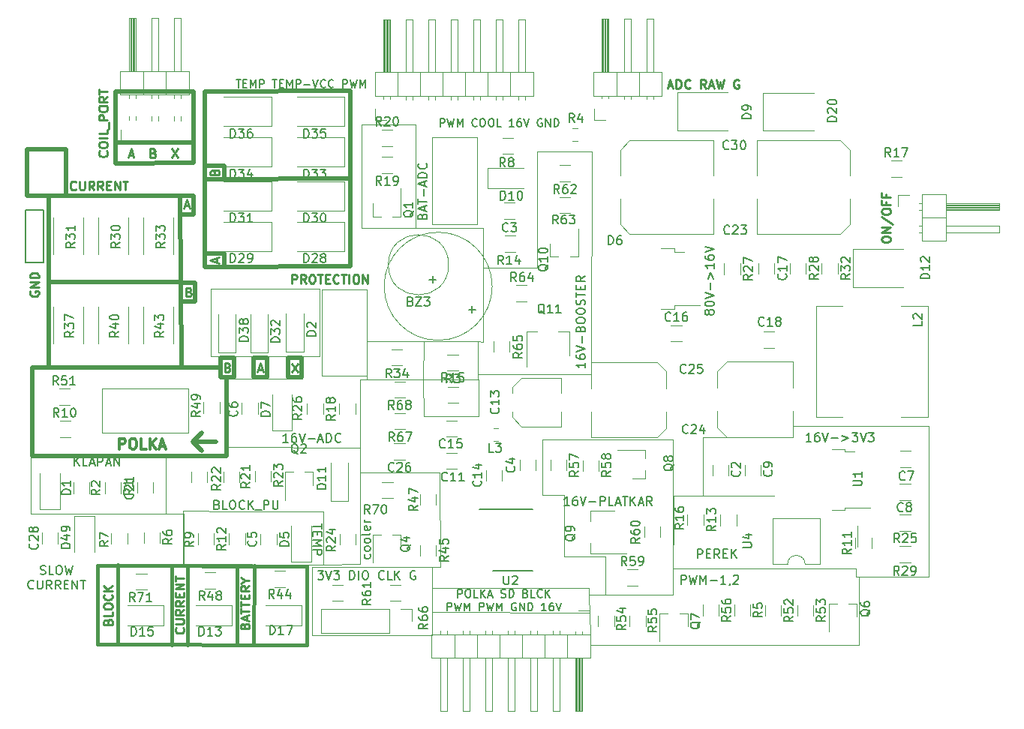
<source format=gbr>
%TF.GenerationSoftware,KiCad,Pcbnew,(5.1.4-0-10_14)*%
%TF.CreationDate,2019-11-24T21:13:53+02:00*%
%TF.ProjectId,READY,52454144-592e-46b6-9963-61645f706362,3.0*%
%TF.SameCoordinates,Original*%
%TF.FileFunction,Legend,Top*%
%TF.FilePolarity,Positive*%
%FSLAX46Y46*%
G04 Gerber Fmt 4.6, Leading zero omitted, Abs format (unit mm)*
G04 Created by KiCad (PCBNEW (5.1.4-0-10_14)) date 2019-11-24 21:13:53*
%MOMM*%
%LPD*%
G04 APERTURE LIST*
%ADD10C,0.150000*%
%ADD11C,0.120000*%
%ADD12C,0.250000*%
%ADD13C,0.500000*%
%ADD14C,0.200000*%
%ADD15C,0.400000*%
%ADD16C,0.300000*%
G04 APERTURE END LIST*
D10*
X153812914Y-63500742D02*
X153812914Y-62600742D01*
X154155771Y-62600742D01*
X154241485Y-62643600D01*
X154284342Y-62686457D01*
X154327200Y-62772171D01*
X154327200Y-62900742D01*
X154284342Y-62986457D01*
X154241485Y-63029314D01*
X154155771Y-63072171D01*
X153812914Y-63072171D01*
X154627200Y-62600742D02*
X154841485Y-63500742D01*
X155012914Y-62857885D01*
X155184342Y-63500742D01*
X155398628Y-62600742D01*
X155741485Y-63500742D02*
X155741485Y-62600742D01*
X156041485Y-63243600D01*
X156341485Y-62600742D01*
X156341485Y-63500742D01*
X157970057Y-63415028D02*
X157927200Y-63457885D01*
X157798628Y-63500742D01*
X157712914Y-63500742D01*
X157584342Y-63457885D01*
X157498628Y-63372171D01*
X157455771Y-63286457D01*
X157412914Y-63115028D01*
X157412914Y-62986457D01*
X157455771Y-62815028D01*
X157498628Y-62729314D01*
X157584342Y-62643600D01*
X157712914Y-62600742D01*
X157798628Y-62600742D01*
X157927200Y-62643600D01*
X157970057Y-62686457D01*
X158527200Y-62600742D02*
X158698628Y-62600742D01*
X158784342Y-62643600D01*
X158870057Y-62729314D01*
X158912914Y-62900742D01*
X158912914Y-63200742D01*
X158870057Y-63372171D01*
X158784342Y-63457885D01*
X158698628Y-63500742D01*
X158527200Y-63500742D01*
X158441485Y-63457885D01*
X158355771Y-63372171D01*
X158312914Y-63200742D01*
X158312914Y-62900742D01*
X158355771Y-62729314D01*
X158441485Y-62643600D01*
X158527200Y-62600742D01*
X159470057Y-62600742D02*
X159641485Y-62600742D01*
X159727200Y-62643600D01*
X159812914Y-62729314D01*
X159855771Y-62900742D01*
X159855771Y-63200742D01*
X159812914Y-63372171D01*
X159727200Y-63457885D01*
X159641485Y-63500742D01*
X159470057Y-63500742D01*
X159384342Y-63457885D01*
X159298628Y-63372171D01*
X159255771Y-63200742D01*
X159255771Y-62900742D01*
X159298628Y-62729314D01*
X159384342Y-62643600D01*
X159470057Y-62600742D01*
X160670057Y-63500742D02*
X160241485Y-63500742D01*
X160241485Y-62600742D01*
X162127200Y-63500742D02*
X161612914Y-63500742D01*
X161870057Y-63500742D02*
X161870057Y-62600742D01*
X161784342Y-62729314D01*
X161698628Y-62815028D01*
X161612914Y-62857885D01*
X162898628Y-62600742D02*
X162727200Y-62600742D01*
X162641485Y-62643600D01*
X162598628Y-62686457D01*
X162512914Y-62815028D01*
X162470057Y-62986457D01*
X162470057Y-63329314D01*
X162512914Y-63415028D01*
X162555771Y-63457885D01*
X162641485Y-63500742D01*
X162812914Y-63500742D01*
X162898628Y-63457885D01*
X162941485Y-63415028D01*
X162984342Y-63329314D01*
X162984342Y-63115028D01*
X162941485Y-63029314D01*
X162898628Y-62986457D01*
X162812914Y-62943600D01*
X162641485Y-62943600D01*
X162555771Y-62986457D01*
X162512914Y-63029314D01*
X162470057Y-63115028D01*
X163241485Y-62600742D02*
X163541485Y-63500742D01*
X163841485Y-62600742D01*
X165298628Y-62643600D02*
X165212914Y-62600742D01*
X165084342Y-62600742D01*
X164955771Y-62643600D01*
X164870057Y-62729314D01*
X164827200Y-62815028D01*
X164784342Y-62986457D01*
X164784342Y-63115028D01*
X164827200Y-63286457D01*
X164870057Y-63372171D01*
X164955771Y-63457885D01*
X165084342Y-63500742D01*
X165170057Y-63500742D01*
X165298628Y-63457885D01*
X165341485Y-63415028D01*
X165341485Y-63115028D01*
X165170057Y-63115028D01*
X165727200Y-63500742D02*
X165727200Y-62600742D01*
X166241485Y-63500742D01*
X166241485Y-62600742D01*
X166670057Y-63500742D02*
X166670057Y-62600742D01*
X166884342Y-62600742D01*
X167012914Y-62643600D01*
X167098628Y-62729314D01*
X167141485Y-62815028D01*
X167184342Y-62986457D01*
X167184342Y-63115028D01*
X167141485Y-63286457D01*
X167098628Y-63372171D01*
X167012914Y-63457885D01*
X166884342Y-63500742D01*
X166670057Y-63500742D01*
D11*
X167843200Y-105054400D02*
X167843200Y-112064800D01*
X165354000Y-105054400D02*
X167843200Y-105054400D01*
X152908000Y-118313200D02*
X170637200Y-118364000D01*
X170637200Y-115570000D02*
X170637200Y-116382800D01*
X152908000Y-115570000D02*
X170637200Y-115570000D01*
X153733500Y-102552500D02*
X144780000Y-102552500D01*
X153797000Y-113220500D02*
X153733500Y-102552500D01*
X152908000Y-113220500D02*
X153797000Y-113220500D01*
X201041000Y-121983500D02*
X201104500Y-114300000D01*
X170751500Y-121983500D02*
X201041000Y-121983500D01*
X170624500Y-116332000D02*
X172466000Y-116332000D01*
X170748000Y-120820000D02*
X170624500Y-116332000D01*
X144780000Y-112903000D02*
X144780000Y-99695000D01*
X140614400Y-112928400D02*
X144780000Y-112903000D01*
X144780000Y-99720400D02*
X144780000Y-99695000D01*
X144780000Y-99695000D02*
X144780000Y-92075000D01*
X180086000Y-98806000D02*
X165354000Y-98806000D01*
X180086000Y-116332000D02*
X180086000Y-98806000D01*
X172466000Y-116332000D02*
X180086000Y-116332000D01*
X172466000Y-112014000D02*
X172466000Y-116332000D01*
X167843200Y-112064800D02*
X172466000Y-112014000D01*
X165354000Y-98806000D02*
X165354000Y-105054400D01*
X158699200Y-87782400D02*
X158699200Y-79400400D01*
X158089600Y-87757000D02*
X158699200Y-87782400D01*
X170789600Y-91440000D02*
X158089600Y-91440000D01*
X170809500Y-90075600D02*
X170942000Y-66344800D01*
X164795200Y-66344800D02*
X170942000Y-66344800D01*
X200723500Y-114300000D02*
X200710800Y-113411000D01*
X180136800Y-113411000D02*
X200710800Y-113411000D01*
X180136800Y-105156000D02*
X180086000Y-116332000D01*
X183502300Y-105181400D02*
X180136800Y-105156000D01*
X183502300Y-98564700D02*
X183959500Y-98564700D01*
X183502300Y-105181400D02*
X183502300Y-98564700D01*
X191516000Y-105156000D02*
X183502300Y-105181400D01*
X200914000Y-108585000D02*
X200875900Y-110896400D01*
X208953100Y-114300000D02*
X200723500Y-114300000D01*
X208953100Y-97320100D02*
X208953100Y-114300000D01*
X193636900Y-97307400D02*
X208953100Y-97320100D01*
X183730900Y-98564700D02*
X193624200Y-98590100D01*
X164744400Y-79400400D02*
X164795200Y-66344800D01*
X158699200Y-79400400D02*
X164744400Y-79400400D01*
X158699200Y-74955400D02*
X158699200Y-79400400D01*
X151942800Y-96202500D02*
X158115000Y-96202500D01*
X158089600Y-87757000D02*
X151968200Y-87757000D01*
X158115000Y-96202500D02*
X158089600Y-87757000D01*
X151917400Y-92049600D02*
X158089600Y-92049600D01*
D12*
X137065285Y-81198980D02*
X137065285Y-80198980D01*
X137446238Y-80198980D01*
X137541476Y-80246600D01*
X137589095Y-80294219D01*
X137636714Y-80389457D01*
X137636714Y-80532314D01*
X137589095Y-80627552D01*
X137541476Y-80675171D01*
X137446238Y-80722790D01*
X137065285Y-80722790D01*
X138636714Y-81198980D02*
X138303380Y-80722790D01*
X138065285Y-81198980D02*
X138065285Y-80198980D01*
X138446238Y-80198980D01*
X138541476Y-80246600D01*
X138589095Y-80294219D01*
X138636714Y-80389457D01*
X138636714Y-80532314D01*
X138589095Y-80627552D01*
X138541476Y-80675171D01*
X138446238Y-80722790D01*
X138065285Y-80722790D01*
X139255761Y-80198980D02*
X139446238Y-80198980D01*
X139541476Y-80246600D01*
X139636714Y-80341838D01*
X139684333Y-80532314D01*
X139684333Y-80865647D01*
X139636714Y-81056123D01*
X139541476Y-81151361D01*
X139446238Y-81198980D01*
X139255761Y-81198980D01*
X139160523Y-81151361D01*
X139065285Y-81056123D01*
X139017666Y-80865647D01*
X139017666Y-80532314D01*
X139065285Y-80341838D01*
X139160523Y-80246600D01*
X139255761Y-80198980D01*
X139970047Y-80198980D02*
X140541476Y-80198980D01*
X140255761Y-81198980D02*
X140255761Y-80198980D01*
X140874809Y-80675171D02*
X141208142Y-80675171D01*
X141351000Y-81198980D02*
X140874809Y-81198980D01*
X140874809Y-80198980D01*
X141351000Y-80198980D01*
X142351000Y-81103742D02*
X142303380Y-81151361D01*
X142160523Y-81198980D01*
X142065285Y-81198980D01*
X141922428Y-81151361D01*
X141827190Y-81056123D01*
X141779571Y-80960885D01*
X141731952Y-80770409D01*
X141731952Y-80627552D01*
X141779571Y-80437076D01*
X141827190Y-80341838D01*
X141922428Y-80246600D01*
X142065285Y-80198980D01*
X142160523Y-80198980D01*
X142303380Y-80246600D01*
X142351000Y-80294219D01*
X142636714Y-80198980D02*
X143208142Y-80198980D01*
X142922428Y-81198980D02*
X142922428Y-80198980D01*
X143541476Y-81198980D02*
X143541476Y-80198980D01*
X144208142Y-80198980D02*
X144398619Y-80198980D01*
X144493857Y-80246600D01*
X144589095Y-80341838D01*
X144636714Y-80532314D01*
X144636714Y-80865647D01*
X144589095Y-81056123D01*
X144493857Y-81151361D01*
X144398619Y-81198980D01*
X144208142Y-81198980D01*
X144112904Y-81151361D01*
X144017666Y-81056123D01*
X143970047Y-80865647D01*
X143970047Y-80532314D01*
X144017666Y-80341838D01*
X144112904Y-80246600D01*
X144208142Y-80198980D01*
X145065285Y-81198980D02*
X145065285Y-80198980D01*
X145636714Y-81198980D01*
X145636714Y-80198980D01*
D11*
X145542000Y-88087200D02*
X145567400Y-92049600D01*
X151993600Y-87757000D02*
X145592800Y-87731600D01*
X151917400Y-92049600D02*
X151942800Y-87731600D01*
X144780000Y-99720400D02*
X129794000Y-99695000D01*
D12*
X131754571Y-119848000D02*
X131802190Y-119705142D01*
X131849809Y-119657523D01*
X131945047Y-119609904D01*
X132087904Y-119609904D01*
X132183142Y-119657523D01*
X132230761Y-119705142D01*
X132278380Y-119800380D01*
X132278380Y-120181333D01*
X131278380Y-120181333D01*
X131278380Y-119848000D01*
X131326000Y-119752761D01*
X131373619Y-119705142D01*
X131468857Y-119657523D01*
X131564095Y-119657523D01*
X131659333Y-119705142D01*
X131706952Y-119752761D01*
X131754571Y-119848000D01*
X131754571Y-120181333D01*
X131992666Y-119228952D02*
X131992666Y-118752761D01*
X132278380Y-119324190D02*
X131278380Y-118990857D01*
X132278380Y-118657523D01*
X131278380Y-118467047D02*
X131278380Y-117895619D01*
X132278380Y-118181333D02*
X131278380Y-118181333D01*
X131278380Y-117705142D02*
X131278380Y-117133714D01*
X132278380Y-117419428D02*
X131278380Y-117419428D01*
X131754571Y-116800380D02*
X131754571Y-116467047D01*
X132278380Y-116324190D02*
X132278380Y-116800380D01*
X131278380Y-116800380D01*
X131278380Y-116324190D01*
X132278380Y-115324190D02*
X131802190Y-115657523D01*
X132278380Y-115895619D02*
X131278380Y-115895619D01*
X131278380Y-115514666D01*
X131326000Y-115419428D01*
X131373619Y-115371809D01*
X131468857Y-115324190D01*
X131611714Y-115324190D01*
X131706952Y-115371809D01*
X131754571Y-115419428D01*
X131802190Y-115514666D01*
X131802190Y-115895619D01*
X131802190Y-114705142D02*
X132278380Y-114705142D01*
X131278380Y-115038476D02*
X131802190Y-114705142D01*
X131278380Y-114371809D01*
X124817142Y-120071828D02*
X124864761Y-120119447D01*
X124912380Y-120262304D01*
X124912380Y-120357542D01*
X124864761Y-120500400D01*
X124769523Y-120595638D01*
X124674285Y-120643257D01*
X124483809Y-120690876D01*
X124340952Y-120690876D01*
X124150476Y-120643257D01*
X124055238Y-120595638D01*
X123960000Y-120500400D01*
X123912380Y-120357542D01*
X123912380Y-120262304D01*
X123960000Y-120119447D01*
X124007619Y-120071828D01*
X123912380Y-119643257D02*
X124721904Y-119643257D01*
X124817142Y-119595638D01*
X124864761Y-119548019D01*
X124912380Y-119452780D01*
X124912380Y-119262304D01*
X124864761Y-119167066D01*
X124817142Y-119119447D01*
X124721904Y-119071828D01*
X123912380Y-119071828D01*
X124912380Y-118024209D02*
X124436190Y-118357542D01*
X124912380Y-118595638D02*
X123912380Y-118595638D01*
X123912380Y-118214685D01*
X123960000Y-118119447D01*
X124007619Y-118071828D01*
X124102857Y-118024209D01*
X124245714Y-118024209D01*
X124340952Y-118071828D01*
X124388571Y-118119447D01*
X124436190Y-118214685D01*
X124436190Y-118595638D01*
X124912380Y-117024209D02*
X124436190Y-117357542D01*
X124912380Y-117595638D02*
X123912380Y-117595638D01*
X123912380Y-117214685D01*
X123960000Y-117119447D01*
X124007619Y-117071828D01*
X124102857Y-117024209D01*
X124245714Y-117024209D01*
X124340952Y-117071828D01*
X124388571Y-117119447D01*
X124436190Y-117214685D01*
X124436190Y-117595638D01*
X124388571Y-116595638D02*
X124388571Y-116262304D01*
X124912380Y-116119447D02*
X124912380Y-116595638D01*
X123912380Y-116595638D01*
X123912380Y-116119447D01*
X124912380Y-115690876D02*
X123912380Y-115690876D01*
X124912380Y-115119447D01*
X123912380Y-115119447D01*
X123912380Y-114786114D02*
X123912380Y-114214685D01*
X124912380Y-114500400D02*
X123912380Y-114500400D01*
X116311371Y-119408342D02*
X116358990Y-119265485D01*
X116406609Y-119217866D01*
X116501847Y-119170247D01*
X116644704Y-119170247D01*
X116739942Y-119217866D01*
X116787561Y-119265485D01*
X116835180Y-119360723D01*
X116835180Y-119741676D01*
X115835180Y-119741676D01*
X115835180Y-119408342D01*
X115882800Y-119313104D01*
X115930419Y-119265485D01*
X116025657Y-119217866D01*
X116120895Y-119217866D01*
X116216133Y-119265485D01*
X116263752Y-119313104D01*
X116311371Y-119408342D01*
X116311371Y-119741676D01*
X116835180Y-118265485D02*
X116835180Y-118741676D01*
X115835180Y-118741676D01*
X115835180Y-117741676D02*
X115835180Y-117551200D01*
X115882800Y-117455961D01*
X115978038Y-117360723D01*
X116168514Y-117313104D01*
X116501847Y-117313104D01*
X116692323Y-117360723D01*
X116787561Y-117455961D01*
X116835180Y-117551200D01*
X116835180Y-117741676D01*
X116787561Y-117836914D01*
X116692323Y-117932152D01*
X116501847Y-117979771D01*
X116168514Y-117979771D01*
X115978038Y-117932152D01*
X115882800Y-117836914D01*
X115835180Y-117741676D01*
X116739942Y-116313104D02*
X116787561Y-116360723D01*
X116835180Y-116503580D01*
X116835180Y-116598819D01*
X116787561Y-116741676D01*
X116692323Y-116836914D01*
X116597085Y-116884533D01*
X116406609Y-116932152D01*
X116263752Y-116932152D01*
X116073276Y-116884533D01*
X115978038Y-116836914D01*
X115882800Y-116741676D01*
X115835180Y-116598819D01*
X115835180Y-116503580D01*
X115882800Y-116360723D01*
X115930419Y-116313104D01*
X116835180Y-115884533D02*
X115835180Y-115884533D01*
X116835180Y-115313104D02*
X116263752Y-115741676D01*
X115835180Y-115313104D02*
X116406609Y-115884533D01*
D13*
X126898400Y-100076000D02*
X125933200Y-99060000D01*
X125933200Y-99060000D02*
X126949200Y-98094800D01*
X128524000Y-99060000D02*
X125933200Y-99060000D01*
X129692400Y-100685600D02*
X129692400Y-91795600D01*
X128981200Y-90678000D02*
X124510800Y-90678000D01*
D14*
X106984800Y-72948800D02*
X106984800Y-78841600D01*
X109067600Y-72948800D02*
X109067600Y-78841600D01*
X106984800Y-78841600D02*
X109067600Y-78841600D01*
X106984800Y-72948800D02*
X109067600Y-72948800D01*
D12*
X107551600Y-82092704D02*
X107503980Y-82187942D01*
X107503980Y-82330800D01*
X107551600Y-82473657D01*
X107646838Y-82568895D01*
X107742076Y-82616514D01*
X107932552Y-82664133D01*
X108075409Y-82664133D01*
X108265885Y-82616514D01*
X108361123Y-82568895D01*
X108456361Y-82473657D01*
X108503980Y-82330800D01*
X108503980Y-82235561D01*
X108456361Y-82092704D01*
X108408742Y-82045085D01*
X108075409Y-82045085D01*
X108075409Y-82235561D01*
X108503980Y-81616514D02*
X107503980Y-81616514D01*
X108503980Y-81045085D01*
X107503980Y-81045085D01*
X108503980Y-80568895D02*
X107503980Y-80568895D01*
X107503980Y-80330800D01*
X107551600Y-80187942D01*
X107646838Y-80092704D01*
X107742076Y-80045085D01*
X107932552Y-79997466D01*
X108075409Y-79997466D01*
X108265885Y-80045085D01*
X108361123Y-80092704D01*
X108456361Y-80187942D01*
X108503980Y-80330800D01*
X108503980Y-80568895D01*
D13*
X107188000Y-71272400D02*
X107188000Y-66040000D01*
X111556800Y-71272400D02*
X111556800Y-66040000D01*
X107188000Y-71272400D02*
X111506000Y-71272400D01*
X107188000Y-66040000D02*
X111556800Y-66040000D01*
D12*
X112693771Y-70562742D02*
X112646152Y-70610361D01*
X112503295Y-70657980D01*
X112408057Y-70657980D01*
X112265200Y-70610361D01*
X112169961Y-70515123D01*
X112122342Y-70419885D01*
X112074723Y-70229409D01*
X112074723Y-70086552D01*
X112122342Y-69896076D01*
X112169961Y-69800838D01*
X112265200Y-69705600D01*
X112408057Y-69657980D01*
X112503295Y-69657980D01*
X112646152Y-69705600D01*
X112693771Y-69753219D01*
X113122342Y-69657980D02*
X113122342Y-70467504D01*
X113169961Y-70562742D01*
X113217580Y-70610361D01*
X113312819Y-70657980D01*
X113503295Y-70657980D01*
X113598533Y-70610361D01*
X113646152Y-70562742D01*
X113693771Y-70467504D01*
X113693771Y-69657980D01*
X114741390Y-70657980D02*
X114408057Y-70181790D01*
X114169961Y-70657980D02*
X114169961Y-69657980D01*
X114550914Y-69657980D01*
X114646152Y-69705600D01*
X114693771Y-69753219D01*
X114741390Y-69848457D01*
X114741390Y-69991314D01*
X114693771Y-70086552D01*
X114646152Y-70134171D01*
X114550914Y-70181790D01*
X114169961Y-70181790D01*
X115741390Y-70657980D02*
X115408057Y-70181790D01*
X115169961Y-70657980D02*
X115169961Y-69657980D01*
X115550914Y-69657980D01*
X115646152Y-69705600D01*
X115693771Y-69753219D01*
X115741390Y-69848457D01*
X115741390Y-69991314D01*
X115693771Y-70086552D01*
X115646152Y-70134171D01*
X115550914Y-70181790D01*
X115169961Y-70181790D01*
X116169961Y-70134171D02*
X116503295Y-70134171D01*
X116646152Y-70657980D02*
X116169961Y-70657980D01*
X116169961Y-69657980D01*
X116646152Y-69657980D01*
X117074723Y-70657980D02*
X117074723Y-69657980D01*
X117646152Y-70657980D01*
X117646152Y-69657980D01*
X117979485Y-69657980D02*
X118550914Y-69657980D01*
X118265200Y-70657980D02*
X118265200Y-69657980D01*
D13*
X109651800Y-81015840D02*
X124510800Y-81015840D01*
D12*
X137042566Y-90231980D02*
X137709233Y-91231980D01*
X137709233Y-90231980D02*
X137042566Y-91231980D01*
D13*
X138137900Y-89601040D02*
X138137900Y-91760040D01*
X138137900Y-91760040D02*
X136613900Y-91760040D01*
X138137900Y-89601040D02*
X136613900Y-89601040D01*
X136613900Y-89601040D02*
X136613900Y-91760040D01*
D11*
X151079200Y-63271400D02*
X151079200Y-74955400D01*
X152908000Y-113207800D02*
X139344400Y-113207800D01*
X152908000Y-120891300D02*
X152908000Y-113207800D01*
X139344400Y-120891300D02*
X152908000Y-120891300D01*
X139344400Y-113207800D02*
X139344400Y-120891300D01*
D15*
X115176300Y-113030000D02*
X115176300Y-121932700D01*
X117462300Y-112979200D02*
X117462300Y-121932700D01*
X130860800Y-121996200D02*
X130860800Y-113080800D01*
D11*
X132765800Y-121996200D02*
X130860800Y-121996200D01*
D15*
X132842000Y-113080800D02*
X132765800Y-121996200D01*
X125272800Y-121996200D02*
X125323600Y-113080800D01*
X123494800Y-113080800D02*
X123494800Y-121996200D01*
X138734800Y-113093500D02*
X115176300Y-113030000D01*
X138734800Y-121996200D02*
X138734800Y-113093500D01*
X115176300Y-121932700D02*
X138734800Y-121996200D01*
D13*
X107797600Y-100685600D02*
X129692400Y-100685600D01*
D10*
X168389847Y-106268780D02*
X167818419Y-106268780D01*
X168104133Y-106268780D02*
X168104133Y-105268780D01*
X168008895Y-105411638D01*
X167913657Y-105506876D01*
X167818419Y-105554495D01*
X169246990Y-105268780D02*
X169056514Y-105268780D01*
X168961276Y-105316400D01*
X168913657Y-105364019D01*
X168818419Y-105506876D01*
X168770800Y-105697352D01*
X168770800Y-106078304D01*
X168818419Y-106173542D01*
X168866038Y-106221161D01*
X168961276Y-106268780D01*
X169151752Y-106268780D01*
X169246990Y-106221161D01*
X169294609Y-106173542D01*
X169342228Y-106078304D01*
X169342228Y-105840209D01*
X169294609Y-105744971D01*
X169246990Y-105697352D01*
X169151752Y-105649733D01*
X168961276Y-105649733D01*
X168866038Y-105697352D01*
X168818419Y-105744971D01*
X168770800Y-105840209D01*
X169627942Y-105268780D02*
X169961276Y-106268780D01*
X170294609Y-105268780D01*
X170627942Y-105887828D02*
X171389847Y-105887828D01*
X171866038Y-106268780D02*
X171866038Y-105268780D01*
X172246990Y-105268780D01*
X172342228Y-105316400D01*
X172389847Y-105364019D01*
X172437466Y-105459257D01*
X172437466Y-105602114D01*
X172389847Y-105697352D01*
X172342228Y-105744971D01*
X172246990Y-105792590D01*
X171866038Y-105792590D01*
X173342228Y-106268780D02*
X172866038Y-106268780D01*
X172866038Y-105268780D01*
X173627942Y-105983066D02*
X174104133Y-105983066D01*
X173532704Y-106268780D02*
X173866038Y-105268780D01*
X174199371Y-106268780D01*
X174389847Y-105268780D02*
X174961276Y-105268780D01*
X174675561Y-106268780D02*
X174675561Y-105268780D01*
X175294609Y-106268780D02*
X175294609Y-105268780D01*
X175866038Y-106268780D02*
X175437466Y-105697352D01*
X175866038Y-105268780D02*
X175294609Y-105840209D01*
X176246990Y-105983066D02*
X176723180Y-105983066D01*
X176151752Y-106268780D02*
X176485085Y-105268780D01*
X176818419Y-106268780D01*
X177723180Y-106268780D02*
X177389847Y-105792590D01*
X177151752Y-106268780D02*
X177151752Y-105268780D01*
X177532704Y-105268780D01*
X177627942Y-105316400D01*
X177675561Y-105364019D01*
X177723180Y-105459257D01*
X177723180Y-105602114D01*
X177675561Y-105697352D01*
X177627942Y-105744971D01*
X177532704Y-105792590D01*
X177151752Y-105792590D01*
X170175180Y-90142438D02*
X170175180Y-90713866D01*
X170175180Y-90428152D02*
X169175180Y-90428152D01*
X169318038Y-90523390D01*
X169413276Y-90618628D01*
X169460895Y-90713866D01*
X169175180Y-89285295D02*
X169175180Y-89475771D01*
X169222800Y-89571009D01*
X169270419Y-89618628D01*
X169413276Y-89713866D01*
X169603752Y-89761485D01*
X169984704Y-89761485D01*
X170079942Y-89713866D01*
X170127561Y-89666247D01*
X170175180Y-89571009D01*
X170175180Y-89380533D01*
X170127561Y-89285295D01*
X170079942Y-89237676D01*
X169984704Y-89190057D01*
X169746609Y-89190057D01*
X169651371Y-89237676D01*
X169603752Y-89285295D01*
X169556133Y-89380533D01*
X169556133Y-89571009D01*
X169603752Y-89666247D01*
X169651371Y-89713866D01*
X169746609Y-89761485D01*
X169175180Y-88904342D02*
X170175180Y-88571009D01*
X169175180Y-88237676D01*
X169794228Y-87904342D02*
X169794228Y-87142438D01*
X169651371Y-86332914D02*
X169698990Y-86190057D01*
X169746609Y-86142438D01*
X169841847Y-86094819D01*
X169984704Y-86094819D01*
X170079942Y-86142438D01*
X170127561Y-86190057D01*
X170175180Y-86285295D01*
X170175180Y-86666247D01*
X169175180Y-86666247D01*
X169175180Y-86332914D01*
X169222800Y-86237676D01*
X169270419Y-86190057D01*
X169365657Y-86142438D01*
X169460895Y-86142438D01*
X169556133Y-86190057D01*
X169603752Y-86237676D01*
X169651371Y-86332914D01*
X169651371Y-86666247D01*
X169175180Y-85475771D02*
X169175180Y-85285295D01*
X169222800Y-85190057D01*
X169318038Y-85094819D01*
X169508514Y-85047200D01*
X169841847Y-85047200D01*
X170032323Y-85094819D01*
X170127561Y-85190057D01*
X170175180Y-85285295D01*
X170175180Y-85475771D01*
X170127561Y-85571009D01*
X170032323Y-85666247D01*
X169841847Y-85713866D01*
X169508514Y-85713866D01*
X169318038Y-85666247D01*
X169222800Y-85571009D01*
X169175180Y-85475771D01*
X169175180Y-84428152D02*
X169175180Y-84237676D01*
X169222800Y-84142438D01*
X169318038Y-84047200D01*
X169508514Y-83999580D01*
X169841847Y-83999580D01*
X170032323Y-84047200D01*
X170127561Y-84142438D01*
X170175180Y-84237676D01*
X170175180Y-84428152D01*
X170127561Y-84523390D01*
X170032323Y-84618628D01*
X169841847Y-84666247D01*
X169508514Y-84666247D01*
X169318038Y-84618628D01*
X169222800Y-84523390D01*
X169175180Y-84428152D01*
X170127561Y-83618628D02*
X170175180Y-83475771D01*
X170175180Y-83237676D01*
X170127561Y-83142438D01*
X170079942Y-83094819D01*
X169984704Y-83047200D01*
X169889466Y-83047200D01*
X169794228Y-83094819D01*
X169746609Y-83142438D01*
X169698990Y-83237676D01*
X169651371Y-83428152D01*
X169603752Y-83523390D01*
X169556133Y-83571009D01*
X169460895Y-83618628D01*
X169365657Y-83618628D01*
X169270419Y-83571009D01*
X169222800Y-83523390D01*
X169175180Y-83428152D01*
X169175180Y-83190057D01*
X169222800Y-83047200D01*
X169175180Y-82761485D02*
X169175180Y-82190057D01*
X170175180Y-82475771D02*
X169175180Y-82475771D01*
X169651371Y-81856723D02*
X169651371Y-81523390D01*
X170175180Y-81380533D02*
X170175180Y-81856723D01*
X169175180Y-81856723D01*
X169175180Y-81380533D01*
X170175180Y-80380533D02*
X169698990Y-80713866D01*
X170175180Y-80951961D02*
X169175180Y-80951961D01*
X169175180Y-80571009D01*
X169222800Y-80475771D01*
X169270419Y-80428152D01*
X169365657Y-80380533D01*
X169508514Y-80380533D01*
X169603752Y-80428152D01*
X169651371Y-80475771D01*
X169698990Y-80571009D01*
X169698990Y-80951961D01*
X182872333Y-112212380D02*
X182872333Y-111212380D01*
X183253285Y-111212380D01*
X183348523Y-111260000D01*
X183396142Y-111307619D01*
X183443761Y-111402857D01*
X183443761Y-111545714D01*
X183396142Y-111640952D01*
X183348523Y-111688571D01*
X183253285Y-111736190D01*
X182872333Y-111736190D01*
X183872333Y-111688571D02*
X184205666Y-111688571D01*
X184348523Y-112212380D02*
X183872333Y-112212380D01*
X183872333Y-111212380D01*
X184348523Y-111212380D01*
X185348523Y-112212380D02*
X185015190Y-111736190D01*
X184777095Y-112212380D02*
X184777095Y-111212380D01*
X185158047Y-111212380D01*
X185253285Y-111260000D01*
X185300904Y-111307619D01*
X185348523Y-111402857D01*
X185348523Y-111545714D01*
X185300904Y-111640952D01*
X185253285Y-111688571D01*
X185158047Y-111736190D01*
X184777095Y-111736190D01*
X185777095Y-111688571D02*
X186110428Y-111688571D01*
X186253285Y-112212380D02*
X185777095Y-112212380D01*
X185777095Y-111212380D01*
X186253285Y-111212380D01*
X186681857Y-112212380D02*
X186681857Y-111212380D01*
X187253285Y-112212380D02*
X186824714Y-111640952D01*
X187253285Y-111212380D02*
X186681857Y-111783809D01*
X128627595Y-106164071D02*
X128770452Y-106211690D01*
X128818071Y-106259309D01*
X128865690Y-106354547D01*
X128865690Y-106497404D01*
X128818071Y-106592642D01*
X128770452Y-106640261D01*
X128675214Y-106687880D01*
X128294261Y-106687880D01*
X128294261Y-105687880D01*
X128627595Y-105687880D01*
X128722833Y-105735500D01*
X128770452Y-105783119D01*
X128818071Y-105878357D01*
X128818071Y-105973595D01*
X128770452Y-106068833D01*
X128722833Y-106116452D01*
X128627595Y-106164071D01*
X128294261Y-106164071D01*
X129770452Y-106687880D02*
X129294261Y-106687880D01*
X129294261Y-105687880D01*
X130294261Y-105687880D02*
X130484738Y-105687880D01*
X130579976Y-105735500D01*
X130675214Y-105830738D01*
X130722833Y-106021214D01*
X130722833Y-106354547D01*
X130675214Y-106545023D01*
X130579976Y-106640261D01*
X130484738Y-106687880D01*
X130294261Y-106687880D01*
X130199023Y-106640261D01*
X130103785Y-106545023D01*
X130056166Y-106354547D01*
X130056166Y-106021214D01*
X130103785Y-105830738D01*
X130199023Y-105735500D01*
X130294261Y-105687880D01*
X131722833Y-106592642D02*
X131675214Y-106640261D01*
X131532357Y-106687880D01*
X131437119Y-106687880D01*
X131294261Y-106640261D01*
X131199023Y-106545023D01*
X131151404Y-106449785D01*
X131103785Y-106259309D01*
X131103785Y-106116452D01*
X131151404Y-105925976D01*
X131199023Y-105830738D01*
X131294261Y-105735500D01*
X131437119Y-105687880D01*
X131532357Y-105687880D01*
X131675214Y-105735500D01*
X131722833Y-105783119D01*
X132151404Y-106687880D02*
X132151404Y-105687880D01*
X132722833Y-106687880D02*
X132294261Y-106116452D01*
X132722833Y-105687880D02*
X132151404Y-106259309D01*
X132913309Y-106783119D02*
X133675214Y-106783119D01*
X133913309Y-106687880D02*
X133913309Y-105687880D01*
X134294261Y-105687880D01*
X134389500Y-105735500D01*
X134437119Y-105783119D01*
X134484738Y-105878357D01*
X134484738Y-106021214D01*
X134437119Y-106116452D01*
X134389500Y-106164071D01*
X134294261Y-106211690D01*
X133913309Y-106211690D01*
X134913309Y-105687880D02*
X134913309Y-106497404D01*
X134960928Y-106592642D01*
X135008547Y-106640261D01*
X135103785Y-106687880D01*
X135294261Y-106687880D01*
X135389500Y-106640261D01*
X135437119Y-106592642D01*
X135484738Y-106497404D01*
X135484738Y-105687880D01*
X140450819Y-108324876D02*
X140450819Y-108896304D01*
X139450819Y-108610590D02*
X140450819Y-108610590D01*
X139974628Y-109229638D02*
X139974628Y-109562971D01*
X139450819Y-109705828D02*
X139450819Y-109229638D01*
X140450819Y-109229638D01*
X140450819Y-109705828D01*
X139450819Y-110134400D02*
X140450819Y-110134400D01*
X139736533Y-110467733D01*
X140450819Y-110801066D01*
X139450819Y-110801066D01*
X139450819Y-111277257D02*
X140450819Y-111277257D01*
X140450819Y-111658209D01*
X140403200Y-111753447D01*
X140355580Y-111801066D01*
X140260342Y-111848685D01*
X140117485Y-111848685D01*
X140022247Y-111801066D01*
X139974628Y-111753447D01*
X139927009Y-111658209D01*
X139927009Y-111277257D01*
X112514380Y-101798380D02*
X112514380Y-100798380D01*
X113085809Y-101798380D02*
X112657238Y-101226952D01*
X113085809Y-100798380D02*
X112514380Y-101369809D01*
X113990571Y-101798380D02*
X113514380Y-101798380D01*
X113514380Y-100798380D01*
X114276285Y-101512666D02*
X114752476Y-101512666D01*
X114181047Y-101798380D02*
X114514380Y-100798380D01*
X114847714Y-101798380D01*
X115181047Y-101798380D02*
X115181047Y-100798380D01*
X115562000Y-100798380D01*
X115657238Y-100846000D01*
X115704857Y-100893619D01*
X115752476Y-100988857D01*
X115752476Y-101131714D01*
X115704857Y-101226952D01*
X115657238Y-101274571D01*
X115562000Y-101322190D01*
X115181047Y-101322190D01*
X116133428Y-101512666D02*
X116609619Y-101512666D01*
X116038190Y-101798380D02*
X116371523Y-100798380D01*
X116704857Y-101798380D01*
X117038190Y-101798380D02*
X117038190Y-100798380D01*
X117609619Y-101798380D01*
X117609619Y-100798380D01*
X108704285Y-114006761D02*
X108847142Y-114054380D01*
X109085238Y-114054380D01*
X109180476Y-114006761D01*
X109228095Y-113959142D01*
X109275714Y-113863904D01*
X109275714Y-113768666D01*
X109228095Y-113673428D01*
X109180476Y-113625809D01*
X109085238Y-113578190D01*
X108894761Y-113530571D01*
X108799523Y-113482952D01*
X108751904Y-113435333D01*
X108704285Y-113340095D01*
X108704285Y-113244857D01*
X108751904Y-113149619D01*
X108799523Y-113102000D01*
X108894761Y-113054380D01*
X109132857Y-113054380D01*
X109275714Y-113102000D01*
X110180476Y-114054380D02*
X109704285Y-114054380D01*
X109704285Y-113054380D01*
X110704285Y-113054380D02*
X110894761Y-113054380D01*
X110990000Y-113102000D01*
X111085238Y-113197238D01*
X111132857Y-113387714D01*
X111132857Y-113721047D01*
X111085238Y-113911523D01*
X110990000Y-114006761D01*
X110894761Y-114054380D01*
X110704285Y-114054380D01*
X110609047Y-114006761D01*
X110513809Y-113911523D01*
X110466190Y-113721047D01*
X110466190Y-113387714D01*
X110513809Y-113197238D01*
X110609047Y-113102000D01*
X110704285Y-113054380D01*
X111466190Y-113054380D02*
X111704285Y-114054380D01*
X111894761Y-113340095D01*
X112085238Y-114054380D01*
X112323333Y-113054380D01*
X107918571Y-115609142D02*
X107870952Y-115656761D01*
X107728095Y-115704380D01*
X107632857Y-115704380D01*
X107490000Y-115656761D01*
X107394761Y-115561523D01*
X107347142Y-115466285D01*
X107299523Y-115275809D01*
X107299523Y-115132952D01*
X107347142Y-114942476D01*
X107394761Y-114847238D01*
X107490000Y-114752000D01*
X107632857Y-114704380D01*
X107728095Y-114704380D01*
X107870952Y-114752000D01*
X107918571Y-114799619D01*
X108347142Y-114704380D02*
X108347142Y-115513904D01*
X108394761Y-115609142D01*
X108442380Y-115656761D01*
X108537619Y-115704380D01*
X108728095Y-115704380D01*
X108823333Y-115656761D01*
X108870952Y-115609142D01*
X108918571Y-115513904D01*
X108918571Y-114704380D01*
X109966190Y-115704380D02*
X109632857Y-115228190D01*
X109394761Y-115704380D02*
X109394761Y-114704380D01*
X109775714Y-114704380D01*
X109870952Y-114752000D01*
X109918571Y-114799619D01*
X109966190Y-114894857D01*
X109966190Y-115037714D01*
X109918571Y-115132952D01*
X109870952Y-115180571D01*
X109775714Y-115228190D01*
X109394761Y-115228190D01*
X110966190Y-115704380D02*
X110632857Y-115228190D01*
X110394761Y-115704380D02*
X110394761Y-114704380D01*
X110775714Y-114704380D01*
X110870952Y-114752000D01*
X110918571Y-114799619D01*
X110966190Y-114894857D01*
X110966190Y-115037714D01*
X110918571Y-115132952D01*
X110870952Y-115180571D01*
X110775714Y-115228190D01*
X110394761Y-115228190D01*
X111394761Y-115180571D02*
X111728095Y-115180571D01*
X111870952Y-115704380D02*
X111394761Y-115704380D01*
X111394761Y-114704380D01*
X111870952Y-114704380D01*
X112299523Y-115704380D02*
X112299523Y-114704380D01*
X112870952Y-115704380D01*
X112870952Y-114704380D01*
X113204285Y-114704380D02*
X113775714Y-114704380D01*
X113490000Y-115704380D02*
X113490000Y-114704380D01*
X151795171Y-73626314D02*
X151842790Y-73483457D01*
X151890409Y-73435838D01*
X151985647Y-73388219D01*
X152128504Y-73388219D01*
X152223742Y-73435838D01*
X152271361Y-73483457D01*
X152318980Y-73578695D01*
X152318980Y-73959647D01*
X151318980Y-73959647D01*
X151318980Y-73626314D01*
X151366600Y-73531076D01*
X151414219Y-73483457D01*
X151509457Y-73435838D01*
X151604695Y-73435838D01*
X151699933Y-73483457D01*
X151747552Y-73531076D01*
X151795171Y-73626314D01*
X151795171Y-73959647D01*
X152033266Y-73007266D02*
X152033266Y-72531076D01*
X152318980Y-73102504D02*
X151318980Y-72769171D01*
X152318980Y-72435838D01*
X151318980Y-72245361D02*
X151318980Y-71673933D01*
X152318980Y-71959647D02*
X151318980Y-71959647D01*
X151938028Y-71340600D02*
X151938028Y-70578695D01*
X152033266Y-70150123D02*
X152033266Y-69673933D01*
X152318980Y-70245361D02*
X151318980Y-69912028D01*
X152318980Y-69578695D01*
X152318980Y-69245361D02*
X151318980Y-69245361D01*
X151318980Y-69007266D01*
X151366600Y-68864409D01*
X151461838Y-68769171D01*
X151557076Y-68721552D01*
X151747552Y-68673933D01*
X151890409Y-68673933D01*
X152080885Y-68721552D01*
X152176123Y-68769171D01*
X152271361Y-68864409D01*
X152318980Y-69007266D01*
X152318980Y-69245361D01*
X152223742Y-67673933D02*
X152271361Y-67721552D01*
X152318980Y-67864409D01*
X152318980Y-67959647D01*
X152271361Y-68102504D01*
X152176123Y-68197742D01*
X152080885Y-68245361D01*
X151890409Y-68292980D01*
X151747552Y-68292980D01*
X151557076Y-68245361D01*
X151461838Y-68197742D01*
X151366600Y-68102504D01*
X151318980Y-67959647D01*
X151318980Y-67864409D01*
X151366600Y-67721552D01*
X151414219Y-67673933D01*
X184132552Y-84543447D02*
X184084933Y-84638685D01*
X184037314Y-84686304D01*
X183942076Y-84733923D01*
X183894457Y-84733923D01*
X183799219Y-84686304D01*
X183751600Y-84638685D01*
X183703980Y-84543447D01*
X183703980Y-84352971D01*
X183751600Y-84257733D01*
X183799219Y-84210114D01*
X183894457Y-84162495D01*
X183942076Y-84162495D01*
X184037314Y-84210114D01*
X184084933Y-84257733D01*
X184132552Y-84352971D01*
X184132552Y-84543447D01*
X184180171Y-84638685D01*
X184227790Y-84686304D01*
X184323028Y-84733923D01*
X184513504Y-84733923D01*
X184608742Y-84686304D01*
X184656361Y-84638685D01*
X184703980Y-84543447D01*
X184703980Y-84352971D01*
X184656361Y-84257733D01*
X184608742Y-84210114D01*
X184513504Y-84162495D01*
X184323028Y-84162495D01*
X184227790Y-84210114D01*
X184180171Y-84257733D01*
X184132552Y-84352971D01*
X183703980Y-83543447D02*
X183703980Y-83448209D01*
X183751600Y-83352971D01*
X183799219Y-83305352D01*
X183894457Y-83257733D01*
X184084933Y-83210114D01*
X184323028Y-83210114D01*
X184513504Y-83257733D01*
X184608742Y-83305352D01*
X184656361Y-83352971D01*
X184703980Y-83448209D01*
X184703980Y-83543447D01*
X184656361Y-83638685D01*
X184608742Y-83686304D01*
X184513504Y-83733923D01*
X184323028Y-83781542D01*
X184084933Y-83781542D01*
X183894457Y-83733923D01*
X183799219Y-83686304D01*
X183751600Y-83638685D01*
X183703980Y-83543447D01*
X183703980Y-82924400D02*
X184703980Y-82591066D01*
X183703980Y-82257733D01*
X184323028Y-81924400D02*
X184323028Y-81162495D01*
X184037314Y-80686304D02*
X184323028Y-79924400D01*
X184608742Y-80686304D01*
X184703980Y-78924400D02*
X184703980Y-79495828D01*
X184703980Y-79210114D02*
X183703980Y-79210114D01*
X183846838Y-79305352D01*
X183942076Y-79400590D01*
X183989695Y-79495828D01*
X183703980Y-78067257D02*
X183703980Y-78257733D01*
X183751600Y-78352971D01*
X183799219Y-78400590D01*
X183942076Y-78495828D01*
X184132552Y-78543447D01*
X184513504Y-78543447D01*
X184608742Y-78495828D01*
X184656361Y-78448209D01*
X184703980Y-78352971D01*
X184703980Y-78162495D01*
X184656361Y-78067257D01*
X184608742Y-78019638D01*
X184513504Y-77972019D01*
X184275409Y-77972019D01*
X184180171Y-78019638D01*
X184132552Y-78067257D01*
X184084933Y-78162495D01*
X184084933Y-78352971D01*
X184132552Y-78448209D01*
X184180171Y-78495828D01*
X184275409Y-78543447D01*
X183703980Y-77686304D02*
X184703980Y-77352971D01*
X183703980Y-77019638D01*
X195694704Y-99055180D02*
X195123276Y-99055180D01*
X195408990Y-99055180D02*
X195408990Y-98055180D01*
X195313752Y-98198038D01*
X195218514Y-98293276D01*
X195123276Y-98340895D01*
X196551847Y-98055180D02*
X196361371Y-98055180D01*
X196266133Y-98102800D01*
X196218514Y-98150419D01*
X196123276Y-98293276D01*
X196075657Y-98483752D01*
X196075657Y-98864704D01*
X196123276Y-98959942D01*
X196170895Y-99007561D01*
X196266133Y-99055180D01*
X196456609Y-99055180D01*
X196551847Y-99007561D01*
X196599466Y-98959942D01*
X196647085Y-98864704D01*
X196647085Y-98626609D01*
X196599466Y-98531371D01*
X196551847Y-98483752D01*
X196456609Y-98436133D01*
X196266133Y-98436133D01*
X196170895Y-98483752D01*
X196123276Y-98531371D01*
X196075657Y-98626609D01*
X196932800Y-98055180D02*
X197266133Y-99055180D01*
X197599466Y-98055180D01*
X197932800Y-98674228D02*
X198694704Y-98674228D01*
X199170895Y-98388514D02*
X199932800Y-98674228D01*
X199170895Y-98959942D01*
X200313752Y-98055180D02*
X200932800Y-98055180D01*
X200599466Y-98436133D01*
X200742323Y-98436133D01*
X200837561Y-98483752D01*
X200885180Y-98531371D01*
X200932800Y-98626609D01*
X200932800Y-98864704D01*
X200885180Y-98959942D01*
X200837561Y-99007561D01*
X200742323Y-99055180D01*
X200456609Y-99055180D01*
X200361371Y-99007561D01*
X200313752Y-98959942D01*
X201218514Y-98055180D02*
X201551847Y-99055180D01*
X201885180Y-98055180D01*
X202123276Y-98055180D02*
X202742323Y-98055180D01*
X202408990Y-98436133D01*
X202551847Y-98436133D01*
X202647085Y-98483752D01*
X202694704Y-98531371D01*
X202742323Y-98626609D01*
X202742323Y-98864704D01*
X202694704Y-98959942D01*
X202647085Y-99007561D01*
X202551847Y-99055180D01*
X202266133Y-99055180D01*
X202170895Y-99007561D01*
X202123276Y-98959942D01*
X180999214Y-115133380D02*
X180999214Y-114133380D01*
X181380166Y-114133380D01*
X181475404Y-114181000D01*
X181523023Y-114228619D01*
X181570642Y-114323857D01*
X181570642Y-114466714D01*
X181523023Y-114561952D01*
X181475404Y-114609571D01*
X181380166Y-114657190D01*
X180999214Y-114657190D01*
X181903976Y-114133380D02*
X182142071Y-115133380D01*
X182332547Y-114419095D01*
X182523023Y-115133380D01*
X182761119Y-114133380D01*
X183142071Y-115133380D02*
X183142071Y-114133380D01*
X183475404Y-114847666D01*
X183808738Y-114133380D01*
X183808738Y-115133380D01*
X184284928Y-114752428D02*
X185046833Y-114752428D01*
X186046833Y-115133380D02*
X185475404Y-115133380D01*
X185761119Y-115133380D02*
X185761119Y-114133380D01*
X185665880Y-114276238D01*
X185570642Y-114371476D01*
X185475404Y-114419095D01*
X186523023Y-115085761D02*
X186523023Y-115133380D01*
X186475404Y-115228619D01*
X186427785Y-115276238D01*
X186903976Y-114228619D02*
X186951595Y-114181000D01*
X187046833Y-114133380D01*
X187284928Y-114133380D01*
X187380166Y-114181000D01*
X187427785Y-114228619D01*
X187475404Y-114323857D01*
X187475404Y-114419095D01*
X187427785Y-114561952D01*
X186856357Y-115133380D01*
X187475404Y-115133380D01*
X136652333Y-99131380D02*
X136080904Y-99131380D01*
X136366619Y-99131380D02*
X136366619Y-98131380D01*
X136271380Y-98274238D01*
X136176142Y-98369476D01*
X136080904Y-98417095D01*
X137509476Y-98131380D02*
X137319000Y-98131380D01*
X137223761Y-98179000D01*
X137176142Y-98226619D01*
X137080904Y-98369476D01*
X137033285Y-98559952D01*
X137033285Y-98940904D01*
X137080904Y-99036142D01*
X137128523Y-99083761D01*
X137223761Y-99131380D01*
X137414238Y-99131380D01*
X137509476Y-99083761D01*
X137557095Y-99036142D01*
X137604714Y-98940904D01*
X137604714Y-98702809D01*
X137557095Y-98607571D01*
X137509476Y-98559952D01*
X137414238Y-98512333D01*
X137223761Y-98512333D01*
X137128523Y-98559952D01*
X137080904Y-98607571D01*
X137033285Y-98702809D01*
X137890428Y-98131380D02*
X138223761Y-99131380D01*
X138557095Y-98131380D01*
X138890428Y-98750428D02*
X139652333Y-98750428D01*
X140080904Y-98845666D02*
X140557095Y-98845666D01*
X139985666Y-99131380D02*
X140319000Y-98131380D01*
X140652333Y-99131380D01*
X140985666Y-99131380D02*
X140985666Y-98131380D01*
X141223761Y-98131380D01*
X141366619Y-98179000D01*
X141461857Y-98274238D01*
X141509476Y-98369476D01*
X141557095Y-98559952D01*
X141557095Y-98702809D01*
X141509476Y-98893285D01*
X141461857Y-98988523D01*
X141366619Y-99083761D01*
X141223761Y-99131380D01*
X140985666Y-99131380D01*
X142557095Y-99036142D02*
X142509476Y-99083761D01*
X142366619Y-99131380D01*
X142271380Y-99131380D01*
X142128523Y-99083761D01*
X142033285Y-98988523D01*
X141985666Y-98893285D01*
X141938047Y-98702809D01*
X141938047Y-98559952D01*
X141985666Y-98369476D01*
X142033285Y-98274238D01*
X142128523Y-98179000D01*
X142271380Y-98131380D01*
X142366619Y-98131380D01*
X142509476Y-98179000D01*
X142557095Y-98226619D01*
X145883261Y-111775666D02*
X145930880Y-111870904D01*
X145930880Y-112061380D01*
X145883261Y-112156619D01*
X145835642Y-112204238D01*
X145740404Y-112251857D01*
X145454690Y-112251857D01*
X145359452Y-112204238D01*
X145311833Y-112156619D01*
X145264214Y-112061380D01*
X145264214Y-111870904D01*
X145311833Y-111775666D01*
X145930880Y-111204238D02*
X145883261Y-111299476D01*
X145835642Y-111347095D01*
X145740404Y-111394714D01*
X145454690Y-111394714D01*
X145359452Y-111347095D01*
X145311833Y-111299476D01*
X145264214Y-111204238D01*
X145264214Y-111061380D01*
X145311833Y-110966142D01*
X145359452Y-110918523D01*
X145454690Y-110870904D01*
X145740404Y-110870904D01*
X145835642Y-110918523D01*
X145883261Y-110966142D01*
X145930880Y-111061380D01*
X145930880Y-111204238D01*
X145930880Y-110299476D02*
X145883261Y-110394714D01*
X145835642Y-110442333D01*
X145740404Y-110489952D01*
X145454690Y-110489952D01*
X145359452Y-110442333D01*
X145311833Y-110394714D01*
X145264214Y-110299476D01*
X145264214Y-110156619D01*
X145311833Y-110061380D01*
X145359452Y-110013761D01*
X145454690Y-109966142D01*
X145740404Y-109966142D01*
X145835642Y-110013761D01*
X145883261Y-110061380D01*
X145930880Y-110156619D01*
X145930880Y-110299476D01*
X145930880Y-109394714D02*
X145883261Y-109489952D01*
X145788023Y-109537571D01*
X144930880Y-109537571D01*
X145883261Y-108632809D02*
X145930880Y-108728047D01*
X145930880Y-108918523D01*
X145883261Y-109013761D01*
X145788023Y-109061380D01*
X145407071Y-109061380D01*
X145311833Y-109013761D01*
X145264214Y-108918523D01*
X145264214Y-108728047D01*
X145311833Y-108632809D01*
X145407071Y-108585190D01*
X145502309Y-108585190D01*
X145597547Y-109061380D01*
X145930880Y-108156619D02*
X145264214Y-108156619D01*
X145454690Y-108156619D02*
X145359452Y-108109000D01*
X145311833Y-108061380D01*
X145264214Y-107966142D01*
X145264214Y-107870904D01*
X155799485Y-116649542D02*
X155799485Y-115749542D01*
X156142342Y-115749542D01*
X156228057Y-115792400D01*
X156270914Y-115835257D01*
X156313771Y-115920971D01*
X156313771Y-116049542D01*
X156270914Y-116135257D01*
X156228057Y-116178114D01*
X156142342Y-116220971D01*
X155799485Y-116220971D01*
X156870914Y-115749542D02*
X157042342Y-115749542D01*
X157128057Y-115792400D01*
X157213771Y-115878114D01*
X157256628Y-116049542D01*
X157256628Y-116349542D01*
X157213771Y-116520971D01*
X157128057Y-116606685D01*
X157042342Y-116649542D01*
X156870914Y-116649542D01*
X156785200Y-116606685D01*
X156699485Y-116520971D01*
X156656628Y-116349542D01*
X156656628Y-116049542D01*
X156699485Y-115878114D01*
X156785200Y-115792400D01*
X156870914Y-115749542D01*
X158070914Y-116649542D02*
X157642342Y-116649542D01*
X157642342Y-115749542D01*
X158370914Y-116649542D02*
X158370914Y-115749542D01*
X158885200Y-116649542D02*
X158499485Y-116135257D01*
X158885200Y-115749542D02*
X158370914Y-116263828D01*
X159228057Y-116392400D02*
X159656628Y-116392400D01*
X159142342Y-116649542D02*
X159442342Y-115749542D01*
X159742342Y-116649542D01*
X160685200Y-116606685D02*
X160813771Y-116649542D01*
X161028057Y-116649542D01*
X161113771Y-116606685D01*
X161156628Y-116563828D01*
X161199485Y-116478114D01*
X161199485Y-116392400D01*
X161156628Y-116306685D01*
X161113771Y-116263828D01*
X161028057Y-116220971D01*
X160856628Y-116178114D01*
X160770914Y-116135257D01*
X160728057Y-116092400D01*
X160685200Y-116006685D01*
X160685200Y-115920971D01*
X160728057Y-115835257D01*
X160770914Y-115792400D01*
X160856628Y-115749542D01*
X161070914Y-115749542D01*
X161199485Y-115792400D01*
X161585200Y-116649542D02*
X161585200Y-115749542D01*
X161799485Y-115749542D01*
X161928057Y-115792400D01*
X162013771Y-115878114D01*
X162056628Y-115963828D01*
X162099485Y-116135257D01*
X162099485Y-116263828D01*
X162056628Y-116435257D01*
X162013771Y-116520971D01*
X161928057Y-116606685D01*
X161799485Y-116649542D01*
X161585200Y-116649542D01*
X163470914Y-116178114D02*
X163599485Y-116220971D01*
X163642342Y-116263828D01*
X163685200Y-116349542D01*
X163685200Y-116478114D01*
X163642342Y-116563828D01*
X163599485Y-116606685D01*
X163513771Y-116649542D01*
X163170914Y-116649542D01*
X163170914Y-115749542D01*
X163470914Y-115749542D01*
X163556628Y-115792400D01*
X163599485Y-115835257D01*
X163642342Y-115920971D01*
X163642342Y-116006685D01*
X163599485Y-116092400D01*
X163556628Y-116135257D01*
X163470914Y-116178114D01*
X163170914Y-116178114D01*
X164499485Y-116649542D02*
X164070914Y-116649542D01*
X164070914Y-115749542D01*
X165313771Y-116563828D02*
X165270914Y-116606685D01*
X165142342Y-116649542D01*
X165056628Y-116649542D01*
X164928057Y-116606685D01*
X164842342Y-116520971D01*
X164799485Y-116435257D01*
X164756628Y-116263828D01*
X164756628Y-116135257D01*
X164799485Y-115963828D01*
X164842342Y-115878114D01*
X164928057Y-115792400D01*
X165056628Y-115749542D01*
X165142342Y-115749542D01*
X165270914Y-115792400D01*
X165313771Y-115835257D01*
X165699485Y-116649542D02*
X165699485Y-115749542D01*
X166213771Y-116649542D02*
X165828057Y-116135257D01*
X166213771Y-115749542D02*
X165699485Y-116263828D01*
X154599485Y-118149542D02*
X154599485Y-117249542D01*
X154942342Y-117249542D01*
X155028057Y-117292400D01*
X155070914Y-117335257D01*
X155113771Y-117420971D01*
X155113771Y-117549542D01*
X155070914Y-117635257D01*
X155028057Y-117678114D01*
X154942342Y-117720971D01*
X154599485Y-117720971D01*
X155413771Y-117249542D02*
X155628057Y-118149542D01*
X155799485Y-117506685D01*
X155970914Y-118149542D01*
X156185200Y-117249542D01*
X156528057Y-118149542D02*
X156528057Y-117249542D01*
X156828057Y-117892400D01*
X157128057Y-117249542D01*
X157128057Y-118149542D01*
X158242342Y-118149542D02*
X158242342Y-117249542D01*
X158585200Y-117249542D01*
X158670914Y-117292400D01*
X158713771Y-117335257D01*
X158756628Y-117420971D01*
X158756628Y-117549542D01*
X158713771Y-117635257D01*
X158670914Y-117678114D01*
X158585200Y-117720971D01*
X158242342Y-117720971D01*
X159056628Y-117249542D02*
X159270914Y-118149542D01*
X159442342Y-117506685D01*
X159613771Y-118149542D01*
X159828057Y-117249542D01*
X160170914Y-118149542D02*
X160170914Y-117249542D01*
X160470914Y-117892400D01*
X160770914Y-117249542D01*
X160770914Y-118149542D01*
X162356628Y-117292400D02*
X162270914Y-117249542D01*
X162142342Y-117249542D01*
X162013771Y-117292400D01*
X161928057Y-117378114D01*
X161885200Y-117463828D01*
X161842342Y-117635257D01*
X161842342Y-117763828D01*
X161885200Y-117935257D01*
X161928057Y-118020971D01*
X162013771Y-118106685D01*
X162142342Y-118149542D01*
X162228057Y-118149542D01*
X162356628Y-118106685D01*
X162399485Y-118063828D01*
X162399485Y-117763828D01*
X162228057Y-117763828D01*
X162785200Y-118149542D02*
X162785200Y-117249542D01*
X163299485Y-118149542D01*
X163299485Y-117249542D01*
X163728057Y-118149542D02*
X163728057Y-117249542D01*
X163942342Y-117249542D01*
X164070914Y-117292400D01*
X164156628Y-117378114D01*
X164199485Y-117463828D01*
X164242342Y-117635257D01*
X164242342Y-117763828D01*
X164199485Y-117935257D01*
X164156628Y-118020971D01*
X164070914Y-118106685D01*
X163942342Y-118149542D01*
X163728057Y-118149542D01*
X165785200Y-118149542D02*
X165270914Y-118149542D01*
X165528057Y-118149542D02*
X165528057Y-117249542D01*
X165442342Y-117378114D01*
X165356628Y-117463828D01*
X165270914Y-117506685D01*
X166556628Y-117249542D02*
X166385200Y-117249542D01*
X166299485Y-117292400D01*
X166256628Y-117335257D01*
X166170914Y-117463828D01*
X166128057Y-117635257D01*
X166128057Y-117978114D01*
X166170914Y-118063828D01*
X166213771Y-118106685D01*
X166299485Y-118149542D01*
X166470914Y-118149542D01*
X166556628Y-118106685D01*
X166599485Y-118063828D01*
X166642342Y-117978114D01*
X166642342Y-117763828D01*
X166599485Y-117678114D01*
X166556628Y-117635257D01*
X166470914Y-117592400D01*
X166299485Y-117592400D01*
X166213771Y-117635257D01*
X166170914Y-117678114D01*
X166128057Y-117763828D01*
X166899485Y-117249542D02*
X167199485Y-118149542D01*
X167499485Y-117249542D01*
X130775200Y-58181142D02*
X131289485Y-58181142D01*
X131032342Y-59081142D02*
X131032342Y-58181142D01*
X131589485Y-58609714D02*
X131889485Y-58609714D01*
X132018057Y-59081142D02*
X131589485Y-59081142D01*
X131589485Y-58181142D01*
X132018057Y-58181142D01*
X132403771Y-59081142D02*
X132403771Y-58181142D01*
X132703771Y-58824000D01*
X133003771Y-58181142D01*
X133003771Y-59081142D01*
X133432342Y-59081142D02*
X133432342Y-58181142D01*
X133775200Y-58181142D01*
X133860914Y-58224000D01*
X133903771Y-58266857D01*
X133946628Y-58352571D01*
X133946628Y-58481142D01*
X133903771Y-58566857D01*
X133860914Y-58609714D01*
X133775200Y-58652571D01*
X133432342Y-58652571D01*
X134889485Y-58181142D02*
X135403771Y-58181142D01*
X135146628Y-59081142D02*
X135146628Y-58181142D01*
X135703771Y-58609714D02*
X136003771Y-58609714D01*
X136132342Y-59081142D02*
X135703771Y-59081142D01*
X135703771Y-58181142D01*
X136132342Y-58181142D01*
X136518057Y-59081142D02*
X136518057Y-58181142D01*
X136818057Y-58824000D01*
X137118057Y-58181142D01*
X137118057Y-59081142D01*
X137546628Y-59081142D02*
X137546628Y-58181142D01*
X137889485Y-58181142D01*
X137975200Y-58224000D01*
X138018057Y-58266857D01*
X138060914Y-58352571D01*
X138060914Y-58481142D01*
X138018057Y-58566857D01*
X137975200Y-58609714D01*
X137889485Y-58652571D01*
X137546628Y-58652571D01*
X138446628Y-58738285D02*
X139132342Y-58738285D01*
X139432342Y-58181142D02*
X139732342Y-59081142D01*
X140032342Y-58181142D01*
X140846628Y-58995428D02*
X140803771Y-59038285D01*
X140675200Y-59081142D01*
X140589485Y-59081142D01*
X140460914Y-59038285D01*
X140375200Y-58952571D01*
X140332342Y-58866857D01*
X140289485Y-58695428D01*
X140289485Y-58566857D01*
X140332342Y-58395428D01*
X140375200Y-58309714D01*
X140460914Y-58224000D01*
X140589485Y-58181142D01*
X140675200Y-58181142D01*
X140803771Y-58224000D01*
X140846628Y-58266857D01*
X141746628Y-58995428D02*
X141703771Y-59038285D01*
X141575200Y-59081142D01*
X141489485Y-59081142D01*
X141360914Y-59038285D01*
X141275200Y-58952571D01*
X141232342Y-58866857D01*
X141189485Y-58695428D01*
X141189485Y-58566857D01*
X141232342Y-58395428D01*
X141275200Y-58309714D01*
X141360914Y-58224000D01*
X141489485Y-58181142D01*
X141575200Y-58181142D01*
X141703771Y-58224000D01*
X141746628Y-58266857D01*
X142818057Y-59081142D02*
X142818057Y-58181142D01*
X143160914Y-58181142D01*
X143246628Y-58224000D01*
X143289485Y-58266857D01*
X143332342Y-58352571D01*
X143332342Y-58481142D01*
X143289485Y-58566857D01*
X143246628Y-58609714D01*
X143160914Y-58652571D01*
X142818057Y-58652571D01*
X143632342Y-58181142D02*
X143846628Y-59081142D01*
X144018057Y-58438285D01*
X144189485Y-59081142D01*
X144403771Y-58181142D01*
X144746628Y-59081142D02*
X144746628Y-58181142D01*
X145046628Y-58824000D01*
X145346628Y-58181142D01*
X145346628Y-59081142D01*
D11*
X140665200Y-106908600D02*
X136601200Y-106908600D01*
X140614400Y-112928400D02*
X140665200Y-106908600D01*
X124790200Y-112903000D02*
X140614400Y-112928400D01*
X124790200Y-106883200D02*
X124790200Y-112903000D01*
X130759200Y-106908600D02*
X124790200Y-106883200D01*
X136601200Y-106908600D02*
X130759200Y-106908600D01*
X127889000Y-89408000D02*
X127889000Y-81788000D01*
X140208000Y-89408000D02*
X127889000Y-89408000D01*
X140208000Y-81788000D02*
X140208000Y-89408000D01*
X127889000Y-81788000D02*
X140208000Y-81788000D01*
X122834400Y-100888800D02*
X122834400Y-107188000D01*
X107594400Y-100888800D02*
X122834400Y-100888800D01*
X107594400Y-107238800D02*
X107594400Y-100888800D01*
X124841000Y-107188000D02*
X107594400Y-107238800D01*
X129895600Y-91998800D02*
X138277600Y-91998800D01*
X124841000Y-107188000D02*
X124841000Y-112903000D01*
X144983200Y-74955400D02*
X151079200Y-74955400D01*
X144983200Y-63271400D02*
X144983200Y-74955400D01*
X151079200Y-63271400D02*
X144983200Y-63271400D01*
X153111200Y-74955400D02*
X158699200Y-74955400D01*
X151079200Y-74955400D02*
X153111200Y-74955400D01*
X151917400Y-92049600D02*
X144780000Y-92075000D01*
X151917400Y-92049600D02*
X151942800Y-96202500D01*
D13*
X109601000Y-90678000D02*
X124587000Y-90678000D01*
X124587000Y-90678000D02*
X124485400Y-71287640D01*
X109601000Y-90678000D02*
X109626400Y-71287640D01*
X109626400Y-71287640D02*
X124485400Y-71287640D01*
X126149100Y-81092040D02*
X126149100Y-83251040D01*
X126149100Y-83251040D02*
X124625100Y-83251040D01*
X126149100Y-81092040D02*
X124625100Y-81092040D01*
X110804960Y-90716100D02*
X109601000Y-90678000D01*
D12*
X125471228Y-82163611D02*
X125614085Y-82211230D01*
X125661704Y-82258849D01*
X125709323Y-82354087D01*
X125709323Y-82496944D01*
X125661704Y-82592182D01*
X125614085Y-82639801D01*
X125518847Y-82687420D01*
X125137895Y-82687420D01*
X125137895Y-81687420D01*
X125471228Y-81687420D01*
X125566466Y-81735040D01*
X125614085Y-81782659D01*
X125661704Y-81877897D01*
X125661704Y-81973135D01*
X125614085Y-82068373D01*
X125566466Y-82115992D01*
X125471228Y-82163611D01*
X125137895Y-82163611D01*
D13*
X126009400Y-73421240D02*
X126009400Y-71262240D01*
X124485400Y-71262240D02*
X126009400Y-71262240D01*
X124485400Y-73421240D02*
X124485400Y-71262240D01*
X124485400Y-73421240D02*
X126009400Y-73421240D01*
D12*
X125009304Y-72444906D02*
X125485495Y-72444906D01*
X124914066Y-72730620D02*
X125247400Y-71730620D01*
X125580733Y-72730620D01*
D13*
X107797600Y-90678000D02*
X115417600Y-90678000D01*
D12*
X118673904Y-66714666D02*
X119150095Y-66714666D01*
X118578666Y-67000380D02*
X118912000Y-66000380D01*
X119245333Y-67000380D01*
X121435809Y-66476571D02*
X121578666Y-66524190D01*
X121626285Y-66571809D01*
X121673904Y-66667047D01*
X121673904Y-66809904D01*
X121626285Y-66905142D01*
X121578666Y-66952761D01*
X121483428Y-67000380D01*
X121102476Y-67000380D01*
X121102476Y-66000380D01*
X121435809Y-66000380D01*
X121531047Y-66048000D01*
X121578666Y-66095619D01*
X121626285Y-66190857D01*
X121626285Y-66286095D01*
X121578666Y-66381333D01*
X121531047Y-66428952D01*
X121435809Y-66476571D01*
X121102476Y-66476571D01*
X123531047Y-66000380D02*
X124197714Y-67000380D01*
X124197714Y-66000380D02*
X123531047Y-67000380D01*
D16*
X117599142Y-99907657D02*
X117599142Y-98707657D01*
X118056285Y-98707657D01*
X118170571Y-98764800D01*
X118227714Y-98821942D01*
X118284857Y-98936228D01*
X118284857Y-99107657D01*
X118227714Y-99221942D01*
X118170571Y-99279085D01*
X118056285Y-99336228D01*
X117599142Y-99336228D01*
X119027714Y-98707657D02*
X119256285Y-98707657D01*
X119370571Y-98764800D01*
X119484857Y-98879085D01*
X119542000Y-99107657D01*
X119542000Y-99507657D01*
X119484857Y-99736228D01*
X119370571Y-99850514D01*
X119256285Y-99907657D01*
X119027714Y-99907657D01*
X118913428Y-99850514D01*
X118799142Y-99736228D01*
X118742000Y-99507657D01*
X118742000Y-99107657D01*
X118799142Y-98879085D01*
X118913428Y-98764800D01*
X119027714Y-98707657D01*
X120627714Y-99907657D02*
X120056285Y-99907657D01*
X120056285Y-98707657D01*
X121027714Y-99907657D02*
X121027714Y-98707657D01*
X121713428Y-99907657D02*
X121199142Y-99221942D01*
X121713428Y-98707657D02*
X121027714Y-99393371D01*
X122170571Y-99564800D02*
X122742000Y-99564800D01*
X122056285Y-99907657D02*
X122456285Y-98707657D01*
X122856285Y-99907657D01*
D13*
X107797600Y-100685600D02*
X107797600Y-90678000D01*
X143652240Y-59436000D02*
X127269240Y-59563000D01*
X127269240Y-67945000D02*
X129428240Y-67945000D01*
X143652240Y-69342000D02*
X127269240Y-69469000D01*
X129428240Y-67945000D02*
X129428240Y-69342000D01*
X127269240Y-69469000D02*
X127269240Y-59563000D01*
X143637000Y-59436000D02*
X143652240Y-69342000D01*
D12*
X128340811Y-68635571D02*
X128388430Y-68492714D01*
X128436049Y-68445095D01*
X128531287Y-68397476D01*
X128674144Y-68397476D01*
X128769382Y-68445095D01*
X128817001Y-68492714D01*
X128864620Y-68587952D01*
X128864620Y-68968904D01*
X127864620Y-68968904D01*
X127864620Y-68635571D01*
X127912240Y-68540333D01*
X127959859Y-68492714D01*
X128055097Y-68445095D01*
X128150335Y-68445095D01*
X128245573Y-68492714D01*
X128293192Y-68540333D01*
X128340811Y-68635571D01*
X128340811Y-68968904D01*
D13*
X129428240Y-77851000D02*
X129428240Y-79248000D01*
X127269240Y-79375000D02*
X127269240Y-69469000D01*
X143652240Y-69469000D02*
X143652240Y-79248000D01*
X143652240Y-79248000D02*
X127269240Y-79375000D01*
X127269240Y-77851000D02*
X129428240Y-77851000D01*
D12*
X128578906Y-78851095D02*
X128578906Y-78374904D01*
X128864620Y-78946333D02*
X127864620Y-78613000D01*
X128864620Y-78279666D01*
D13*
X134239000Y-89621360D02*
X132715000Y-89621360D01*
X134239000Y-89621360D02*
X134239000Y-91780360D01*
X134239000Y-91780360D02*
X132715000Y-91780360D01*
X132715000Y-89621360D02*
X132715000Y-91780360D01*
D12*
X133238904Y-90931026D02*
X133715095Y-90931026D01*
X133143666Y-91216740D02*
X133477000Y-90216740D01*
X133810333Y-91216740D01*
D13*
X128993900Y-89601040D02*
X128993900Y-91760040D01*
X130517900Y-89601040D02*
X128993900Y-89601040D01*
X130517900Y-91760040D02*
X128993900Y-91760040D01*
X130517900Y-89601040D02*
X130517900Y-91760040D01*
D12*
X129827328Y-90672611D02*
X129970185Y-90720230D01*
X130017804Y-90767849D01*
X130065423Y-90863087D01*
X130065423Y-91005944D01*
X130017804Y-91101182D01*
X129970185Y-91148801D01*
X129874947Y-91196420D01*
X129493995Y-91196420D01*
X129493995Y-90196420D01*
X129827328Y-90196420D01*
X129922566Y-90244040D01*
X129970185Y-90291659D01*
X130017804Y-90386897D01*
X130017804Y-90482135D01*
X129970185Y-90577373D01*
X129922566Y-90624992D01*
X129827328Y-90672611D01*
X129493995Y-90672611D01*
D13*
X117134640Y-59537600D02*
X117134640Y-67665600D01*
X117134640Y-67665600D02*
X125984000Y-67614800D01*
X125984000Y-67564000D02*
X125984000Y-59563000D01*
X125984000Y-59563000D02*
X117134640Y-59537600D01*
X117134640Y-65252600D02*
X125984000Y-65252600D01*
D11*
%TO.C,J1*%
X171109000Y-60000100D02*
X178849000Y-60000100D01*
X178849000Y-60000100D02*
X178849000Y-57340100D01*
X178849000Y-57340100D02*
X171109000Y-57340100D01*
X171109000Y-57340100D02*
X171109000Y-60000100D01*
X172059000Y-57340100D02*
X172059000Y-51340100D01*
X172059000Y-51340100D02*
X172819000Y-51340100D01*
X172819000Y-51340100D02*
X172819000Y-57340100D01*
X172119000Y-57340100D02*
X172119000Y-51340100D01*
X172239000Y-57340100D02*
X172239000Y-51340100D01*
X172359000Y-57340100D02*
X172359000Y-51340100D01*
X172479000Y-57340100D02*
X172479000Y-51340100D01*
X172599000Y-57340100D02*
X172599000Y-51340100D01*
X172719000Y-57340100D02*
X172719000Y-51340100D01*
X172059000Y-60330100D02*
X172059000Y-60000100D01*
X172819000Y-60330100D02*
X172819000Y-60000100D01*
X173709000Y-60000100D02*
X173709000Y-57340100D01*
X174599000Y-57340100D02*
X174599000Y-51340100D01*
X174599000Y-51340100D02*
X175359000Y-51340100D01*
X175359000Y-51340100D02*
X175359000Y-57340100D01*
X174599000Y-60397171D02*
X174599000Y-60000100D01*
X175359000Y-60397171D02*
X175359000Y-60000100D01*
X176249000Y-60000100D02*
X176249000Y-57340100D01*
X177139000Y-57340100D02*
X177139000Y-51340100D01*
X177139000Y-51340100D02*
X177899000Y-51340100D01*
X177899000Y-51340100D02*
X177899000Y-57340100D01*
X177139000Y-60397171D02*
X177139000Y-60000100D01*
X177899000Y-60397171D02*
X177899000Y-60000100D01*
X172439000Y-62710100D02*
X171169000Y-62710100D01*
X171169000Y-62710100D02*
X171169000Y-61440100D01*
%TO.C,D32*%
X132373000Y-84676600D02*
X132373000Y-88976600D01*
X132373000Y-88976600D02*
X134373000Y-88976600D01*
X134373000Y-88976600D02*
X134373000Y-84676600D01*
%TO.C,D38*%
X128753000Y-84683600D02*
X128753000Y-88983600D01*
X128753000Y-88983600D02*
X130753000Y-88983600D01*
X130753000Y-88983600D02*
X130753000Y-84683600D01*
%TO.C,CURRENT2*%
X115613000Y-93024800D02*
X125383000Y-93024800D01*
X115613000Y-98094800D02*
X125383000Y-98094800D01*
X115613000Y-93024800D02*
X115613000Y-98094800D01*
X125383000Y-93024800D02*
X125383000Y-98094800D01*
%TO.C,R30*%
X115207000Y-77889664D02*
X115207000Y-73785536D01*
X118627000Y-77889664D02*
X118627000Y-73785536D01*
%TO.C,R31*%
X113547000Y-77889664D02*
X113547000Y-73785536D01*
X110127000Y-77889664D02*
X110127000Y-73785536D01*
%TO.C,R33*%
X120287000Y-77889664D02*
X120287000Y-73785536D01*
X123707000Y-77889664D02*
X123707000Y-73785536D01*
%TO.C,R37*%
X110136000Y-87939664D02*
X110136000Y-83835536D01*
X113556000Y-87939664D02*
X113556000Y-83835536D01*
%TO.C,R40*%
X115216000Y-87939664D02*
X115216000Y-83835536D01*
X118636000Y-87939664D02*
X118636000Y-83835536D01*
%TO.C,R43*%
X123716000Y-87939664D02*
X123716000Y-83835536D01*
X120296000Y-87939664D02*
X120296000Y-83835536D01*
%TO.C,D28*%
X143035000Y-77526400D02*
X143035000Y-74226400D01*
X143035000Y-74226400D02*
X137635000Y-74226400D01*
X143035000Y-77526400D02*
X137635000Y-77526400D01*
%TO.C,D29*%
X134763000Y-77526400D02*
X134763000Y-74226400D01*
X134763000Y-74226400D02*
X129363000Y-74226400D01*
X134763000Y-77526400D02*
X129363000Y-77526400D01*
%TO.C,D30*%
X143035000Y-72976400D02*
X137635000Y-72976400D01*
X143035000Y-69676400D02*
X137635000Y-69676400D01*
X143035000Y-72976400D02*
X143035000Y-69676400D01*
%TO.C,D31*%
X134763000Y-72976400D02*
X129363000Y-72976400D01*
X134763000Y-69676400D02*
X129363000Y-69676400D01*
X134763000Y-72976400D02*
X134763000Y-69676400D01*
%TO.C,D33*%
X143035000Y-68001400D02*
X143035000Y-64701400D01*
X143035000Y-64701400D02*
X137635000Y-64701400D01*
X143035000Y-68001400D02*
X137635000Y-68001400D01*
%TO.C,D34*%
X134763000Y-68001400D02*
X134763000Y-64701400D01*
X134763000Y-64701400D02*
X129363000Y-64701400D01*
X134763000Y-68001400D02*
X129363000Y-68001400D01*
%TO.C,D35*%
X143035000Y-63451400D02*
X137635000Y-63451400D01*
X143035000Y-60151400D02*
X137635000Y-60151400D01*
X143035000Y-63451400D02*
X143035000Y-60151400D01*
%TO.C,D36*%
X134763000Y-63451400D02*
X129363000Y-63451400D01*
X134763000Y-60151400D02*
X129363000Y-60151400D01*
X134763000Y-63451400D02*
X134763000Y-60151400D01*
%TO.C,R49*%
X127106000Y-94611436D02*
X127106000Y-95815564D01*
X128926000Y-94611436D02*
X128926000Y-95815564D01*
%TO.C,R51*%
X112006064Y-94890000D02*
X110801936Y-94890000D01*
X112006064Y-93070000D02*
X110801936Y-93070000D01*
%TO.C,R10*%
X112072064Y-98547600D02*
X110867936Y-98547600D01*
X112072064Y-96727600D02*
X110867936Y-96727600D01*
%TO.C,BAT1*%
X152903000Y-74491200D02*
X152903000Y-64721200D01*
X157973000Y-74491200D02*
X157973000Y-64721200D01*
X152903000Y-74491200D02*
X157973000Y-74491200D01*
X152903000Y-64721200D02*
X157973000Y-64721200D01*
%TO.C,BZ1*%
X159684000Y-81521300D02*
G75*
G03X159684000Y-81521300I-6100000J0D01*
G01*
%TO.C,BZ3*%
X154759000Y-79095600D02*
G75*
G03X154759000Y-79095600I-3400000J0D01*
G01*
%TO.C,C3*%
X161031936Y-72089600D02*
X162236064Y-72089600D01*
X161031936Y-73909600D02*
X162236064Y-73909600D01*
%TO.C,C5*%
X135352000Y-110674064D02*
X135352000Y-109469936D01*
X133532000Y-110674064D02*
X133532000Y-109469936D01*
%TO.C,C7*%
X205694936Y-100106000D02*
X206899064Y-100106000D01*
X205694936Y-101926000D02*
X206899064Y-101926000D01*
%TO.C,C8*%
X206888064Y-103852000D02*
X205683936Y-103852000D01*
X206888064Y-105672000D02*
X205683936Y-105672000D01*
%TO.C,C9*%
X190026000Y-101656936D02*
X190026000Y-102861064D01*
X188206000Y-101656936D02*
X188206000Y-102861064D01*
%TO.C,C21*%
X115981000Y-104880064D02*
X115981000Y-103675936D01*
X117801000Y-104880064D02*
X117801000Y-103675936D01*
%TO.C,C28*%
X108869000Y-109343936D02*
X108869000Y-110548064D01*
X110689000Y-109343936D02*
X110689000Y-110548064D01*
%TO.C,D1*%
X108644000Y-102656000D02*
X108644000Y-106716000D01*
X108644000Y-106716000D02*
X110914000Y-106716000D01*
X110914000Y-106716000D02*
X110914000Y-102656000D01*
%TO.C,D5*%
X136965000Y-108520000D02*
X136965000Y-112580000D01*
X136965000Y-112580000D02*
X139235000Y-112580000D01*
X139235000Y-112580000D02*
X139235000Y-108520000D01*
%TO.C,D9*%
X180571000Y-59622800D02*
X180571000Y-63922800D01*
X180571000Y-63922800D02*
X186271000Y-63922800D01*
X180571000Y-59622800D02*
X186271000Y-59622800D01*
%TO.C,D10*%
X163195000Y-68207000D02*
X159135000Y-68207000D01*
X159135000Y-68207000D02*
X159135000Y-70477000D01*
X159135000Y-70477000D02*
X163195000Y-70477000D01*
%TO.C,D11*%
X141430000Y-101473000D02*
X141430000Y-105773000D01*
X141430000Y-105773000D02*
X143430000Y-105773000D01*
X143430000Y-105773000D02*
X143430000Y-101473000D01*
%TO.C,D17*%
X138195000Y-117562000D02*
X134135000Y-117562000D01*
X138195000Y-119832000D02*
X138195000Y-117562000D01*
X134135000Y-119832000D02*
X138195000Y-119832000D01*
%TO.C,D49*%
X112505000Y-107486000D02*
X112505000Y-111546000D01*
X114775000Y-107486000D02*
X112505000Y-107486000D01*
X114775000Y-111546000D02*
X114775000Y-107486000D01*
%TO.C,J5*%
X170748000Y-120820000D02*
X152848000Y-120820000D01*
X152848000Y-120820000D02*
X152848000Y-123480000D01*
X152848000Y-123480000D02*
X170748000Y-123480000D01*
X170748000Y-123480000D02*
X170748000Y-120820000D01*
X169798000Y-123480000D02*
X169798000Y-129480000D01*
X169798000Y-129480000D02*
X169038000Y-129480000D01*
X169038000Y-129480000D02*
X169038000Y-123480000D01*
X169738000Y-123480000D02*
X169738000Y-129480000D01*
X169618000Y-123480000D02*
X169618000Y-129480000D01*
X169498000Y-123480000D02*
X169498000Y-129480000D01*
X169378000Y-123480000D02*
X169378000Y-129480000D01*
X169258000Y-123480000D02*
X169258000Y-129480000D01*
X169138000Y-123480000D02*
X169138000Y-129480000D01*
X169798000Y-120490000D02*
X169798000Y-120820000D01*
X169038000Y-120490000D02*
X169038000Y-120820000D01*
X168148000Y-120820000D02*
X168148000Y-123480000D01*
X167258000Y-123480000D02*
X167258000Y-129480000D01*
X167258000Y-129480000D02*
X166498000Y-129480000D01*
X166498000Y-129480000D02*
X166498000Y-123480000D01*
X167258000Y-120422929D02*
X167258000Y-120820000D01*
X166498000Y-120422929D02*
X166498000Y-120820000D01*
X165608000Y-120820000D02*
X165608000Y-123480000D01*
X164718000Y-123480000D02*
X164718000Y-129480000D01*
X164718000Y-129480000D02*
X163958000Y-129480000D01*
X163958000Y-129480000D02*
X163958000Y-123480000D01*
X164718000Y-120422929D02*
X164718000Y-120820000D01*
X163958000Y-120422929D02*
X163958000Y-120820000D01*
X163068000Y-120820000D02*
X163068000Y-123480000D01*
X162178000Y-123480000D02*
X162178000Y-129480000D01*
X162178000Y-129480000D02*
X161418000Y-129480000D01*
X161418000Y-129480000D02*
X161418000Y-123480000D01*
X162178000Y-120422929D02*
X162178000Y-120820000D01*
X161418000Y-120422929D02*
X161418000Y-120820000D01*
X160528000Y-120820000D02*
X160528000Y-123480000D01*
X159638000Y-123480000D02*
X159638000Y-129480000D01*
X159638000Y-129480000D02*
X158878000Y-129480000D01*
X158878000Y-129480000D02*
X158878000Y-123480000D01*
X159638000Y-120422929D02*
X159638000Y-120820000D01*
X158878000Y-120422929D02*
X158878000Y-120820000D01*
X157988000Y-120820000D02*
X157988000Y-123480000D01*
X157098000Y-123480000D02*
X157098000Y-129480000D01*
X157098000Y-129480000D02*
X156338000Y-129480000D01*
X156338000Y-129480000D02*
X156338000Y-123480000D01*
X157098000Y-120422929D02*
X157098000Y-120820000D01*
X156338000Y-120422929D02*
X156338000Y-120820000D01*
X155448000Y-120820000D02*
X155448000Y-123480000D01*
X154558000Y-123480000D02*
X154558000Y-129480000D01*
X154558000Y-129480000D02*
X153798000Y-129480000D01*
X153798000Y-129480000D02*
X153798000Y-123480000D01*
X154558000Y-120422929D02*
X154558000Y-120820000D01*
X153798000Y-120422929D02*
X153798000Y-120820000D01*
X169418000Y-118110000D02*
X170688000Y-118110000D01*
X170688000Y-118110000D02*
X170688000Y-119380000D01*
%TO.C,Q9*%
X170788000Y-108071000D02*
X170788000Y-106871000D01*
X170788000Y-106871000D02*
X173488000Y-106871000D01*
X174788000Y-111671000D02*
X170788000Y-111671000D01*
X170788000Y-111671000D02*
X170788000Y-110471000D01*
%TO.C,Q11*%
X163564000Y-86612000D02*
X164764000Y-86612000D01*
X163564000Y-90612000D02*
X163564000Y-86612000D01*
X168364000Y-86612000D02*
X168364000Y-89312000D01*
X167164000Y-86612000D02*
X168364000Y-86612000D01*
%TO.C,R4*%
X169289252Y-63704400D02*
X168766748Y-63704400D01*
X169289252Y-65124400D02*
X168766748Y-65124400D01*
%TO.C,R15*%
X155836064Y-91054600D02*
X154631936Y-91054600D01*
X155836064Y-89234600D02*
X154631936Y-89234600D01*
%TO.C,U1*%
X198002000Y-106797000D02*
X199502000Y-106797000D01*
X199502000Y-106797000D02*
X199502000Y-106527000D01*
X199502000Y-106527000D02*
X202332000Y-106527000D01*
X198002000Y-99897000D02*
X199502000Y-99897000D01*
X199502000Y-99897000D02*
X199502000Y-100167000D01*
X199502000Y-100167000D02*
X200602000Y-100167000D01*
D10*
%TO.C,U2*%
X159773000Y-113615000D02*
X164223000Y-113615000D01*
X158248000Y-106715000D02*
X164223000Y-106715000D01*
D11*
%TO.C,U4*%
X193005000Y-112912000D02*
G75*
G02X195005000Y-112912000I1000000J0D01*
G01*
X195005000Y-112912000D02*
X196655000Y-112912000D01*
X196655000Y-112912000D02*
X196655000Y-107712000D01*
X196655000Y-107712000D02*
X191355000Y-107712000D01*
X191355000Y-107712000D02*
X191355000Y-112912000D01*
X191355000Y-112912000D02*
X193005000Y-112912000D01*
%TO.C,C4*%
X164621000Y-102303064D02*
X164621000Y-101098936D01*
X162801000Y-102303064D02*
X162801000Y-101098936D01*
%TO.C,C11*%
X155715064Y-100304000D02*
X154510936Y-100304000D01*
X155715064Y-102124000D02*
X154510936Y-102124000D01*
%TO.C,C13*%
X167449000Y-97359800D02*
X167449000Y-95659800D01*
X167449000Y-91839800D02*
X167449000Y-93539800D01*
X162993437Y-91839800D02*
X167449000Y-91839800D01*
X162993437Y-97359800D02*
X167449000Y-97359800D01*
X161929000Y-96295363D02*
X161929000Y-95659800D01*
X161929000Y-92904237D02*
X161929000Y-93539800D01*
X161929000Y-92904237D02*
X162993437Y-91839800D01*
X161929000Y-96295363D02*
X162993437Y-97359800D01*
%TO.C,C14*%
X160778000Y-102303936D02*
X160778000Y-103508064D01*
X158958000Y-102303936D02*
X158958000Y-103508064D01*
%TO.C,C15*%
X154522936Y-98504400D02*
X155727064Y-98504400D01*
X154522936Y-96684400D02*
X155727064Y-96684400D01*
%TO.C,D20*%
X190261000Y-59673600D02*
X190261000Y-63973600D01*
X190261000Y-63973600D02*
X195961000Y-63973600D01*
X190261000Y-59673600D02*
X195961000Y-59673600D01*
%TO.C,R1*%
X121408000Y-104858064D02*
X121408000Y-103653936D01*
X119588000Y-104858064D02*
X119588000Y-103653936D01*
%TO.C,R2*%
X112425000Y-104880064D02*
X112425000Y-103675936D01*
X114245000Y-104880064D02*
X114245000Y-103675936D01*
%TO.C,R6*%
X120350000Y-109328936D02*
X120350000Y-110533064D01*
X122170000Y-109328936D02*
X122170000Y-110533064D01*
%TO.C,R7*%
X118512000Y-109365936D02*
X118512000Y-110570064D01*
X116692000Y-109365936D02*
X116692000Y-110570064D01*
%TO.C,C2*%
X184548000Y-102861064D02*
X184548000Y-101656936D01*
X186368000Y-102861064D02*
X186368000Y-101656936D01*
%TO.C,R25*%
X205681936Y-107294000D02*
X206886064Y-107294000D01*
X205681936Y-109114000D02*
X206886064Y-109114000D01*
%TO.C,R29*%
X205681936Y-112670000D02*
X206886064Y-112670000D01*
X205681936Y-110850000D02*
X206886064Y-110850000D01*
%TO.C,R5*%
X186986000Y-118688064D02*
X186986000Y-117483936D01*
X188806000Y-118688064D02*
X188806000Y-117483936D01*
%TO.C,R52*%
X190479000Y-117496936D02*
X190479000Y-118701064D01*
X192299000Y-117496936D02*
X192299000Y-118701064D01*
%TO.C,R53*%
X195918000Y-117507936D02*
X195918000Y-118712064D01*
X194098000Y-117507936D02*
X194098000Y-118712064D01*
%TO.C,R54*%
X173440000Y-119918064D02*
X173440000Y-118713936D01*
X171620000Y-119918064D02*
X171620000Y-118713936D01*
%TO.C,R55*%
X176996000Y-118677936D02*
X176996000Y-119882064D01*
X175176000Y-118677936D02*
X175176000Y-119882064D01*
%TO.C,R56*%
X183430000Y-117480936D02*
X183430000Y-118685064D01*
X185250000Y-117480936D02*
X185250000Y-118685064D01*
%TO.C,R57*%
X166247000Y-101122936D02*
X166247000Y-102327064D01*
X168067000Y-101122936D02*
X168067000Y-102327064D01*
%TO.C,R58*%
X169892000Y-102353064D02*
X169892000Y-101148936D01*
X171712000Y-102353064D02*
X171712000Y-101148936D01*
%TO.C,R59*%
X174897936Y-115312000D02*
X176102064Y-115312000D01*
X174897936Y-113492000D02*
X176102064Y-113492000D01*
%TO.C,R60*%
X178659000Y-108653936D02*
X178659000Y-109858064D01*
X176839000Y-108653936D02*
X176839000Y-109858064D01*
%TO.C,R62*%
X168496064Y-69667800D02*
X167291936Y-69667800D01*
X168496064Y-67847800D02*
X167291936Y-67847800D01*
%TO.C,R63*%
X167302936Y-73261900D02*
X168507064Y-73261900D01*
X167302936Y-71441900D02*
X168507064Y-71441900D01*
%TO.C,R64*%
X162349936Y-81386000D02*
X163554064Y-81386000D01*
X162349936Y-83206000D02*
X163554064Y-83206000D01*
%TO.C,R65*%
X159821000Y-88928964D02*
X159821000Y-87724836D01*
X161641000Y-88928964D02*
X161641000Y-87724836D01*
%TO.C,R9*%
X126446000Y-110646064D02*
X126446000Y-109441936D01*
X128266000Y-110646064D02*
X128266000Y-109441936D01*
%TO.C,R12*%
X129976000Y-109441936D02*
X129976000Y-110646064D01*
X131796000Y-109441936D02*
X131796000Y-110646064D01*
%TO.C,R44*%
X135098936Y-113644000D02*
X136303064Y-113644000D01*
X135098936Y-115464000D02*
X136303064Y-115464000D01*
%TO.C,R8*%
X162056064Y-66569000D02*
X160851936Y-66569000D01*
X162056064Y-64749000D02*
X160851936Y-64749000D01*
%TO.C,R14*%
X161079936Y-77643400D02*
X162284064Y-77643400D01*
X161079936Y-75823400D02*
X162284064Y-75823400D01*
%TO.C,C6*%
X131424000Y-95913964D02*
X131424000Y-94709836D01*
X133244000Y-95913964D02*
X133244000Y-94709836D01*
%TO.C,D7*%
X134831000Y-93762700D02*
X134831000Y-97822700D01*
X134831000Y-97822700D02*
X137101000Y-97822700D01*
X137101000Y-97822700D02*
X137101000Y-93762700D01*
%TO.C,R18*%
X142422000Y-94774936D02*
X142422000Y-95979064D01*
X144242000Y-94774936D02*
X144242000Y-95979064D01*
%TO.C,R26*%
X138790000Y-95979064D02*
X138790000Y-94774936D01*
X140610000Y-95979064D02*
X140610000Y-94774936D01*
%TO.C,R21*%
X131148000Y-102431936D02*
X131148000Y-103636064D01*
X129328000Y-102431936D02*
X129328000Y-103636064D01*
%TO.C,R22*%
X125709000Y-102470936D02*
X125709000Y-103675064D01*
X127529000Y-102470936D02*
X127529000Y-103675064D01*
%TO.C,R23*%
X134704000Y-102357936D02*
X134704000Y-103562064D01*
X132884000Y-102357936D02*
X132884000Y-103562064D01*
%TO.C,R24*%
X144293000Y-110674064D02*
X144293000Y-109469936D01*
X142473000Y-110674064D02*
X142473000Y-109469936D01*
%TO.C,R11*%
X202484000Y-111081064D02*
X202484000Y-109876936D01*
X200664000Y-111081064D02*
X200664000Y-109876936D01*
%TO.C,R13*%
X187244000Y-108516064D02*
X187244000Y-107311936D01*
X185424000Y-108516064D02*
X185424000Y-107311936D01*
%TO.C,R16*%
X183536000Y-107245936D02*
X183536000Y-108450064D01*
X181716000Y-107245936D02*
X181716000Y-108450064D01*
%TO.C,C16*%
X179862936Y-85919900D02*
X181067064Y-85919900D01*
X179862936Y-87739900D02*
X181067064Y-87739900D01*
%TO.C,C17*%
X189730000Y-78898336D02*
X189730000Y-80102464D01*
X191550000Y-78898336D02*
X191550000Y-80102464D01*
%TO.C,C18*%
X191546064Y-88489200D02*
X190341936Y-88489200D01*
X191546064Y-86669200D02*
X190341936Y-86669200D01*
%TO.C,D6*%
X178757000Y-84120400D02*
X180257000Y-84120400D01*
X180257000Y-84120400D02*
X180257000Y-83650400D01*
X180257000Y-83650400D02*
X183087000Y-83650400D01*
X178757000Y-77220400D02*
X180257000Y-77220400D01*
X180257000Y-77220400D02*
X180257000Y-77690400D01*
X180257000Y-77690400D02*
X181357000Y-77690400D01*
%TO.C,D12*%
X200358000Y-77352000D02*
X200358000Y-81652000D01*
X200358000Y-81652000D02*
X206058000Y-81652000D01*
X200358000Y-77352000D02*
X206058000Y-77352000D01*
%TO.C,L2*%
X199235000Y-96307400D02*
X196235000Y-96307400D01*
X196235000Y-96307400D02*
X196235000Y-83707400D01*
X196235000Y-83707400D02*
X199235000Y-83707400D01*
X205835000Y-83707400D02*
X208835000Y-83707400D01*
X208835000Y-83707400D02*
X208835000Y-96307400D01*
X208835000Y-96307400D02*
X205835000Y-96307400D01*
%TO.C,R17*%
X204680936Y-67339800D02*
X205885064Y-67339800D01*
X204680936Y-69159800D02*
X205885064Y-69159800D01*
%TO.C,R27*%
X185869000Y-78949136D02*
X185869000Y-80153264D01*
X187689000Y-78949136D02*
X187689000Y-80153264D01*
%TO.C,R28*%
X193273000Y-80089764D02*
X193273000Y-78885636D01*
X195093000Y-80089764D02*
X195093000Y-78885636D01*
%TO.C,R32*%
X196867000Y-78888836D02*
X196867000Y-80092964D01*
X198687000Y-78888836D02*
X198687000Y-80092964D01*
%TO.C,J3*%
X208209000Y-71174300D02*
X208209000Y-76374300D01*
X208209000Y-76374300D02*
X210869000Y-76374300D01*
X210869000Y-76374300D02*
X210869000Y-71174300D01*
X210869000Y-71174300D02*
X208209000Y-71174300D01*
X210869000Y-72124300D02*
X216869000Y-72124300D01*
X216869000Y-72124300D02*
X216869000Y-72884300D01*
X216869000Y-72884300D02*
X210869000Y-72884300D01*
X210869000Y-72184300D02*
X216869000Y-72184300D01*
X210869000Y-72304300D02*
X216869000Y-72304300D01*
X210869000Y-72424300D02*
X216869000Y-72424300D01*
X210869000Y-72544300D02*
X216869000Y-72544300D01*
X210869000Y-72664300D02*
X216869000Y-72664300D01*
X210869000Y-72784300D02*
X216869000Y-72784300D01*
X207879000Y-72124300D02*
X208209000Y-72124300D01*
X207879000Y-72884300D02*
X208209000Y-72884300D01*
X208209000Y-73774300D02*
X210869000Y-73774300D01*
X210869000Y-74664300D02*
X216869000Y-74664300D01*
X216869000Y-74664300D02*
X216869000Y-75424300D01*
X216869000Y-75424300D02*
X210869000Y-75424300D01*
X207811929Y-74664300D02*
X208209000Y-74664300D01*
X207811929Y-75424300D02*
X208209000Y-75424300D01*
X205499000Y-72504300D02*
X205499000Y-71234300D01*
X205499000Y-71234300D02*
X206769000Y-71234300D01*
%TO.C,C23*%
X189545000Y-65072600D02*
X189545000Y-69022600D01*
X189545000Y-75592600D02*
X189545000Y-71642600D01*
X199000563Y-75592600D02*
X189545000Y-75592600D01*
X199000563Y-65072600D02*
X189545000Y-65072600D01*
X200065000Y-66137037D02*
X200065000Y-69022600D01*
X200065000Y-74528163D02*
X200065000Y-71642600D01*
X200065000Y-74528163D02*
X199000563Y-75592600D01*
X200065000Y-66137037D02*
X199000563Y-65072600D01*
%TO.C,C24*%
X170810000Y-90075600D02*
X170810000Y-93025600D01*
X170810000Y-98595600D02*
X170810000Y-95645600D01*
X178265563Y-98595600D02*
X170810000Y-98595600D01*
X178265563Y-90075600D02*
X170810000Y-90075600D01*
X179330000Y-91140037D02*
X179330000Y-93025600D01*
X179330000Y-97531163D02*
X179330000Y-95645600D01*
X179330000Y-97531163D02*
X178265563Y-98595600D01*
X179330000Y-91140037D02*
X178265563Y-90075600D01*
%TO.C,C25*%
X185110000Y-97505763D02*
X186174437Y-98570200D01*
X185110000Y-91114637D02*
X186174437Y-90050200D01*
X185110000Y-91114637D02*
X185110000Y-93000200D01*
X185110000Y-97505763D02*
X185110000Y-95620200D01*
X186174437Y-98570200D02*
X193630000Y-98570200D01*
X186174437Y-90050200D02*
X193630000Y-90050200D01*
X193630000Y-90050200D02*
X193630000Y-93000200D01*
X193630000Y-98570200D02*
X193630000Y-95620200D01*
%TO.C,D13*%
X126213000Y-119829000D02*
X130273000Y-119829000D01*
X130273000Y-119829000D02*
X130273000Y-117559000D01*
X130273000Y-117559000D02*
X126213000Y-117559000D01*
%TO.C,R48*%
X127224936Y-113847000D02*
X128429064Y-113847000D01*
X127224936Y-115667000D02*
X128429064Y-115667000D01*
%TO.C,C26*%
X149827064Y-101073000D02*
X148622936Y-101073000D01*
X149827064Y-99253000D02*
X148622936Y-99253000D01*
%TO.C,J4*%
X140364000Y-117974000D02*
X140364000Y-120634000D01*
X148044000Y-117974000D02*
X140364000Y-117974000D01*
X148044000Y-120634000D02*
X140364000Y-120634000D01*
X148044000Y-117974000D02*
X148044000Y-120634000D01*
X149314000Y-117974000D02*
X150644000Y-117974000D01*
X150644000Y-117974000D02*
X150644000Y-119304000D01*
%TO.C,R61*%
X142804064Y-117064000D02*
X141599936Y-117064000D01*
X142804064Y-115244000D02*
X141599936Y-115244000D01*
%TO.C,R66*%
X149371064Y-115244000D02*
X148166936Y-115244000D01*
X149371064Y-117064000D02*
X148166936Y-117064000D01*
%TO.C,R67*%
X149876064Y-95825900D02*
X148671936Y-95825900D01*
X149876064Y-97645900D02*
X148671936Y-97645900D01*
%TO.C,R68*%
X148635936Y-92269900D02*
X149840064Y-92269900D01*
X148635936Y-94089900D02*
X149840064Y-94089900D01*
%TO.C,C30*%
X184654000Y-75579900D02*
X184654000Y-71629900D01*
X184654000Y-65059900D02*
X184654000Y-69009900D01*
X175198437Y-65059900D02*
X184654000Y-65059900D01*
X175198437Y-75579900D02*
X184654000Y-75579900D01*
X174134000Y-74515463D02*
X174134000Y-71629900D01*
X174134000Y-66124337D02*
X174134000Y-69009900D01*
X174134000Y-66124337D02*
X175198437Y-65059900D01*
X174134000Y-74515463D02*
X175198437Y-75579900D01*
%TO.C,L3*%
X159818748Y-97537200D02*
X160341252Y-97537200D01*
X159818748Y-98957200D02*
X160341252Y-98957200D01*
%TO.C,D15*%
X118556000Y-119829000D02*
X122616000Y-119829000D01*
X122616000Y-119829000D02*
X122616000Y-117559000D01*
X122616000Y-117559000D02*
X118556000Y-117559000D01*
%TO.C,R71*%
X119499936Y-113949000D02*
X120704064Y-113949000D01*
X119499936Y-115769000D02*
X120704064Y-115769000D01*
%TO.C,Q4*%
X149347000Y-109564000D02*
X148417000Y-109564000D01*
X146187000Y-109564000D02*
X147117000Y-109564000D01*
X146187000Y-109564000D02*
X146187000Y-112724000D01*
X149347000Y-109564000D02*
X149347000Y-111024000D01*
%TO.C,R45*%
X151541000Y-110714936D02*
X151541000Y-111919064D01*
X153361000Y-110714936D02*
X153361000Y-111919064D01*
%TO.C,R47*%
X153361000Y-104996936D02*
X153361000Y-106201064D01*
X151541000Y-104996936D02*
X151541000Y-106201064D01*
%TO.C,R70*%
X148457064Y-105431000D02*
X147252936Y-105431000D01*
X148457064Y-103611000D02*
X147252936Y-103611000D01*
%TO.C,R3*%
X154642936Y-92879500D02*
X155847064Y-92879500D01*
X154642936Y-94699500D02*
X155847064Y-94699500D01*
%TO.C,D2*%
X136414000Y-84610000D02*
X136414000Y-88910000D01*
X136414000Y-88910000D02*
X138414000Y-88910000D01*
X138414000Y-88910000D02*
X138414000Y-84610000D01*
%TO.C,J2*%
X117710000Y-59875600D02*
X125450000Y-59875600D01*
X125450000Y-59875600D02*
X125450000Y-57215600D01*
X125450000Y-57215600D02*
X117710000Y-57215600D01*
X117710000Y-57215600D02*
X117710000Y-59875600D01*
X118660000Y-57215600D02*
X118660000Y-51215600D01*
X118660000Y-51215600D02*
X119420000Y-51215600D01*
X119420000Y-51215600D02*
X119420000Y-57215600D01*
X118720000Y-57215600D02*
X118720000Y-51215600D01*
X118840000Y-57215600D02*
X118840000Y-51215600D01*
X118960000Y-57215600D02*
X118960000Y-51215600D01*
X119080000Y-57215600D02*
X119080000Y-51215600D01*
X119200000Y-57215600D02*
X119200000Y-51215600D01*
X119320000Y-57215600D02*
X119320000Y-51215600D01*
X118660000Y-60272671D02*
X118660000Y-59875600D01*
X119420000Y-60272671D02*
X119420000Y-59875600D01*
X118660000Y-62745600D02*
X118660000Y-62358529D01*
X119420000Y-62745600D02*
X119420000Y-62358529D01*
X120310000Y-59875600D02*
X120310000Y-57215600D01*
X121200000Y-57215600D02*
X121200000Y-51215600D01*
X121200000Y-51215600D02*
X121960000Y-51215600D01*
X121960000Y-51215600D02*
X121960000Y-57215600D01*
X121200000Y-60272671D02*
X121200000Y-59875600D01*
X121960000Y-60272671D02*
X121960000Y-59875600D01*
X121200000Y-62812671D02*
X121200000Y-62358529D01*
X121960000Y-62812671D02*
X121960000Y-62358529D01*
X122850000Y-59875600D02*
X122850000Y-57215600D01*
X123740000Y-57215600D02*
X123740000Y-51215600D01*
X123740000Y-51215600D02*
X124500000Y-51215600D01*
X124500000Y-51215600D02*
X124500000Y-57215600D01*
X123740000Y-60272671D02*
X123740000Y-59875600D01*
X124500000Y-60272671D02*
X124500000Y-59875600D01*
X123740000Y-62812671D02*
X123740000Y-62358529D01*
X124500000Y-62812671D02*
X124500000Y-62358529D01*
X119040000Y-65125600D02*
X117770000Y-65125600D01*
X117770000Y-65125600D02*
X117770000Y-63855600D01*
%TO.C,BAT2*%
X140497000Y-91651400D02*
X140497000Y-81881400D01*
X145567000Y-91651400D02*
X145567000Y-81881400D01*
X140497000Y-91651400D02*
X145567000Y-91651400D01*
X140497000Y-81881400D02*
X145567000Y-81881400D01*
%TO.C,R34*%
X149533064Y-90470400D02*
X148328936Y-90470400D01*
X149533064Y-88650400D02*
X148328936Y-88650400D01*
%TO.C,Q8*%
X176961000Y-103195000D02*
X175501000Y-103195000D01*
X176961000Y-100035000D02*
X173801000Y-100035000D01*
X176961000Y-100035000D02*
X176961000Y-100965000D01*
X176961000Y-103195000D02*
X176961000Y-102265000D01*
%TO.C,Q10*%
X166212000Y-78179200D02*
X167142000Y-78179200D01*
X169372000Y-78179200D02*
X168442000Y-78179200D01*
X169372000Y-78179200D02*
X169372000Y-75019200D01*
X166212000Y-78179200D02*
X166212000Y-76719200D01*
%TO.C,J8*%
X146447000Y-60028000D02*
X164347000Y-60028000D01*
X164347000Y-60028000D02*
X164347000Y-57368000D01*
X164347000Y-57368000D02*
X146447000Y-57368000D01*
X146447000Y-57368000D02*
X146447000Y-60028000D01*
X147397000Y-57368000D02*
X147397000Y-51368000D01*
X147397000Y-51368000D02*
X148157000Y-51368000D01*
X148157000Y-51368000D02*
X148157000Y-57368000D01*
X147457000Y-57368000D02*
X147457000Y-51368000D01*
X147577000Y-57368000D02*
X147577000Y-51368000D01*
X147697000Y-57368000D02*
X147697000Y-51368000D01*
X147817000Y-57368000D02*
X147817000Y-51368000D01*
X147937000Y-57368000D02*
X147937000Y-51368000D01*
X148057000Y-57368000D02*
X148057000Y-51368000D01*
X147397000Y-60358000D02*
X147397000Y-60028000D01*
X148157000Y-60358000D02*
X148157000Y-60028000D01*
X149047000Y-60028000D02*
X149047000Y-57368000D01*
X149937000Y-57368000D02*
X149937000Y-51368000D01*
X149937000Y-51368000D02*
X150697000Y-51368000D01*
X150697000Y-51368000D02*
X150697000Y-57368000D01*
X149937000Y-60425071D02*
X149937000Y-60028000D01*
X150697000Y-60425071D02*
X150697000Y-60028000D01*
X151587000Y-60028000D02*
X151587000Y-57368000D01*
X152477000Y-57368000D02*
X152477000Y-51368000D01*
X152477000Y-51368000D02*
X153237000Y-51368000D01*
X153237000Y-51368000D02*
X153237000Y-57368000D01*
X152477000Y-60425071D02*
X152477000Y-60028000D01*
X153237000Y-60425071D02*
X153237000Y-60028000D01*
X154127000Y-60028000D02*
X154127000Y-57368000D01*
X155017000Y-57368000D02*
X155017000Y-51368000D01*
X155017000Y-51368000D02*
X155777000Y-51368000D01*
X155777000Y-51368000D02*
X155777000Y-57368000D01*
X155017000Y-60425071D02*
X155017000Y-60028000D01*
X155777000Y-60425071D02*
X155777000Y-60028000D01*
X156667000Y-60028000D02*
X156667000Y-57368000D01*
X157557000Y-57368000D02*
X157557000Y-51368000D01*
X157557000Y-51368000D02*
X158317000Y-51368000D01*
X158317000Y-51368000D02*
X158317000Y-57368000D01*
X157557000Y-60425071D02*
X157557000Y-60028000D01*
X158317000Y-60425071D02*
X158317000Y-60028000D01*
X159207000Y-60028000D02*
X159207000Y-57368000D01*
X160097000Y-57368000D02*
X160097000Y-51368000D01*
X160097000Y-51368000D02*
X160857000Y-51368000D01*
X160857000Y-51368000D02*
X160857000Y-57368000D01*
X160097000Y-60425071D02*
X160097000Y-60028000D01*
X160857000Y-60425071D02*
X160857000Y-60028000D01*
X161747000Y-60028000D02*
X161747000Y-57368000D01*
X162637000Y-57368000D02*
X162637000Y-51368000D01*
X162637000Y-51368000D02*
X163397000Y-51368000D01*
X163397000Y-51368000D02*
X163397000Y-57368000D01*
X162637000Y-60425071D02*
X162637000Y-60028000D01*
X163397000Y-60425071D02*
X163397000Y-60028000D01*
X147777000Y-62738000D02*
X146507000Y-62738000D01*
X146507000Y-62738000D02*
X146507000Y-61468000D01*
%TO.C,Q1*%
X146182000Y-73634000D02*
X147112000Y-73634000D01*
X149342000Y-73634000D02*
X148412000Y-73634000D01*
X149342000Y-73634000D02*
X149342000Y-70474000D01*
X146182000Y-73634000D02*
X146182000Y-72174000D01*
%TO.C,R19*%
X148421064Y-68728000D02*
X147216936Y-68728000D01*
X148421064Y-66908000D02*
X147216936Y-66908000D01*
%TO.C,R20*%
X147216936Y-65680000D02*
X148421064Y-65680000D01*
X147216936Y-63860000D02*
X148421064Y-63860000D01*
%TO.C,Q2*%
X139438000Y-102491000D02*
X138508000Y-102491000D01*
X136278000Y-102491000D02*
X137208000Y-102491000D01*
X136278000Y-102491000D02*
X136278000Y-105651000D01*
X139438000Y-102491000D02*
X139438000Y-103951000D01*
%TO.C,Q6*%
X200843000Y-117350000D02*
X199913000Y-117350000D01*
X197683000Y-117350000D02*
X198613000Y-117350000D01*
X197683000Y-117350000D02*
X197683000Y-120510000D01*
X200843000Y-117350000D02*
X200843000Y-118810000D01*
%TO.C,Q7*%
X181732000Y-118454000D02*
X180802000Y-118454000D01*
X178572000Y-118454000D02*
X179502000Y-118454000D01*
X178572000Y-118454000D02*
X178572000Y-121614000D01*
X181732000Y-118454000D02*
X181732000Y-119914000D01*
%TO.C,J1*%
D12*
X179540840Y-58891506D02*
X180017030Y-58891506D01*
X179445601Y-59177220D02*
X179778935Y-58177220D01*
X180112268Y-59177220D01*
X180445601Y-59177220D02*
X180445601Y-58177220D01*
X180683697Y-58177220D01*
X180826554Y-58224840D01*
X180921792Y-58320078D01*
X180969411Y-58415316D01*
X181017030Y-58605792D01*
X181017030Y-58748649D01*
X180969411Y-58939125D01*
X180921792Y-59034363D01*
X180826554Y-59129601D01*
X180683697Y-59177220D01*
X180445601Y-59177220D01*
X182017030Y-59081982D02*
X181969411Y-59129601D01*
X181826554Y-59177220D01*
X181731316Y-59177220D01*
X181588459Y-59129601D01*
X181493220Y-59034363D01*
X181445601Y-58939125D01*
X181397982Y-58748649D01*
X181397982Y-58605792D01*
X181445601Y-58415316D01*
X181493220Y-58320078D01*
X181588459Y-58224840D01*
X181731316Y-58177220D01*
X181826554Y-58177220D01*
X181969411Y-58224840D01*
X182017030Y-58272459D01*
X183778935Y-59177220D02*
X183445601Y-58701030D01*
X183207506Y-59177220D02*
X183207506Y-58177220D01*
X183588459Y-58177220D01*
X183683697Y-58224840D01*
X183731316Y-58272459D01*
X183778935Y-58367697D01*
X183778935Y-58510554D01*
X183731316Y-58605792D01*
X183683697Y-58653411D01*
X183588459Y-58701030D01*
X183207506Y-58701030D01*
X184159887Y-58891506D02*
X184636078Y-58891506D01*
X184064649Y-59177220D02*
X184397982Y-58177220D01*
X184731316Y-59177220D01*
X184969411Y-58177220D02*
X185207506Y-59177220D01*
X185397982Y-58462935D01*
X185588459Y-59177220D01*
X185826554Y-58177220D01*
X187493220Y-58224840D02*
X187397982Y-58177220D01*
X187255125Y-58177220D01*
X187112268Y-58224840D01*
X187017030Y-58320078D01*
X186969411Y-58415316D01*
X186921792Y-58605792D01*
X186921792Y-58748649D01*
X186969411Y-58939125D01*
X187017030Y-59034363D01*
X187112268Y-59129601D01*
X187255125Y-59177220D01*
X187350363Y-59177220D01*
X187493220Y-59129601D01*
X187540840Y-59081982D01*
X187540840Y-58748649D01*
X187350363Y-58748649D01*
%TO.C,D32*%
D10*
X135707520Y-87828285D02*
X134707520Y-87828285D01*
X134707520Y-87590190D01*
X134755140Y-87447333D01*
X134850378Y-87352095D01*
X134945616Y-87304476D01*
X135136092Y-87256857D01*
X135278949Y-87256857D01*
X135469425Y-87304476D01*
X135564663Y-87352095D01*
X135659901Y-87447333D01*
X135707520Y-87590190D01*
X135707520Y-87828285D01*
X134707520Y-86923523D02*
X134707520Y-86304476D01*
X135088473Y-86637809D01*
X135088473Y-86494952D01*
X135136092Y-86399714D01*
X135183711Y-86352095D01*
X135278949Y-86304476D01*
X135517044Y-86304476D01*
X135612282Y-86352095D01*
X135659901Y-86399714D01*
X135707520Y-86494952D01*
X135707520Y-86780666D01*
X135659901Y-86875904D01*
X135612282Y-86923523D01*
X134802759Y-85923523D02*
X134755140Y-85875904D01*
X134707520Y-85780666D01*
X134707520Y-85542571D01*
X134755140Y-85447333D01*
X134802759Y-85399714D01*
X134897997Y-85352095D01*
X134993235Y-85352095D01*
X135136092Y-85399714D01*
X135707520Y-85971142D01*
X135707520Y-85352095D01*
%TO.C,D38*%
X132151020Y-87701285D02*
X131151020Y-87701285D01*
X131151020Y-87463190D01*
X131198640Y-87320333D01*
X131293878Y-87225095D01*
X131389116Y-87177476D01*
X131579592Y-87129857D01*
X131722449Y-87129857D01*
X131912925Y-87177476D01*
X132008163Y-87225095D01*
X132103401Y-87320333D01*
X132151020Y-87463190D01*
X132151020Y-87701285D01*
X131151020Y-86796523D02*
X131151020Y-86177476D01*
X131531973Y-86510809D01*
X131531973Y-86367952D01*
X131579592Y-86272714D01*
X131627211Y-86225095D01*
X131722449Y-86177476D01*
X131960544Y-86177476D01*
X132055782Y-86225095D01*
X132103401Y-86272714D01*
X132151020Y-86367952D01*
X132151020Y-86653666D01*
X132103401Y-86748904D01*
X132055782Y-86796523D01*
X131579592Y-85606047D02*
X131531973Y-85701285D01*
X131484354Y-85748904D01*
X131389116Y-85796523D01*
X131341497Y-85796523D01*
X131246259Y-85748904D01*
X131198640Y-85701285D01*
X131151020Y-85606047D01*
X131151020Y-85415571D01*
X131198640Y-85320333D01*
X131246259Y-85272714D01*
X131341497Y-85225095D01*
X131389116Y-85225095D01*
X131484354Y-85272714D01*
X131531973Y-85320333D01*
X131579592Y-85415571D01*
X131579592Y-85606047D01*
X131627211Y-85701285D01*
X131674830Y-85748904D01*
X131770068Y-85796523D01*
X131960544Y-85796523D01*
X132055782Y-85748904D01*
X132103401Y-85701285D01*
X132151020Y-85606047D01*
X132151020Y-85415571D01*
X132103401Y-85320333D01*
X132055782Y-85272714D01*
X131960544Y-85225095D01*
X131770068Y-85225095D01*
X131674830Y-85272714D01*
X131627211Y-85320333D01*
X131579592Y-85415571D01*
%TO.C,R30*%
X117670380Y-76556657D02*
X117194190Y-76889990D01*
X117670380Y-77128085D02*
X116670380Y-77128085D01*
X116670380Y-76747133D01*
X116718000Y-76651895D01*
X116765619Y-76604276D01*
X116860857Y-76556657D01*
X117003714Y-76556657D01*
X117098952Y-76604276D01*
X117146571Y-76651895D01*
X117194190Y-76747133D01*
X117194190Y-77128085D01*
X116670380Y-76223323D02*
X116670380Y-75604276D01*
X117051333Y-75937609D01*
X117051333Y-75794752D01*
X117098952Y-75699514D01*
X117146571Y-75651895D01*
X117241809Y-75604276D01*
X117479904Y-75604276D01*
X117575142Y-75651895D01*
X117622761Y-75699514D01*
X117670380Y-75794752D01*
X117670380Y-76080466D01*
X117622761Y-76175704D01*
X117575142Y-76223323D01*
X116670380Y-74985228D02*
X116670380Y-74889990D01*
X116718000Y-74794752D01*
X116765619Y-74747133D01*
X116860857Y-74699514D01*
X117051333Y-74651895D01*
X117289428Y-74651895D01*
X117479904Y-74699514D01*
X117575142Y-74747133D01*
X117622761Y-74794752D01*
X117670380Y-74889990D01*
X117670380Y-74985228D01*
X117622761Y-75080466D01*
X117575142Y-75128085D01*
X117479904Y-75175704D01*
X117289428Y-75223323D01*
X117051333Y-75223323D01*
X116860857Y-75175704D01*
X116765619Y-75128085D01*
X116718000Y-75080466D01*
X116670380Y-74985228D01*
%TO.C,R31*%
X112590380Y-76556657D02*
X112114190Y-76889990D01*
X112590380Y-77128085D02*
X111590380Y-77128085D01*
X111590380Y-76747133D01*
X111638000Y-76651895D01*
X111685619Y-76604276D01*
X111780857Y-76556657D01*
X111923714Y-76556657D01*
X112018952Y-76604276D01*
X112066571Y-76651895D01*
X112114190Y-76747133D01*
X112114190Y-77128085D01*
X111590380Y-76223323D02*
X111590380Y-75604276D01*
X111971333Y-75937609D01*
X111971333Y-75794752D01*
X112018952Y-75699514D01*
X112066571Y-75651895D01*
X112161809Y-75604276D01*
X112399904Y-75604276D01*
X112495142Y-75651895D01*
X112542761Y-75699514D01*
X112590380Y-75794752D01*
X112590380Y-76080466D01*
X112542761Y-76175704D01*
X112495142Y-76223323D01*
X112590380Y-74651895D02*
X112590380Y-75223323D01*
X112590380Y-74937609D02*
X111590380Y-74937609D01*
X111733238Y-75032847D01*
X111828476Y-75128085D01*
X111876095Y-75223323D01*
%TO.C,R33*%
X122750380Y-76556657D02*
X122274190Y-76889990D01*
X122750380Y-77128085D02*
X121750380Y-77128085D01*
X121750380Y-76747133D01*
X121798000Y-76651895D01*
X121845619Y-76604276D01*
X121940857Y-76556657D01*
X122083714Y-76556657D01*
X122178952Y-76604276D01*
X122226571Y-76651895D01*
X122274190Y-76747133D01*
X122274190Y-77128085D01*
X121750380Y-76223323D02*
X121750380Y-75604276D01*
X122131333Y-75937609D01*
X122131333Y-75794752D01*
X122178952Y-75699514D01*
X122226571Y-75651895D01*
X122321809Y-75604276D01*
X122559904Y-75604276D01*
X122655142Y-75651895D01*
X122702761Y-75699514D01*
X122750380Y-75794752D01*
X122750380Y-76080466D01*
X122702761Y-76175704D01*
X122655142Y-76223323D01*
X121750380Y-75270942D02*
X121750380Y-74651895D01*
X122131333Y-74985228D01*
X122131333Y-74842371D01*
X122178952Y-74747133D01*
X122226571Y-74699514D01*
X122321809Y-74651895D01*
X122559904Y-74651895D01*
X122655142Y-74699514D01*
X122702761Y-74747133D01*
X122750380Y-74842371D01*
X122750380Y-75128085D01*
X122702761Y-75223323D01*
X122655142Y-75270942D01*
%TO.C,R37*%
X112446980Y-86632057D02*
X111970790Y-86965390D01*
X112446980Y-87203485D02*
X111446980Y-87203485D01*
X111446980Y-86822533D01*
X111494600Y-86727295D01*
X111542219Y-86679676D01*
X111637457Y-86632057D01*
X111780314Y-86632057D01*
X111875552Y-86679676D01*
X111923171Y-86727295D01*
X111970790Y-86822533D01*
X111970790Y-87203485D01*
X111446980Y-86298723D02*
X111446980Y-85679676D01*
X111827933Y-86013009D01*
X111827933Y-85870152D01*
X111875552Y-85774914D01*
X111923171Y-85727295D01*
X112018409Y-85679676D01*
X112256504Y-85679676D01*
X112351742Y-85727295D01*
X112399361Y-85774914D01*
X112446980Y-85870152D01*
X112446980Y-86155866D01*
X112399361Y-86251104D01*
X112351742Y-86298723D01*
X111446980Y-85346342D02*
X111446980Y-84679676D01*
X112446980Y-85108247D01*
%TO.C,R40*%
X117526980Y-86632057D02*
X117050790Y-86965390D01*
X117526980Y-87203485D02*
X116526980Y-87203485D01*
X116526980Y-86822533D01*
X116574600Y-86727295D01*
X116622219Y-86679676D01*
X116717457Y-86632057D01*
X116860314Y-86632057D01*
X116955552Y-86679676D01*
X117003171Y-86727295D01*
X117050790Y-86822533D01*
X117050790Y-87203485D01*
X116860314Y-85774914D02*
X117526980Y-85774914D01*
X116479361Y-86013009D02*
X117193647Y-86251104D01*
X117193647Y-85632057D01*
X116526980Y-85060628D02*
X116526980Y-84965390D01*
X116574600Y-84870152D01*
X116622219Y-84822533D01*
X116717457Y-84774914D01*
X116907933Y-84727295D01*
X117146028Y-84727295D01*
X117336504Y-84774914D01*
X117431742Y-84822533D01*
X117479361Y-84870152D01*
X117526980Y-84965390D01*
X117526980Y-85060628D01*
X117479361Y-85155866D01*
X117431742Y-85203485D01*
X117336504Y-85251104D01*
X117146028Y-85298723D01*
X116907933Y-85298723D01*
X116717457Y-85251104D01*
X116622219Y-85203485D01*
X116574600Y-85155866D01*
X116526980Y-85060628D01*
%TO.C,R43*%
X122606980Y-86632057D02*
X122130790Y-86965390D01*
X122606980Y-87203485D02*
X121606980Y-87203485D01*
X121606980Y-86822533D01*
X121654600Y-86727295D01*
X121702219Y-86679676D01*
X121797457Y-86632057D01*
X121940314Y-86632057D01*
X122035552Y-86679676D01*
X122083171Y-86727295D01*
X122130790Y-86822533D01*
X122130790Y-87203485D01*
X121940314Y-85774914D02*
X122606980Y-85774914D01*
X121559361Y-86013009D02*
X122273647Y-86251104D01*
X122273647Y-85632057D01*
X121606980Y-85346342D02*
X121606980Y-84727295D01*
X121987933Y-85060628D01*
X121987933Y-84917771D01*
X122035552Y-84822533D01*
X122083171Y-84774914D01*
X122178409Y-84727295D01*
X122416504Y-84727295D01*
X122511742Y-84774914D01*
X122559361Y-84822533D01*
X122606980Y-84917771D01*
X122606980Y-85203485D01*
X122559361Y-85298723D01*
X122511742Y-85346342D01*
%TO.C,D28*%
X138420714Y-78828780D02*
X138420714Y-77828780D01*
X138658809Y-77828780D01*
X138801666Y-77876400D01*
X138896904Y-77971638D01*
X138944523Y-78066876D01*
X138992142Y-78257352D01*
X138992142Y-78400209D01*
X138944523Y-78590685D01*
X138896904Y-78685923D01*
X138801666Y-78781161D01*
X138658809Y-78828780D01*
X138420714Y-78828780D01*
X139373095Y-77924019D02*
X139420714Y-77876400D01*
X139515952Y-77828780D01*
X139754047Y-77828780D01*
X139849285Y-77876400D01*
X139896904Y-77924019D01*
X139944523Y-78019257D01*
X139944523Y-78114495D01*
X139896904Y-78257352D01*
X139325476Y-78828780D01*
X139944523Y-78828780D01*
X140515952Y-78257352D02*
X140420714Y-78209733D01*
X140373095Y-78162114D01*
X140325476Y-78066876D01*
X140325476Y-78019257D01*
X140373095Y-77924019D01*
X140420714Y-77876400D01*
X140515952Y-77828780D01*
X140706428Y-77828780D01*
X140801666Y-77876400D01*
X140849285Y-77924019D01*
X140896904Y-78019257D01*
X140896904Y-78066876D01*
X140849285Y-78162114D01*
X140801666Y-78209733D01*
X140706428Y-78257352D01*
X140515952Y-78257352D01*
X140420714Y-78304971D01*
X140373095Y-78352590D01*
X140325476Y-78447828D01*
X140325476Y-78638304D01*
X140373095Y-78733542D01*
X140420714Y-78781161D01*
X140515952Y-78828780D01*
X140706428Y-78828780D01*
X140801666Y-78781161D01*
X140849285Y-78733542D01*
X140896904Y-78638304D01*
X140896904Y-78447828D01*
X140849285Y-78352590D01*
X140801666Y-78304971D01*
X140706428Y-78257352D01*
%TO.C,D29*%
X130148714Y-78828780D02*
X130148714Y-77828780D01*
X130386809Y-77828780D01*
X130529666Y-77876400D01*
X130624904Y-77971638D01*
X130672523Y-78066876D01*
X130720142Y-78257352D01*
X130720142Y-78400209D01*
X130672523Y-78590685D01*
X130624904Y-78685923D01*
X130529666Y-78781161D01*
X130386809Y-78828780D01*
X130148714Y-78828780D01*
X131101095Y-77924019D02*
X131148714Y-77876400D01*
X131243952Y-77828780D01*
X131482047Y-77828780D01*
X131577285Y-77876400D01*
X131624904Y-77924019D01*
X131672523Y-78019257D01*
X131672523Y-78114495D01*
X131624904Y-78257352D01*
X131053476Y-78828780D01*
X131672523Y-78828780D01*
X132148714Y-78828780D02*
X132339190Y-78828780D01*
X132434428Y-78781161D01*
X132482047Y-78733542D01*
X132577285Y-78590685D01*
X132624904Y-78400209D01*
X132624904Y-78019257D01*
X132577285Y-77924019D01*
X132529666Y-77876400D01*
X132434428Y-77828780D01*
X132243952Y-77828780D01*
X132148714Y-77876400D01*
X132101095Y-77924019D01*
X132053476Y-78019257D01*
X132053476Y-78257352D01*
X132101095Y-78352590D01*
X132148714Y-78400209D01*
X132243952Y-78447828D01*
X132434428Y-78447828D01*
X132529666Y-78400209D01*
X132577285Y-78352590D01*
X132624904Y-78257352D01*
%TO.C,D30*%
X138420714Y-74278780D02*
X138420714Y-73278780D01*
X138658809Y-73278780D01*
X138801666Y-73326400D01*
X138896904Y-73421638D01*
X138944523Y-73516876D01*
X138992142Y-73707352D01*
X138992142Y-73850209D01*
X138944523Y-74040685D01*
X138896904Y-74135923D01*
X138801666Y-74231161D01*
X138658809Y-74278780D01*
X138420714Y-74278780D01*
X139325476Y-73278780D02*
X139944523Y-73278780D01*
X139611190Y-73659733D01*
X139754047Y-73659733D01*
X139849285Y-73707352D01*
X139896904Y-73754971D01*
X139944523Y-73850209D01*
X139944523Y-74088304D01*
X139896904Y-74183542D01*
X139849285Y-74231161D01*
X139754047Y-74278780D01*
X139468333Y-74278780D01*
X139373095Y-74231161D01*
X139325476Y-74183542D01*
X140563571Y-73278780D02*
X140658809Y-73278780D01*
X140754047Y-73326400D01*
X140801666Y-73374019D01*
X140849285Y-73469257D01*
X140896904Y-73659733D01*
X140896904Y-73897828D01*
X140849285Y-74088304D01*
X140801666Y-74183542D01*
X140754047Y-74231161D01*
X140658809Y-74278780D01*
X140563571Y-74278780D01*
X140468333Y-74231161D01*
X140420714Y-74183542D01*
X140373095Y-74088304D01*
X140325476Y-73897828D01*
X140325476Y-73659733D01*
X140373095Y-73469257D01*
X140420714Y-73374019D01*
X140468333Y-73326400D01*
X140563571Y-73278780D01*
%TO.C,D31*%
X130148714Y-74278780D02*
X130148714Y-73278780D01*
X130386809Y-73278780D01*
X130529666Y-73326400D01*
X130624904Y-73421638D01*
X130672523Y-73516876D01*
X130720142Y-73707352D01*
X130720142Y-73850209D01*
X130672523Y-74040685D01*
X130624904Y-74135923D01*
X130529666Y-74231161D01*
X130386809Y-74278780D01*
X130148714Y-74278780D01*
X131053476Y-73278780D02*
X131672523Y-73278780D01*
X131339190Y-73659733D01*
X131482047Y-73659733D01*
X131577285Y-73707352D01*
X131624904Y-73754971D01*
X131672523Y-73850209D01*
X131672523Y-74088304D01*
X131624904Y-74183542D01*
X131577285Y-74231161D01*
X131482047Y-74278780D01*
X131196333Y-74278780D01*
X131101095Y-74231161D01*
X131053476Y-74183542D01*
X132624904Y-74278780D02*
X132053476Y-74278780D01*
X132339190Y-74278780D02*
X132339190Y-73278780D01*
X132243952Y-73421638D01*
X132148714Y-73516876D01*
X132053476Y-73564495D01*
%TO.C,D33*%
X138420714Y-69303780D02*
X138420714Y-68303780D01*
X138658809Y-68303780D01*
X138801666Y-68351400D01*
X138896904Y-68446638D01*
X138944523Y-68541876D01*
X138992142Y-68732352D01*
X138992142Y-68875209D01*
X138944523Y-69065685D01*
X138896904Y-69160923D01*
X138801666Y-69256161D01*
X138658809Y-69303780D01*
X138420714Y-69303780D01*
X139325476Y-68303780D02*
X139944523Y-68303780D01*
X139611190Y-68684733D01*
X139754047Y-68684733D01*
X139849285Y-68732352D01*
X139896904Y-68779971D01*
X139944523Y-68875209D01*
X139944523Y-69113304D01*
X139896904Y-69208542D01*
X139849285Y-69256161D01*
X139754047Y-69303780D01*
X139468333Y-69303780D01*
X139373095Y-69256161D01*
X139325476Y-69208542D01*
X140277857Y-68303780D02*
X140896904Y-68303780D01*
X140563571Y-68684733D01*
X140706428Y-68684733D01*
X140801666Y-68732352D01*
X140849285Y-68779971D01*
X140896904Y-68875209D01*
X140896904Y-69113304D01*
X140849285Y-69208542D01*
X140801666Y-69256161D01*
X140706428Y-69303780D01*
X140420714Y-69303780D01*
X140325476Y-69256161D01*
X140277857Y-69208542D01*
%TO.C,D34*%
X130148714Y-69303780D02*
X130148714Y-68303780D01*
X130386809Y-68303780D01*
X130529666Y-68351400D01*
X130624904Y-68446638D01*
X130672523Y-68541876D01*
X130720142Y-68732352D01*
X130720142Y-68875209D01*
X130672523Y-69065685D01*
X130624904Y-69160923D01*
X130529666Y-69256161D01*
X130386809Y-69303780D01*
X130148714Y-69303780D01*
X131053476Y-68303780D02*
X131672523Y-68303780D01*
X131339190Y-68684733D01*
X131482047Y-68684733D01*
X131577285Y-68732352D01*
X131624904Y-68779971D01*
X131672523Y-68875209D01*
X131672523Y-69113304D01*
X131624904Y-69208542D01*
X131577285Y-69256161D01*
X131482047Y-69303780D01*
X131196333Y-69303780D01*
X131101095Y-69256161D01*
X131053476Y-69208542D01*
X132529666Y-68637114D02*
X132529666Y-69303780D01*
X132291571Y-68256161D02*
X132053476Y-68970447D01*
X132672523Y-68970447D01*
%TO.C,D35*%
X138420714Y-64753780D02*
X138420714Y-63753780D01*
X138658809Y-63753780D01*
X138801666Y-63801400D01*
X138896904Y-63896638D01*
X138944523Y-63991876D01*
X138992142Y-64182352D01*
X138992142Y-64325209D01*
X138944523Y-64515685D01*
X138896904Y-64610923D01*
X138801666Y-64706161D01*
X138658809Y-64753780D01*
X138420714Y-64753780D01*
X139325476Y-63753780D02*
X139944523Y-63753780D01*
X139611190Y-64134733D01*
X139754047Y-64134733D01*
X139849285Y-64182352D01*
X139896904Y-64229971D01*
X139944523Y-64325209D01*
X139944523Y-64563304D01*
X139896904Y-64658542D01*
X139849285Y-64706161D01*
X139754047Y-64753780D01*
X139468333Y-64753780D01*
X139373095Y-64706161D01*
X139325476Y-64658542D01*
X140849285Y-63753780D02*
X140373095Y-63753780D01*
X140325476Y-64229971D01*
X140373095Y-64182352D01*
X140468333Y-64134733D01*
X140706428Y-64134733D01*
X140801666Y-64182352D01*
X140849285Y-64229971D01*
X140896904Y-64325209D01*
X140896904Y-64563304D01*
X140849285Y-64658542D01*
X140801666Y-64706161D01*
X140706428Y-64753780D01*
X140468333Y-64753780D01*
X140373095Y-64706161D01*
X140325476Y-64658542D01*
%TO.C,D36*%
X130148714Y-64753780D02*
X130148714Y-63753780D01*
X130386809Y-63753780D01*
X130529666Y-63801400D01*
X130624904Y-63896638D01*
X130672523Y-63991876D01*
X130720142Y-64182352D01*
X130720142Y-64325209D01*
X130672523Y-64515685D01*
X130624904Y-64610923D01*
X130529666Y-64706161D01*
X130386809Y-64753780D01*
X130148714Y-64753780D01*
X131053476Y-63753780D02*
X131672523Y-63753780D01*
X131339190Y-64134733D01*
X131482047Y-64134733D01*
X131577285Y-64182352D01*
X131624904Y-64229971D01*
X131672523Y-64325209D01*
X131672523Y-64563304D01*
X131624904Y-64658542D01*
X131577285Y-64706161D01*
X131482047Y-64753780D01*
X131196333Y-64753780D01*
X131101095Y-64706161D01*
X131053476Y-64658542D01*
X132529666Y-63753780D02*
X132339190Y-63753780D01*
X132243952Y-63801400D01*
X132196333Y-63849019D01*
X132101095Y-63991876D01*
X132053476Y-64182352D01*
X132053476Y-64563304D01*
X132101095Y-64658542D01*
X132148714Y-64706161D01*
X132243952Y-64753780D01*
X132434428Y-64753780D01*
X132529666Y-64706161D01*
X132577285Y-64658542D01*
X132624904Y-64563304D01*
X132624904Y-64325209D01*
X132577285Y-64229971D01*
X132529666Y-64182352D01*
X132434428Y-64134733D01*
X132243952Y-64134733D01*
X132148714Y-64182352D01*
X132101095Y-64229971D01*
X132053476Y-64325209D01*
%TO.C,R49*%
X126741180Y-95638857D02*
X126264990Y-95972190D01*
X126741180Y-96210285D02*
X125741180Y-96210285D01*
X125741180Y-95829333D01*
X125788800Y-95734095D01*
X125836419Y-95686476D01*
X125931657Y-95638857D01*
X126074514Y-95638857D01*
X126169752Y-95686476D01*
X126217371Y-95734095D01*
X126264990Y-95829333D01*
X126264990Y-96210285D01*
X126074514Y-94781714D02*
X126741180Y-94781714D01*
X125693561Y-95019809D02*
X126407847Y-95257904D01*
X126407847Y-94638857D01*
X126741180Y-94210285D02*
X126741180Y-94019809D01*
X126693561Y-93924571D01*
X126645942Y-93876952D01*
X126503085Y-93781714D01*
X126312609Y-93734095D01*
X125931657Y-93734095D01*
X125836419Y-93781714D01*
X125788800Y-93829333D01*
X125741180Y-93924571D01*
X125741180Y-94115047D01*
X125788800Y-94210285D01*
X125836419Y-94257904D01*
X125931657Y-94305523D01*
X126169752Y-94305523D01*
X126264990Y-94257904D01*
X126312609Y-94210285D01*
X126360228Y-94115047D01*
X126360228Y-93924571D01*
X126312609Y-93829333D01*
X126264990Y-93781714D01*
X126169752Y-93734095D01*
%TO.C,R51*%
X110696042Y-92654380D02*
X110362709Y-92178190D01*
X110124614Y-92654380D02*
X110124614Y-91654380D01*
X110505566Y-91654380D01*
X110600804Y-91702000D01*
X110648423Y-91749619D01*
X110696042Y-91844857D01*
X110696042Y-91987714D01*
X110648423Y-92082952D01*
X110600804Y-92130571D01*
X110505566Y-92178190D01*
X110124614Y-92178190D01*
X111600804Y-91654380D02*
X111124614Y-91654380D01*
X111076995Y-92130571D01*
X111124614Y-92082952D01*
X111219852Y-92035333D01*
X111457947Y-92035333D01*
X111553185Y-92082952D01*
X111600804Y-92130571D01*
X111648423Y-92225809D01*
X111648423Y-92463904D01*
X111600804Y-92559142D01*
X111553185Y-92606761D01*
X111457947Y-92654380D01*
X111219852Y-92654380D01*
X111124614Y-92606761D01*
X111076995Y-92559142D01*
X112600804Y-92654380D02*
X112029376Y-92654380D01*
X112315090Y-92654380D02*
X112315090Y-91654380D01*
X112219852Y-91797238D01*
X112124614Y-91892476D01*
X112029376Y-91940095D01*
%TO.C,R10*%
X110762042Y-96261180D02*
X110428709Y-95784990D01*
X110190614Y-96261180D02*
X110190614Y-95261180D01*
X110571566Y-95261180D01*
X110666804Y-95308800D01*
X110714423Y-95356419D01*
X110762042Y-95451657D01*
X110762042Y-95594514D01*
X110714423Y-95689752D01*
X110666804Y-95737371D01*
X110571566Y-95784990D01*
X110190614Y-95784990D01*
X111714423Y-96261180D02*
X111142995Y-96261180D01*
X111428709Y-96261180D02*
X111428709Y-95261180D01*
X111333471Y-95404038D01*
X111238233Y-95499276D01*
X111142995Y-95546895D01*
X112333471Y-95261180D02*
X112428709Y-95261180D01*
X112523947Y-95308800D01*
X112571566Y-95356419D01*
X112619185Y-95451657D01*
X112666804Y-95642133D01*
X112666804Y-95880228D01*
X112619185Y-96070704D01*
X112571566Y-96165942D01*
X112523947Y-96213561D01*
X112428709Y-96261180D01*
X112333471Y-96261180D01*
X112238233Y-96213561D01*
X112190614Y-96165942D01*
X112142995Y-96070704D01*
X112095376Y-95880228D01*
X112095376Y-95642133D01*
X112142995Y-95451657D01*
X112190614Y-95356419D01*
X112238233Y-95308800D01*
X112333471Y-95261180D01*
%TO.C,BZ1*%
X157013047Y-84132728D02*
X157774952Y-84132728D01*
X157394000Y-84513680D02*
X157394000Y-83751776D01*
%TO.C,BZ3*%
X150478047Y-83224171D02*
X150620904Y-83271790D01*
X150668523Y-83319409D01*
X150716142Y-83414647D01*
X150716142Y-83557504D01*
X150668523Y-83652742D01*
X150620904Y-83700361D01*
X150525666Y-83747980D01*
X150144714Y-83747980D01*
X150144714Y-82747980D01*
X150478047Y-82747980D01*
X150573285Y-82795600D01*
X150620904Y-82843219D01*
X150668523Y-82938457D01*
X150668523Y-83033695D01*
X150620904Y-83128933D01*
X150573285Y-83176552D01*
X150478047Y-83224171D01*
X150144714Y-83224171D01*
X151049476Y-82747980D02*
X151716142Y-82747980D01*
X151049476Y-83747980D01*
X151716142Y-83747980D01*
X152001857Y-82747980D02*
X152620904Y-82747980D01*
X152287571Y-83128933D01*
X152430428Y-83128933D01*
X152525666Y-83176552D01*
X152573285Y-83224171D01*
X152620904Y-83319409D01*
X152620904Y-83557504D01*
X152573285Y-83652742D01*
X152525666Y-83700361D01*
X152430428Y-83747980D01*
X152144714Y-83747980D01*
X152049476Y-83700361D01*
X152001857Y-83652742D01*
X152578047Y-80767028D02*
X153339952Y-80767028D01*
X152959000Y-81147980D02*
X152959000Y-80386076D01*
%TO.C,C3*%
X161453033Y-75261742D02*
X161405414Y-75309361D01*
X161262557Y-75356980D01*
X161167319Y-75356980D01*
X161024461Y-75309361D01*
X160929223Y-75214123D01*
X160881604Y-75118885D01*
X160833985Y-74928409D01*
X160833985Y-74785552D01*
X160881604Y-74595076D01*
X160929223Y-74499838D01*
X161024461Y-74404600D01*
X161167319Y-74356980D01*
X161262557Y-74356980D01*
X161405414Y-74404600D01*
X161453033Y-74452219D01*
X161786366Y-74356980D02*
X162405414Y-74356980D01*
X162072080Y-74737933D01*
X162214938Y-74737933D01*
X162310176Y-74785552D01*
X162357795Y-74833171D01*
X162405414Y-74928409D01*
X162405414Y-75166504D01*
X162357795Y-75261742D01*
X162310176Y-75309361D01*
X162214938Y-75356980D01*
X161929223Y-75356980D01*
X161833985Y-75309361D01*
X161786366Y-75261742D01*
%TO.C,C5*%
X132979142Y-110238666D02*
X133026761Y-110286285D01*
X133074380Y-110429142D01*
X133074380Y-110524380D01*
X133026761Y-110667238D01*
X132931523Y-110762476D01*
X132836285Y-110810095D01*
X132645809Y-110857714D01*
X132502952Y-110857714D01*
X132312476Y-110810095D01*
X132217238Y-110762476D01*
X132122000Y-110667238D01*
X132074380Y-110524380D01*
X132074380Y-110429142D01*
X132122000Y-110286285D01*
X132169619Y-110238666D01*
X132074380Y-109333904D02*
X132074380Y-109810095D01*
X132550571Y-109857714D01*
X132502952Y-109810095D01*
X132455333Y-109714857D01*
X132455333Y-109476761D01*
X132502952Y-109381523D01*
X132550571Y-109333904D01*
X132645809Y-109286285D01*
X132883904Y-109286285D01*
X132979142Y-109333904D01*
X133026761Y-109381523D01*
X133074380Y-109476761D01*
X133074380Y-109714857D01*
X133026761Y-109810095D01*
X132979142Y-109857714D01*
%TO.C,C7*%
X206255733Y-103316242D02*
X206208114Y-103363861D01*
X206065257Y-103411480D01*
X205970019Y-103411480D01*
X205827161Y-103363861D01*
X205731923Y-103268623D01*
X205684304Y-103173385D01*
X205636685Y-102982909D01*
X205636685Y-102840052D01*
X205684304Y-102649576D01*
X205731923Y-102554338D01*
X205827161Y-102459100D01*
X205970019Y-102411480D01*
X206065257Y-102411480D01*
X206208114Y-102459100D01*
X206255733Y-102506719D01*
X206589066Y-102411480D02*
X207255733Y-102411480D01*
X206827161Y-103411480D01*
%TO.C,C8*%
X206043133Y-106859042D02*
X205995514Y-106906661D01*
X205852657Y-106954280D01*
X205757419Y-106954280D01*
X205614561Y-106906661D01*
X205519323Y-106811423D01*
X205471704Y-106716185D01*
X205424085Y-106525709D01*
X205424085Y-106382852D01*
X205471704Y-106192376D01*
X205519323Y-106097138D01*
X205614561Y-106001900D01*
X205757419Y-105954280D01*
X205852657Y-105954280D01*
X205995514Y-106001900D01*
X206043133Y-106049519D01*
X206614561Y-106382852D02*
X206519323Y-106335233D01*
X206471704Y-106287614D01*
X206424085Y-106192376D01*
X206424085Y-106144757D01*
X206471704Y-106049519D01*
X206519323Y-106001900D01*
X206614561Y-105954280D01*
X206805038Y-105954280D01*
X206900276Y-106001900D01*
X206947895Y-106049519D01*
X206995514Y-106144757D01*
X206995514Y-106192376D01*
X206947895Y-106287614D01*
X206900276Y-106335233D01*
X206805038Y-106382852D01*
X206614561Y-106382852D01*
X206519323Y-106430471D01*
X206471704Y-106478090D01*
X206424085Y-106573328D01*
X206424085Y-106763804D01*
X206471704Y-106859042D01*
X206519323Y-106906661D01*
X206614561Y-106954280D01*
X206805038Y-106954280D01*
X206900276Y-106906661D01*
X206947895Y-106859042D01*
X206995514Y-106763804D01*
X206995514Y-106573328D01*
X206947895Y-106478090D01*
X206900276Y-106430471D01*
X206805038Y-106382852D01*
%TO.C,C9*%
X191200342Y-102325666D02*
X191247961Y-102373285D01*
X191295580Y-102516142D01*
X191295580Y-102611380D01*
X191247961Y-102754238D01*
X191152723Y-102849476D01*
X191057485Y-102897095D01*
X190867009Y-102944714D01*
X190724152Y-102944714D01*
X190533676Y-102897095D01*
X190438438Y-102849476D01*
X190343200Y-102754238D01*
X190295580Y-102611380D01*
X190295580Y-102516142D01*
X190343200Y-102373285D01*
X190390819Y-102325666D01*
X191295580Y-101849476D02*
X191295580Y-101659000D01*
X191247961Y-101563761D01*
X191200342Y-101516142D01*
X191057485Y-101420904D01*
X190867009Y-101373285D01*
X190486057Y-101373285D01*
X190390819Y-101420904D01*
X190343200Y-101468523D01*
X190295580Y-101563761D01*
X190295580Y-101754238D01*
X190343200Y-101849476D01*
X190390819Y-101897095D01*
X190486057Y-101944714D01*
X190724152Y-101944714D01*
X190819390Y-101897095D01*
X190867009Y-101849476D01*
X190914628Y-101754238D01*
X190914628Y-101563761D01*
X190867009Y-101468523D01*
X190819390Y-101420904D01*
X190724152Y-101373285D01*
%TO.C,C21*%
X119102342Y-104920857D02*
X119149961Y-104968476D01*
X119197580Y-105111333D01*
X119197580Y-105206571D01*
X119149961Y-105349428D01*
X119054723Y-105444666D01*
X118959485Y-105492285D01*
X118769009Y-105539904D01*
X118626152Y-105539904D01*
X118435676Y-105492285D01*
X118340438Y-105444666D01*
X118245200Y-105349428D01*
X118197580Y-105206571D01*
X118197580Y-105111333D01*
X118245200Y-104968476D01*
X118292819Y-104920857D01*
X118292819Y-104539904D02*
X118245200Y-104492285D01*
X118197580Y-104397047D01*
X118197580Y-104158952D01*
X118245200Y-104063714D01*
X118292819Y-104016095D01*
X118388057Y-103968476D01*
X118483295Y-103968476D01*
X118626152Y-104016095D01*
X119197580Y-104587523D01*
X119197580Y-103968476D01*
X119197580Y-103016095D02*
X119197580Y-103587523D01*
X119197580Y-103301809D02*
X118197580Y-103301809D01*
X118340438Y-103397047D01*
X118435676Y-103492285D01*
X118483295Y-103587523D01*
%TO.C,C28*%
X108332742Y-110599957D02*
X108380361Y-110647576D01*
X108427980Y-110790433D01*
X108427980Y-110885671D01*
X108380361Y-111028528D01*
X108285123Y-111123766D01*
X108189885Y-111171385D01*
X107999409Y-111219004D01*
X107856552Y-111219004D01*
X107666076Y-111171385D01*
X107570838Y-111123766D01*
X107475600Y-111028528D01*
X107427980Y-110885671D01*
X107427980Y-110790433D01*
X107475600Y-110647576D01*
X107523219Y-110599957D01*
X107523219Y-110219004D02*
X107475600Y-110171385D01*
X107427980Y-110076147D01*
X107427980Y-109838052D01*
X107475600Y-109742814D01*
X107523219Y-109695195D01*
X107618457Y-109647576D01*
X107713695Y-109647576D01*
X107856552Y-109695195D01*
X108427980Y-110266623D01*
X108427980Y-109647576D01*
X107856552Y-109076147D02*
X107808933Y-109171385D01*
X107761314Y-109219004D01*
X107666076Y-109266623D01*
X107618457Y-109266623D01*
X107523219Y-109219004D01*
X107475600Y-109171385D01*
X107427980Y-109076147D01*
X107427980Y-108885671D01*
X107475600Y-108790433D01*
X107523219Y-108742814D01*
X107618457Y-108695195D01*
X107666076Y-108695195D01*
X107761314Y-108742814D01*
X107808933Y-108790433D01*
X107856552Y-108885671D01*
X107856552Y-109076147D01*
X107904171Y-109171385D01*
X107951790Y-109219004D01*
X108047028Y-109266623D01*
X108237504Y-109266623D01*
X108332742Y-109219004D01*
X108380361Y-109171385D01*
X108427980Y-109076147D01*
X108427980Y-108885671D01*
X108380361Y-108790433D01*
X108332742Y-108742814D01*
X108237504Y-108695195D01*
X108047028Y-108695195D01*
X107951790Y-108742814D01*
X107904171Y-108790433D01*
X107856552Y-108885671D01*
%TO.C,D1*%
X112098280Y-105005195D02*
X111098280Y-105005195D01*
X111098280Y-104767100D01*
X111145900Y-104624242D01*
X111241138Y-104529004D01*
X111336376Y-104481385D01*
X111526852Y-104433766D01*
X111669709Y-104433766D01*
X111860185Y-104481385D01*
X111955423Y-104529004D01*
X112050661Y-104624242D01*
X112098280Y-104767100D01*
X112098280Y-105005195D01*
X112098280Y-103481385D02*
X112098280Y-104052814D01*
X112098280Y-103767100D02*
X111098280Y-103767100D01*
X111241138Y-103862338D01*
X111336376Y-103957576D01*
X111383995Y-104052814D01*
%TO.C,D5*%
X136723580Y-110821595D02*
X135723580Y-110821595D01*
X135723580Y-110583500D01*
X135771200Y-110440642D01*
X135866438Y-110345404D01*
X135961676Y-110297785D01*
X136152152Y-110250166D01*
X136295009Y-110250166D01*
X136485485Y-110297785D01*
X136580723Y-110345404D01*
X136675961Y-110440642D01*
X136723580Y-110583500D01*
X136723580Y-110821595D01*
X135723580Y-109345404D02*
X135723580Y-109821595D01*
X136199771Y-109869214D01*
X136152152Y-109821595D01*
X136104533Y-109726357D01*
X136104533Y-109488261D01*
X136152152Y-109393023D01*
X136199771Y-109345404D01*
X136295009Y-109297785D01*
X136533104Y-109297785D01*
X136628342Y-109345404D01*
X136675961Y-109393023D01*
X136723580Y-109488261D01*
X136723580Y-109726357D01*
X136675961Y-109821595D01*
X136628342Y-109869214D01*
%TO.C,D9*%
X188901540Y-62597255D02*
X187901540Y-62597255D01*
X187901540Y-62359160D01*
X187949160Y-62216302D01*
X188044398Y-62121064D01*
X188139636Y-62073445D01*
X188330112Y-62025826D01*
X188472969Y-62025826D01*
X188663445Y-62073445D01*
X188758683Y-62121064D01*
X188853921Y-62216302D01*
X188901540Y-62359160D01*
X188901540Y-62597255D01*
X188901540Y-61549636D02*
X188901540Y-61359160D01*
X188853921Y-61263921D01*
X188806302Y-61216302D01*
X188663445Y-61121064D01*
X188472969Y-61073445D01*
X188092017Y-61073445D01*
X187996779Y-61121064D01*
X187949160Y-61168683D01*
X187901540Y-61263921D01*
X187901540Y-61454398D01*
X187949160Y-61549636D01*
X187996779Y-61597255D01*
X188092017Y-61644874D01*
X188330112Y-61644874D01*
X188425350Y-61597255D01*
X188472969Y-61549636D01*
X188520588Y-61454398D01*
X188520588Y-61263921D01*
X188472969Y-61168683D01*
X188425350Y-61121064D01*
X188330112Y-61073445D01*
%TO.C,D10*%
X160622014Y-71771680D02*
X160622014Y-70771680D01*
X160860109Y-70771680D01*
X161002966Y-70819300D01*
X161098204Y-70914538D01*
X161145823Y-71009776D01*
X161193442Y-71200252D01*
X161193442Y-71343109D01*
X161145823Y-71533585D01*
X161098204Y-71628823D01*
X161002966Y-71724061D01*
X160860109Y-71771680D01*
X160622014Y-71771680D01*
X162145823Y-71771680D02*
X161574395Y-71771680D01*
X161860109Y-71771680D02*
X161860109Y-70771680D01*
X161764871Y-70914538D01*
X161669633Y-71009776D01*
X161574395Y-71057395D01*
X162764871Y-70771680D02*
X162860109Y-70771680D01*
X162955347Y-70819300D01*
X163002966Y-70866919D01*
X163050585Y-70962157D01*
X163098204Y-71152633D01*
X163098204Y-71390728D01*
X163050585Y-71581204D01*
X163002966Y-71676442D01*
X162955347Y-71724061D01*
X162860109Y-71771680D01*
X162764871Y-71771680D01*
X162669633Y-71724061D01*
X162622014Y-71676442D01*
X162574395Y-71581204D01*
X162526776Y-71390728D01*
X162526776Y-71152633D01*
X162574395Y-70962157D01*
X162622014Y-70866919D01*
X162669633Y-70819300D01*
X162764871Y-70771680D01*
%TO.C,D11*%
X140913880Y-104401785D02*
X139913880Y-104401785D01*
X139913880Y-104163690D01*
X139961500Y-104020833D01*
X140056738Y-103925595D01*
X140151976Y-103877976D01*
X140342452Y-103830357D01*
X140485309Y-103830357D01*
X140675785Y-103877976D01*
X140771023Y-103925595D01*
X140866261Y-104020833D01*
X140913880Y-104163690D01*
X140913880Y-104401785D01*
X140913880Y-102877976D02*
X140913880Y-103449404D01*
X140913880Y-103163690D02*
X139913880Y-103163690D01*
X140056738Y-103258928D01*
X140151976Y-103354166D01*
X140199595Y-103449404D01*
X140913880Y-101925595D02*
X140913880Y-102497023D01*
X140913880Y-102211309D02*
X139913880Y-102211309D01*
X140056738Y-102306547D01*
X140151976Y-102401785D01*
X140199595Y-102497023D01*
%TO.C,D17*%
X134599454Y-120823240D02*
X134599454Y-119823240D01*
X134837549Y-119823240D01*
X134980406Y-119870860D01*
X135075644Y-119966098D01*
X135123263Y-120061336D01*
X135170882Y-120251812D01*
X135170882Y-120394669D01*
X135123263Y-120585145D01*
X135075644Y-120680383D01*
X134980406Y-120775621D01*
X134837549Y-120823240D01*
X134599454Y-120823240D01*
X136123263Y-120823240D02*
X135551835Y-120823240D01*
X135837549Y-120823240D02*
X135837549Y-119823240D01*
X135742311Y-119966098D01*
X135647073Y-120061336D01*
X135551835Y-120108955D01*
X136456597Y-119823240D02*
X137123263Y-119823240D01*
X136694692Y-120823240D01*
%TO.C,D49*%
X112034980Y-111095185D02*
X111034980Y-111095185D01*
X111034980Y-110857090D01*
X111082600Y-110714233D01*
X111177838Y-110618995D01*
X111273076Y-110571376D01*
X111463552Y-110523757D01*
X111606409Y-110523757D01*
X111796885Y-110571376D01*
X111892123Y-110618995D01*
X111987361Y-110714233D01*
X112034980Y-110857090D01*
X112034980Y-111095185D01*
X111368314Y-109666614D02*
X112034980Y-109666614D01*
X110987361Y-109904709D02*
X111701647Y-110142804D01*
X111701647Y-109523757D01*
X112034980Y-109095185D02*
X112034980Y-108904709D01*
X111987361Y-108809471D01*
X111939742Y-108761852D01*
X111796885Y-108666614D01*
X111606409Y-108618995D01*
X111225457Y-108618995D01*
X111130219Y-108666614D01*
X111082600Y-108714233D01*
X111034980Y-108809471D01*
X111034980Y-108999947D01*
X111082600Y-109095185D01*
X111130219Y-109142804D01*
X111225457Y-109190423D01*
X111463552Y-109190423D01*
X111558790Y-109142804D01*
X111606409Y-109095185D01*
X111654028Y-108999947D01*
X111654028Y-108809471D01*
X111606409Y-108714233D01*
X111558790Y-108666614D01*
X111463552Y-108618995D01*
%TO.C,Q9*%
X169051619Y-109518638D02*
X169004000Y-109613876D01*
X168908761Y-109709114D01*
X168765904Y-109851971D01*
X168718285Y-109947209D01*
X168718285Y-110042447D01*
X168956380Y-109994828D02*
X168908761Y-110090066D01*
X168813523Y-110185304D01*
X168623047Y-110232923D01*
X168289714Y-110232923D01*
X168099238Y-110185304D01*
X168004000Y-110090066D01*
X167956380Y-109994828D01*
X167956380Y-109804352D01*
X168004000Y-109709114D01*
X168099238Y-109613876D01*
X168289714Y-109566257D01*
X168623047Y-109566257D01*
X168813523Y-109613876D01*
X168908761Y-109709114D01*
X168956380Y-109804352D01*
X168956380Y-109994828D01*
X168956380Y-109090066D02*
X168956380Y-108899590D01*
X168908761Y-108804352D01*
X168861142Y-108756733D01*
X168718285Y-108661495D01*
X168527809Y-108613876D01*
X168146857Y-108613876D01*
X168051619Y-108661495D01*
X168004000Y-108709114D01*
X167956380Y-108804352D01*
X167956380Y-108994828D01*
X168004000Y-109090066D01*
X168051619Y-109137685D01*
X168146857Y-109185304D01*
X168384952Y-109185304D01*
X168480190Y-109137685D01*
X168527809Y-109090066D01*
X168575428Y-108994828D01*
X168575428Y-108804352D01*
X168527809Y-108709114D01*
X168480190Y-108661495D01*
X168384952Y-108613876D01*
%TO.C,Q11*%
X165595771Y-84634319D02*
X165500533Y-84586700D01*
X165405295Y-84491461D01*
X165262438Y-84348604D01*
X165167200Y-84300985D01*
X165071961Y-84300985D01*
X165119580Y-84539080D02*
X165024342Y-84491461D01*
X164929104Y-84396223D01*
X164881485Y-84205747D01*
X164881485Y-83872414D01*
X164929104Y-83681938D01*
X165024342Y-83586700D01*
X165119580Y-83539080D01*
X165310057Y-83539080D01*
X165405295Y-83586700D01*
X165500533Y-83681938D01*
X165548152Y-83872414D01*
X165548152Y-84205747D01*
X165500533Y-84396223D01*
X165405295Y-84491461D01*
X165310057Y-84539080D01*
X165119580Y-84539080D01*
X166500533Y-84539080D02*
X165929104Y-84539080D01*
X166214819Y-84539080D02*
X166214819Y-83539080D01*
X166119580Y-83681938D01*
X166024342Y-83777176D01*
X165929104Y-83824795D01*
X167452914Y-84539080D02*
X166881485Y-84539080D01*
X167167200Y-84539080D02*
X167167200Y-83539080D01*
X167071961Y-83681938D01*
X166976723Y-83777176D01*
X166881485Y-83824795D01*
%TO.C,R4*%
X168946533Y-63012580D02*
X168613200Y-62536390D01*
X168375104Y-63012580D02*
X168375104Y-62012580D01*
X168756057Y-62012580D01*
X168851295Y-62060200D01*
X168898914Y-62107819D01*
X168946533Y-62203057D01*
X168946533Y-62345914D01*
X168898914Y-62441152D01*
X168851295Y-62488771D01*
X168756057Y-62536390D01*
X168375104Y-62536390D01*
X169803676Y-62345914D02*
X169803676Y-63012580D01*
X169565580Y-61964961D02*
X169327485Y-62679247D01*
X169946533Y-62679247D01*
%TO.C,R15*%
X154580042Y-92324180D02*
X154246709Y-91847990D01*
X154008614Y-92324180D02*
X154008614Y-91324180D01*
X154389566Y-91324180D01*
X154484804Y-91371800D01*
X154532423Y-91419419D01*
X154580042Y-91514657D01*
X154580042Y-91657514D01*
X154532423Y-91752752D01*
X154484804Y-91800371D01*
X154389566Y-91847990D01*
X154008614Y-91847990D01*
X155532423Y-92324180D02*
X154960995Y-92324180D01*
X155246709Y-92324180D02*
X155246709Y-91324180D01*
X155151471Y-91467038D01*
X155056233Y-91562276D01*
X154960995Y-91609895D01*
X156437185Y-91324180D02*
X155960995Y-91324180D01*
X155913376Y-91800371D01*
X155960995Y-91752752D01*
X156056233Y-91705133D01*
X156294328Y-91705133D01*
X156389566Y-91752752D01*
X156437185Y-91800371D01*
X156484804Y-91895609D01*
X156484804Y-92133704D01*
X156437185Y-92228942D01*
X156389566Y-92276561D01*
X156294328Y-92324180D01*
X156056233Y-92324180D01*
X155960995Y-92276561D01*
X155913376Y-92228942D01*
%TO.C,U1*%
X200408680Y-104020004D02*
X201218204Y-104020004D01*
X201313442Y-103972385D01*
X201361061Y-103924766D01*
X201408680Y-103829528D01*
X201408680Y-103639052D01*
X201361061Y-103543814D01*
X201313442Y-103496195D01*
X201218204Y-103448576D01*
X200408680Y-103448576D01*
X201408680Y-102448576D02*
X201408680Y-103020004D01*
X201408680Y-102734290D02*
X200408680Y-102734290D01*
X200551538Y-102829528D01*
X200646776Y-102924766D01*
X200694395Y-103020004D01*
%TO.C,U2*%
X160982095Y-114189380D02*
X160982095Y-114998904D01*
X161029714Y-115094142D01*
X161077333Y-115141761D01*
X161172571Y-115189380D01*
X161363047Y-115189380D01*
X161458285Y-115141761D01*
X161505904Y-115094142D01*
X161553523Y-114998904D01*
X161553523Y-114189380D01*
X161982095Y-114284619D02*
X162029714Y-114237000D01*
X162124952Y-114189380D01*
X162363047Y-114189380D01*
X162458285Y-114237000D01*
X162505904Y-114284619D01*
X162553523Y-114379857D01*
X162553523Y-114475095D01*
X162505904Y-114617952D01*
X161934476Y-115189380D01*
X162553523Y-115189380D01*
%TO.C,U4*%
X187970980Y-111023104D02*
X188780504Y-111023104D01*
X188875742Y-110975485D01*
X188923361Y-110927866D01*
X188970980Y-110832628D01*
X188970980Y-110642152D01*
X188923361Y-110546914D01*
X188875742Y-110499295D01*
X188780504Y-110451676D01*
X187970980Y-110451676D01*
X188304314Y-109546914D02*
X188970980Y-109546914D01*
X187923361Y-109785009D02*
X188637647Y-110023104D01*
X188637647Y-109404057D01*
%TO.C,C4*%
X162159242Y-101867666D02*
X162206861Y-101915285D01*
X162254480Y-102058142D01*
X162254480Y-102153380D01*
X162206861Y-102296238D01*
X162111623Y-102391476D01*
X162016385Y-102439095D01*
X161825909Y-102486714D01*
X161683052Y-102486714D01*
X161492576Y-102439095D01*
X161397338Y-102391476D01*
X161302100Y-102296238D01*
X161254480Y-102153380D01*
X161254480Y-102058142D01*
X161302100Y-101915285D01*
X161349719Y-101867666D01*
X161587814Y-101010523D02*
X162254480Y-101010523D01*
X161206861Y-101248619D02*
X161921147Y-101486714D01*
X161921147Y-100867666D01*
%TO.C,C11*%
X154614922Y-103417722D02*
X154567303Y-103465341D01*
X154424446Y-103512960D01*
X154329208Y-103512960D01*
X154186351Y-103465341D01*
X154091113Y-103370103D01*
X154043494Y-103274865D01*
X153995875Y-103084389D01*
X153995875Y-102941532D01*
X154043494Y-102751056D01*
X154091113Y-102655818D01*
X154186351Y-102560580D01*
X154329208Y-102512960D01*
X154424446Y-102512960D01*
X154567303Y-102560580D01*
X154614922Y-102608199D01*
X155567303Y-103512960D02*
X154995875Y-103512960D01*
X155281589Y-103512960D02*
X155281589Y-102512960D01*
X155186351Y-102655818D01*
X155091113Y-102751056D01*
X154995875Y-102798675D01*
X156519684Y-103512960D02*
X155948256Y-103512960D01*
X156233970Y-103512960D02*
X156233970Y-102512960D01*
X156138732Y-102655818D01*
X156043494Y-102751056D01*
X155948256Y-102798675D01*
%TO.C,C13*%
X160377602Y-95257897D02*
X160425221Y-95305516D01*
X160472840Y-95448373D01*
X160472840Y-95543611D01*
X160425221Y-95686468D01*
X160329983Y-95781706D01*
X160234745Y-95829325D01*
X160044269Y-95876944D01*
X159901412Y-95876944D01*
X159710936Y-95829325D01*
X159615698Y-95781706D01*
X159520460Y-95686468D01*
X159472840Y-95543611D01*
X159472840Y-95448373D01*
X159520460Y-95305516D01*
X159568079Y-95257897D01*
X160472840Y-94305516D02*
X160472840Y-94876944D01*
X160472840Y-94591230D02*
X159472840Y-94591230D01*
X159615698Y-94686468D01*
X159710936Y-94781706D01*
X159758555Y-94876944D01*
X159472840Y-93972182D02*
X159472840Y-93353135D01*
X159853793Y-93686468D01*
X159853793Y-93543611D01*
X159901412Y-93448373D01*
X159949031Y-93400754D01*
X160044269Y-93353135D01*
X160282364Y-93353135D01*
X160377602Y-93400754D01*
X160425221Y-93448373D01*
X160472840Y-93543611D01*
X160472840Y-93829325D01*
X160425221Y-93924563D01*
X160377602Y-93972182D01*
%TO.C,C14*%
X158383642Y-103485357D02*
X158431261Y-103532976D01*
X158478880Y-103675833D01*
X158478880Y-103771071D01*
X158431261Y-103913928D01*
X158336023Y-104009166D01*
X158240785Y-104056785D01*
X158050309Y-104104404D01*
X157907452Y-104104404D01*
X157716976Y-104056785D01*
X157621738Y-104009166D01*
X157526500Y-103913928D01*
X157478880Y-103771071D01*
X157478880Y-103675833D01*
X157526500Y-103532976D01*
X157574119Y-103485357D01*
X158478880Y-102532976D02*
X158478880Y-103104404D01*
X158478880Y-102818690D02*
X157478880Y-102818690D01*
X157621738Y-102913928D01*
X157716976Y-103009166D01*
X157764595Y-103104404D01*
X157812214Y-101675833D02*
X158478880Y-101675833D01*
X157431261Y-101913928D02*
X158145547Y-102152023D01*
X158145547Y-101532976D01*
%TO.C,C15*%
X154360222Y-99671122D02*
X154312603Y-99718741D01*
X154169746Y-99766360D01*
X154074508Y-99766360D01*
X153931651Y-99718741D01*
X153836413Y-99623503D01*
X153788794Y-99528265D01*
X153741175Y-99337789D01*
X153741175Y-99194932D01*
X153788794Y-99004456D01*
X153836413Y-98909218D01*
X153931651Y-98813980D01*
X154074508Y-98766360D01*
X154169746Y-98766360D01*
X154312603Y-98813980D01*
X154360222Y-98861599D01*
X155312603Y-99766360D02*
X154741175Y-99766360D01*
X155026889Y-99766360D02*
X155026889Y-98766360D01*
X154931651Y-98909218D01*
X154836413Y-99004456D01*
X154741175Y-99052075D01*
X156217365Y-98766360D02*
X155741175Y-98766360D01*
X155693556Y-99242551D01*
X155741175Y-99194932D01*
X155836413Y-99147313D01*
X156074508Y-99147313D01*
X156169746Y-99194932D01*
X156217365Y-99242551D01*
X156264984Y-99337789D01*
X156264984Y-99575884D01*
X156217365Y-99671122D01*
X156169746Y-99718741D01*
X156074508Y-99766360D01*
X155836413Y-99766360D01*
X155741175Y-99718741D01*
X155693556Y-99671122D01*
%TO.C,D20*%
X198543280Y-62910885D02*
X197543280Y-62910885D01*
X197543280Y-62672790D01*
X197590900Y-62529933D01*
X197686138Y-62434695D01*
X197781376Y-62387076D01*
X197971852Y-62339457D01*
X198114709Y-62339457D01*
X198305185Y-62387076D01*
X198400423Y-62434695D01*
X198495661Y-62529933D01*
X198543280Y-62672790D01*
X198543280Y-62910885D01*
X197638519Y-61958504D02*
X197590900Y-61910885D01*
X197543280Y-61815647D01*
X197543280Y-61577552D01*
X197590900Y-61482314D01*
X197638519Y-61434695D01*
X197733757Y-61387076D01*
X197828995Y-61387076D01*
X197971852Y-61434695D01*
X198543280Y-62006123D01*
X198543280Y-61387076D01*
X197543280Y-60768028D02*
X197543280Y-60672790D01*
X197590900Y-60577552D01*
X197638519Y-60529933D01*
X197733757Y-60482314D01*
X197924233Y-60434695D01*
X198162328Y-60434695D01*
X198352804Y-60482314D01*
X198448042Y-60529933D01*
X198495661Y-60577552D01*
X198543280Y-60672790D01*
X198543280Y-60768028D01*
X198495661Y-60863266D01*
X198448042Y-60910885D01*
X198352804Y-60958504D01*
X198162328Y-61006123D01*
X197924233Y-61006123D01*
X197733757Y-60958504D01*
X197638519Y-60910885D01*
X197590900Y-60863266D01*
X197543280Y-60768028D01*
%TO.C,R1*%
X119130380Y-104422666D02*
X118654190Y-104756000D01*
X119130380Y-104994095D02*
X118130380Y-104994095D01*
X118130380Y-104613142D01*
X118178000Y-104517904D01*
X118225619Y-104470285D01*
X118320857Y-104422666D01*
X118463714Y-104422666D01*
X118558952Y-104470285D01*
X118606571Y-104517904D01*
X118654190Y-104613142D01*
X118654190Y-104994095D01*
X119130380Y-103470285D02*
X119130380Y-104041714D01*
X119130380Y-103756000D02*
X118130380Y-103756000D01*
X118273238Y-103851238D01*
X118368476Y-103946476D01*
X118416095Y-104041714D01*
%TO.C,R2*%
X115425680Y-104455766D02*
X114949490Y-104789100D01*
X115425680Y-105027195D02*
X114425680Y-105027195D01*
X114425680Y-104646242D01*
X114473300Y-104551004D01*
X114520919Y-104503385D01*
X114616157Y-104455766D01*
X114759014Y-104455766D01*
X114854252Y-104503385D01*
X114901871Y-104551004D01*
X114949490Y-104646242D01*
X114949490Y-105027195D01*
X114520919Y-104074814D02*
X114473300Y-104027195D01*
X114425680Y-103931957D01*
X114425680Y-103693861D01*
X114473300Y-103598623D01*
X114520919Y-103551004D01*
X114616157Y-103503385D01*
X114711395Y-103503385D01*
X114854252Y-103551004D01*
X115425680Y-104122433D01*
X115425680Y-103503385D01*
%TO.C,R6*%
X123541180Y-110010366D02*
X123064990Y-110343700D01*
X123541180Y-110581795D02*
X122541180Y-110581795D01*
X122541180Y-110200842D01*
X122588800Y-110105604D01*
X122636419Y-110057985D01*
X122731657Y-110010366D01*
X122874514Y-110010366D01*
X122969752Y-110057985D01*
X123017371Y-110105604D01*
X123064990Y-110200842D01*
X123064990Y-110581795D01*
X122541180Y-109153223D02*
X122541180Y-109343700D01*
X122588800Y-109438938D01*
X122636419Y-109486557D01*
X122779276Y-109581795D01*
X122969752Y-109629414D01*
X123350704Y-109629414D01*
X123445942Y-109581795D01*
X123493561Y-109534176D01*
X123541180Y-109438938D01*
X123541180Y-109248461D01*
X123493561Y-109153223D01*
X123445942Y-109105604D01*
X123350704Y-109057985D01*
X123112609Y-109057985D01*
X123017371Y-109105604D01*
X122969752Y-109153223D01*
X122922133Y-109248461D01*
X122922133Y-109438938D01*
X122969752Y-109534176D01*
X123017371Y-109581795D01*
X123112609Y-109629414D01*
%TO.C,R7*%
X116365280Y-110288666D02*
X115889090Y-110622000D01*
X116365280Y-110860095D02*
X115365280Y-110860095D01*
X115365280Y-110479142D01*
X115412900Y-110383904D01*
X115460519Y-110336285D01*
X115555757Y-110288666D01*
X115698614Y-110288666D01*
X115793852Y-110336285D01*
X115841471Y-110383904D01*
X115889090Y-110479142D01*
X115889090Y-110860095D01*
X115365280Y-109955333D02*
X115365280Y-109288666D01*
X116365280Y-109717238D01*
%TO.C,C2*%
X187580442Y-102363766D02*
X187628061Y-102411385D01*
X187675680Y-102554242D01*
X187675680Y-102649480D01*
X187628061Y-102792338D01*
X187532823Y-102887576D01*
X187437585Y-102935195D01*
X187247109Y-102982814D01*
X187104252Y-102982814D01*
X186913776Y-102935195D01*
X186818538Y-102887576D01*
X186723300Y-102792338D01*
X186675680Y-102649480D01*
X186675680Y-102554242D01*
X186723300Y-102411385D01*
X186770919Y-102363766D01*
X186770919Y-101982814D02*
X186723300Y-101935195D01*
X186675680Y-101839957D01*
X186675680Y-101601861D01*
X186723300Y-101506623D01*
X186770919Y-101459004D01*
X186866157Y-101411385D01*
X186961395Y-101411385D01*
X187104252Y-101459004D01*
X187675680Y-102030433D01*
X187675680Y-101411385D01*
%TO.C,R25*%
X205641142Y-110434380D02*
X205307809Y-109958190D01*
X205069714Y-110434380D02*
X205069714Y-109434380D01*
X205450666Y-109434380D01*
X205545904Y-109482000D01*
X205593523Y-109529619D01*
X205641142Y-109624857D01*
X205641142Y-109767714D01*
X205593523Y-109862952D01*
X205545904Y-109910571D01*
X205450666Y-109958190D01*
X205069714Y-109958190D01*
X206022095Y-109529619D02*
X206069714Y-109482000D01*
X206164952Y-109434380D01*
X206403047Y-109434380D01*
X206498285Y-109482000D01*
X206545904Y-109529619D01*
X206593523Y-109624857D01*
X206593523Y-109720095D01*
X206545904Y-109862952D01*
X205974476Y-110434380D01*
X206593523Y-110434380D01*
X207498285Y-109434380D02*
X207022095Y-109434380D01*
X206974476Y-109910571D01*
X207022095Y-109862952D01*
X207117333Y-109815333D01*
X207355428Y-109815333D01*
X207450666Y-109862952D01*
X207498285Y-109910571D01*
X207545904Y-110005809D01*
X207545904Y-110243904D01*
X207498285Y-110339142D01*
X207450666Y-110386761D01*
X207355428Y-110434380D01*
X207117333Y-110434380D01*
X207022095Y-110386761D01*
X206974476Y-110339142D01*
%TO.C,R29*%
X205604642Y-114117380D02*
X205271309Y-113641190D01*
X205033214Y-114117380D02*
X205033214Y-113117380D01*
X205414166Y-113117380D01*
X205509404Y-113165000D01*
X205557023Y-113212619D01*
X205604642Y-113307857D01*
X205604642Y-113450714D01*
X205557023Y-113545952D01*
X205509404Y-113593571D01*
X205414166Y-113641190D01*
X205033214Y-113641190D01*
X205985595Y-113212619D02*
X206033214Y-113165000D01*
X206128452Y-113117380D01*
X206366547Y-113117380D01*
X206461785Y-113165000D01*
X206509404Y-113212619D01*
X206557023Y-113307857D01*
X206557023Y-113403095D01*
X206509404Y-113545952D01*
X205937976Y-114117380D01*
X206557023Y-114117380D01*
X207033214Y-114117380D02*
X207223690Y-114117380D01*
X207318928Y-114069761D01*
X207366547Y-114022142D01*
X207461785Y-113879285D01*
X207509404Y-113688809D01*
X207509404Y-113307857D01*
X207461785Y-113212619D01*
X207414166Y-113165000D01*
X207318928Y-113117380D01*
X207128452Y-113117380D01*
X207033214Y-113165000D01*
X206985595Y-113212619D01*
X206937976Y-113307857D01*
X206937976Y-113545952D01*
X206985595Y-113641190D01*
X207033214Y-113688809D01*
X207128452Y-113736428D01*
X207318928Y-113736428D01*
X207414166Y-113688809D01*
X207461785Y-113641190D01*
X207509404Y-113545952D01*
%TO.C,R5*%
X190147880Y-118252666D02*
X189671690Y-118586000D01*
X190147880Y-118824095D02*
X189147880Y-118824095D01*
X189147880Y-118443142D01*
X189195500Y-118347904D01*
X189243119Y-118300285D01*
X189338357Y-118252666D01*
X189481214Y-118252666D01*
X189576452Y-118300285D01*
X189624071Y-118347904D01*
X189671690Y-118443142D01*
X189671690Y-118824095D01*
X189147880Y-117347904D02*
X189147880Y-117824095D01*
X189624071Y-117871714D01*
X189576452Y-117824095D01*
X189528833Y-117728857D01*
X189528833Y-117490761D01*
X189576452Y-117395523D01*
X189624071Y-117347904D01*
X189719309Y-117300285D01*
X189957404Y-117300285D01*
X190052642Y-117347904D01*
X190100261Y-117395523D01*
X190147880Y-117490761D01*
X190147880Y-117728857D01*
X190100261Y-117824095D01*
X190052642Y-117871714D01*
%TO.C,R52*%
X193644780Y-118778357D02*
X193168590Y-119111690D01*
X193644780Y-119349785D02*
X192644780Y-119349785D01*
X192644780Y-118968833D01*
X192692400Y-118873595D01*
X192740019Y-118825976D01*
X192835257Y-118778357D01*
X192978114Y-118778357D01*
X193073352Y-118825976D01*
X193120971Y-118873595D01*
X193168590Y-118968833D01*
X193168590Y-119349785D01*
X192644780Y-117873595D02*
X192644780Y-118349785D01*
X193120971Y-118397404D01*
X193073352Y-118349785D01*
X193025733Y-118254547D01*
X193025733Y-118016452D01*
X193073352Y-117921214D01*
X193120971Y-117873595D01*
X193216209Y-117825976D01*
X193454304Y-117825976D01*
X193549542Y-117873595D01*
X193597161Y-117921214D01*
X193644780Y-118016452D01*
X193644780Y-118254547D01*
X193597161Y-118349785D01*
X193549542Y-118397404D01*
X192740019Y-117445023D02*
X192692400Y-117397404D01*
X192644780Y-117302166D01*
X192644780Y-117064071D01*
X192692400Y-116968833D01*
X192740019Y-116921214D01*
X192835257Y-116873595D01*
X192930495Y-116873595D01*
X193073352Y-116921214D01*
X193644780Y-117492642D01*
X193644780Y-116873595D01*
%TO.C,R53*%
X197280380Y-118752857D02*
X196804190Y-119086190D01*
X197280380Y-119324285D02*
X196280380Y-119324285D01*
X196280380Y-118943333D01*
X196328000Y-118848095D01*
X196375619Y-118800476D01*
X196470857Y-118752857D01*
X196613714Y-118752857D01*
X196708952Y-118800476D01*
X196756571Y-118848095D01*
X196804190Y-118943333D01*
X196804190Y-119324285D01*
X196280380Y-117848095D02*
X196280380Y-118324285D01*
X196756571Y-118371904D01*
X196708952Y-118324285D01*
X196661333Y-118229047D01*
X196661333Y-117990952D01*
X196708952Y-117895714D01*
X196756571Y-117848095D01*
X196851809Y-117800476D01*
X197089904Y-117800476D01*
X197185142Y-117848095D01*
X197232761Y-117895714D01*
X197280380Y-117990952D01*
X197280380Y-118229047D01*
X197232761Y-118324285D01*
X197185142Y-118371904D01*
X196280380Y-117467142D02*
X196280380Y-116848095D01*
X196661333Y-117181428D01*
X196661333Y-117038571D01*
X196708952Y-116943333D01*
X196756571Y-116895714D01*
X196851809Y-116848095D01*
X197089904Y-116848095D01*
X197185142Y-116895714D01*
X197232761Y-116943333D01*
X197280380Y-117038571D01*
X197280380Y-117324285D01*
X197232761Y-117419523D01*
X197185142Y-117467142D01*
%TO.C,R54*%
X174760380Y-119704857D02*
X174284190Y-120038190D01*
X174760380Y-120276285D02*
X173760380Y-120276285D01*
X173760380Y-119895333D01*
X173808000Y-119800095D01*
X173855619Y-119752476D01*
X173950857Y-119704857D01*
X174093714Y-119704857D01*
X174188952Y-119752476D01*
X174236571Y-119800095D01*
X174284190Y-119895333D01*
X174284190Y-120276285D01*
X173760380Y-118800095D02*
X173760380Y-119276285D01*
X174236571Y-119323904D01*
X174188952Y-119276285D01*
X174141333Y-119181047D01*
X174141333Y-118942952D01*
X174188952Y-118847714D01*
X174236571Y-118800095D01*
X174331809Y-118752476D01*
X174569904Y-118752476D01*
X174665142Y-118800095D01*
X174712761Y-118847714D01*
X174760380Y-118942952D01*
X174760380Y-119181047D01*
X174712761Y-119276285D01*
X174665142Y-119323904D01*
X174093714Y-117895333D02*
X174760380Y-117895333D01*
X173712761Y-118133428D02*
X174427047Y-118371523D01*
X174427047Y-117752476D01*
%TO.C,R55*%
X178252880Y-119895857D02*
X177776690Y-120229190D01*
X178252880Y-120467285D02*
X177252880Y-120467285D01*
X177252880Y-120086333D01*
X177300500Y-119991095D01*
X177348119Y-119943476D01*
X177443357Y-119895857D01*
X177586214Y-119895857D01*
X177681452Y-119943476D01*
X177729071Y-119991095D01*
X177776690Y-120086333D01*
X177776690Y-120467285D01*
X177252880Y-118991095D02*
X177252880Y-119467285D01*
X177729071Y-119514904D01*
X177681452Y-119467285D01*
X177633833Y-119372047D01*
X177633833Y-119133952D01*
X177681452Y-119038714D01*
X177729071Y-118991095D01*
X177824309Y-118943476D01*
X178062404Y-118943476D01*
X178157642Y-118991095D01*
X178205261Y-119038714D01*
X178252880Y-119133952D01*
X178252880Y-119372047D01*
X178205261Y-119467285D01*
X178157642Y-119514904D01*
X177252880Y-118038714D02*
X177252880Y-118514904D01*
X177729071Y-118562523D01*
X177681452Y-118514904D01*
X177633833Y-118419666D01*
X177633833Y-118181571D01*
X177681452Y-118086333D01*
X177729071Y-118038714D01*
X177824309Y-117991095D01*
X178062404Y-117991095D01*
X178157642Y-118038714D01*
X178205261Y-118086333D01*
X178252880Y-118181571D01*
X178252880Y-118419666D01*
X178205261Y-118514904D01*
X178157642Y-118562523D01*
%TO.C,R56*%
X186612380Y-118725857D02*
X186136190Y-119059190D01*
X186612380Y-119297285D02*
X185612380Y-119297285D01*
X185612380Y-118916333D01*
X185660000Y-118821095D01*
X185707619Y-118773476D01*
X185802857Y-118725857D01*
X185945714Y-118725857D01*
X186040952Y-118773476D01*
X186088571Y-118821095D01*
X186136190Y-118916333D01*
X186136190Y-119297285D01*
X185612380Y-117821095D02*
X185612380Y-118297285D01*
X186088571Y-118344904D01*
X186040952Y-118297285D01*
X185993333Y-118202047D01*
X185993333Y-117963952D01*
X186040952Y-117868714D01*
X186088571Y-117821095D01*
X186183809Y-117773476D01*
X186421904Y-117773476D01*
X186517142Y-117821095D01*
X186564761Y-117868714D01*
X186612380Y-117963952D01*
X186612380Y-118202047D01*
X186564761Y-118297285D01*
X186517142Y-118344904D01*
X185612380Y-116916333D02*
X185612380Y-117106809D01*
X185660000Y-117202047D01*
X185707619Y-117249666D01*
X185850476Y-117344904D01*
X186040952Y-117392523D01*
X186421904Y-117392523D01*
X186517142Y-117344904D01*
X186564761Y-117297285D01*
X186612380Y-117202047D01*
X186612380Y-117011571D01*
X186564761Y-116916333D01*
X186517142Y-116868714D01*
X186421904Y-116821095D01*
X186183809Y-116821095D01*
X186088571Y-116868714D01*
X186040952Y-116916333D01*
X185993333Y-117011571D01*
X185993333Y-117202047D01*
X186040952Y-117297285D01*
X186088571Y-117344904D01*
X186183809Y-117392523D01*
%TO.C,R57*%
X169429380Y-102367857D02*
X168953190Y-102701190D01*
X169429380Y-102939285D02*
X168429380Y-102939285D01*
X168429380Y-102558333D01*
X168477000Y-102463095D01*
X168524619Y-102415476D01*
X168619857Y-102367857D01*
X168762714Y-102367857D01*
X168857952Y-102415476D01*
X168905571Y-102463095D01*
X168953190Y-102558333D01*
X168953190Y-102939285D01*
X168429380Y-101463095D02*
X168429380Y-101939285D01*
X168905571Y-101986904D01*
X168857952Y-101939285D01*
X168810333Y-101844047D01*
X168810333Y-101605952D01*
X168857952Y-101510714D01*
X168905571Y-101463095D01*
X169000809Y-101415476D01*
X169238904Y-101415476D01*
X169334142Y-101463095D01*
X169381761Y-101510714D01*
X169429380Y-101605952D01*
X169429380Y-101844047D01*
X169381761Y-101939285D01*
X169334142Y-101986904D01*
X168429380Y-101082142D02*
X168429380Y-100415476D01*
X169429380Y-100844047D01*
%TO.C,R58*%
X173057780Y-102357357D02*
X172581590Y-102690690D01*
X173057780Y-102928785D02*
X172057780Y-102928785D01*
X172057780Y-102547833D01*
X172105400Y-102452595D01*
X172153019Y-102404976D01*
X172248257Y-102357357D01*
X172391114Y-102357357D01*
X172486352Y-102404976D01*
X172533971Y-102452595D01*
X172581590Y-102547833D01*
X172581590Y-102928785D01*
X172057780Y-101452595D02*
X172057780Y-101928785D01*
X172533971Y-101976404D01*
X172486352Y-101928785D01*
X172438733Y-101833547D01*
X172438733Y-101595452D01*
X172486352Y-101500214D01*
X172533971Y-101452595D01*
X172629209Y-101404976D01*
X172867304Y-101404976D01*
X172962542Y-101452595D01*
X173010161Y-101500214D01*
X173057780Y-101595452D01*
X173057780Y-101833547D01*
X173010161Y-101928785D01*
X172962542Y-101976404D01*
X172486352Y-100833547D02*
X172438733Y-100928785D01*
X172391114Y-100976404D01*
X172295876Y-101024023D01*
X172248257Y-101024023D01*
X172153019Y-100976404D01*
X172105400Y-100928785D01*
X172057780Y-100833547D01*
X172057780Y-100643071D01*
X172105400Y-100547833D01*
X172153019Y-100500214D01*
X172248257Y-100452595D01*
X172295876Y-100452595D01*
X172391114Y-100500214D01*
X172438733Y-100547833D01*
X172486352Y-100643071D01*
X172486352Y-100833547D01*
X172533971Y-100928785D01*
X172581590Y-100976404D01*
X172676828Y-101024023D01*
X172867304Y-101024023D01*
X172962542Y-100976404D01*
X173010161Y-100928785D01*
X173057780Y-100833547D01*
X173057780Y-100643071D01*
X173010161Y-100547833D01*
X172962542Y-100500214D01*
X172867304Y-100452595D01*
X172676828Y-100452595D01*
X172581590Y-100500214D01*
X172533971Y-100547833D01*
X172486352Y-100643071D01*
%TO.C,R59*%
X174857142Y-113034380D02*
X174523809Y-112558190D01*
X174285714Y-113034380D02*
X174285714Y-112034380D01*
X174666666Y-112034380D01*
X174761904Y-112082000D01*
X174809523Y-112129619D01*
X174857142Y-112224857D01*
X174857142Y-112367714D01*
X174809523Y-112462952D01*
X174761904Y-112510571D01*
X174666666Y-112558190D01*
X174285714Y-112558190D01*
X175761904Y-112034380D02*
X175285714Y-112034380D01*
X175238095Y-112510571D01*
X175285714Y-112462952D01*
X175380952Y-112415333D01*
X175619047Y-112415333D01*
X175714285Y-112462952D01*
X175761904Y-112510571D01*
X175809523Y-112605809D01*
X175809523Y-112843904D01*
X175761904Y-112939142D01*
X175714285Y-112986761D01*
X175619047Y-113034380D01*
X175380952Y-113034380D01*
X175285714Y-112986761D01*
X175238095Y-112939142D01*
X176285714Y-113034380D02*
X176476190Y-113034380D01*
X176571428Y-112986761D01*
X176619047Y-112939142D01*
X176714285Y-112796285D01*
X176761904Y-112605809D01*
X176761904Y-112224857D01*
X176714285Y-112129619D01*
X176666666Y-112082000D01*
X176571428Y-112034380D01*
X176380952Y-112034380D01*
X176285714Y-112082000D01*
X176238095Y-112129619D01*
X176190476Y-112224857D01*
X176190476Y-112462952D01*
X176238095Y-112558190D01*
X176285714Y-112605809D01*
X176380952Y-112653428D01*
X176571428Y-112653428D01*
X176666666Y-112605809D01*
X176714285Y-112558190D01*
X176761904Y-112462952D01*
%TO.C,R60*%
X176321780Y-109913157D02*
X175845590Y-110246490D01*
X176321780Y-110484585D02*
X175321780Y-110484585D01*
X175321780Y-110103633D01*
X175369400Y-110008395D01*
X175417019Y-109960776D01*
X175512257Y-109913157D01*
X175655114Y-109913157D01*
X175750352Y-109960776D01*
X175797971Y-110008395D01*
X175845590Y-110103633D01*
X175845590Y-110484585D01*
X175321780Y-109056014D02*
X175321780Y-109246490D01*
X175369400Y-109341728D01*
X175417019Y-109389347D01*
X175559876Y-109484585D01*
X175750352Y-109532204D01*
X176131304Y-109532204D01*
X176226542Y-109484585D01*
X176274161Y-109436966D01*
X176321780Y-109341728D01*
X176321780Y-109151252D01*
X176274161Y-109056014D01*
X176226542Y-109008395D01*
X176131304Y-108960776D01*
X175893209Y-108960776D01*
X175797971Y-109008395D01*
X175750352Y-109056014D01*
X175702733Y-109151252D01*
X175702733Y-109341728D01*
X175750352Y-109436966D01*
X175797971Y-109484585D01*
X175893209Y-109532204D01*
X175321780Y-108341728D02*
X175321780Y-108246490D01*
X175369400Y-108151252D01*
X175417019Y-108103633D01*
X175512257Y-108056014D01*
X175702733Y-108008395D01*
X175940828Y-108008395D01*
X176131304Y-108056014D01*
X176226542Y-108103633D01*
X176274161Y-108151252D01*
X176321780Y-108246490D01*
X176321780Y-108341728D01*
X176274161Y-108436966D01*
X176226542Y-108484585D01*
X176131304Y-108532204D01*
X175940828Y-108579823D01*
X175702733Y-108579823D01*
X175512257Y-108532204D01*
X175417019Y-108484585D01*
X175369400Y-108436966D01*
X175321780Y-108341728D01*
%TO.C,R62*%
X167251142Y-71030180D02*
X166917809Y-70553990D01*
X166679714Y-71030180D02*
X166679714Y-70030180D01*
X167060666Y-70030180D01*
X167155904Y-70077800D01*
X167203523Y-70125419D01*
X167251142Y-70220657D01*
X167251142Y-70363514D01*
X167203523Y-70458752D01*
X167155904Y-70506371D01*
X167060666Y-70553990D01*
X166679714Y-70553990D01*
X168108285Y-70030180D02*
X167917809Y-70030180D01*
X167822571Y-70077800D01*
X167774952Y-70125419D01*
X167679714Y-70268276D01*
X167632095Y-70458752D01*
X167632095Y-70839704D01*
X167679714Y-70934942D01*
X167727333Y-70982561D01*
X167822571Y-71030180D01*
X168013047Y-71030180D01*
X168108285Y-70982561D01*
X168155904Y-70934942D01*
X168203523Y-70839704D01*
X168203523Y-70601609D01*
X168155904Y-70506371D01*
X168108285Y-70458752D01*
X168013047Y-70411133D01*
X167822571Y-70411133D01*
X167727333Y-70458752D01*
X167679714Y-70506371D01*
X167632095Y-70601609D01*
X168584476Y-70125419D02*
X168632095Y-70077800D01*
X168727333Y-70030180D01*
X168965428Y-70030180D01*
X169060666Y-70077800D01*
X169108285Y-70125419D01*
X169155904Y-70220657D01*
X169155904Y-70315895D01*
X169108285Y-70458752D01*
X168536857Y-71030180D01*
X169155904Y-71030180D01*
%TO.C,R63*%
X167122442Y-74467980D02*
X166789109Y-73991790D01*
X166551014Y-74467980D02*
X166551014Y-73467980D01*
X166931966Y-73467980D01*
X167027204Y-73515600D01*
X167074823Y-73563219D01*
X167122442Y-73658457D01*
X167122442Y-73801314D01*
X167074823Y-73896552D01*
X167027204Y-73944171D01*
X166931966Y-73991790D01*
X166551014Y-73991790D01*
X167979585Y-73467980D02*
X167789109Y-73467980D01*
X167693871Y-73515600D01*
X167646252Y-73563219D01*
X167551014Y-73706076D01*
X167503395Y-73896552D01*
X167503395Y-74277504D01*
X167551014Y-74372742D01*
X167598633Y-74420361D01*
X167693871Y-74467980D01*
X167884347Y-74467980D01*
X167979585Y-74420361D01*
X168027204Y-74372742D01*
X168074823Y-74277504D01*
X168074823Y-74039409D01*
X168027204Y-73944171D01*
X167979585Y-73896552D01*
X167884347Y-73848933D01*
X167693871Y-73848933D01*
X167598633Y-73896552D01*
X167551014Y-73944171D01*
X167503395Y-74039409D01*
X168408157Y-73467980D02*
X169027204Y-73467980D01*
X168693871Y-73848933D01*
X168836728Y-73848933D01*
X168931966Y-73896552D01*
X168979585Y-73944171D01*
X169027204Y-74039409D01*
X169027204Y-74277504D01*
X168979585Y-74372742D01*
X168931966Y-74420361D01*
X168836728Y-74467980D01*
X168551014Y-74467980D01*
X168455776Y-74420361D01*
X168408157Y-74372742D01*
%TO.C,R64*%
X162396442Y-80970380D02*
X162063109Y-80494190D01*
X161825014Y-80970380D02*
X161825014Y-79970380D01*
X162205966Y-79970380D01*
X162301204Y-80018000D01*
X162348823Y-80065619D01*
X162396442Y-80160857D01*
X162396442Y-80303714D01*
X162348823Y-80398952D01*
X162301204Y-80446571D01*
X162205966Y-80494190D01*
X161825014Y-80494190D01*
X163253585Y-79970380D02*
X163063109Y-79970380D01*
X162967871Y-80018000D01*
X162920252Y-80065619D01*
X162825014Y-80208476D01*
X162777395Y-80398952D01*
X162777395Y-80779904D01*
X162825014Y-80875142D01*
X162872633Y-80922761D01*
X162967871Y-80970380D01*
X163158347Y-80970380D01*
X163253585Y-80922761D01*
X163301204Y-80875142D01*
X163348823Y-80779904D01*
X163348823Y-80541809D01*
X163301204Y-80446571D01*
X163253585Y-80398952D01*
X163158347Y-80351333D01*
X162967871Y-80351333D01*
X162872633Y-80398952D01*
X162825014Y-80446571D01*
X162777395Y-80541809D01*
X164205966Y-80303714D02*
X164205966Y-80970380D01*
X163967871Y-79922761D02*
X163729776Y-80637047D01*
X164348823Y-80637047D01*
%TO.C,R65*%
X163075680Y-89006257D02*
X162599490Y-89339590D01*
X163075680Y-89577685D02*
X162075680Y-89577685D01*
X162075680Y-89196733D01*
X162123300Y-89101495D01*
X162170919Y-89053876D01*
X162266157Y-89006257D01*
X162409014Y-89006257D01*
X162504252Y-89053876D01*
X162551871Y-89101495D01*
X162599490Y-89196733D01*
X162599490Y-89577685D01*
X162075680Y-88149114D02*
X162075680Y-88339590D01*
X162123300Y-88434828D01*
X162170919Y-88482447D01*
X162313776Y-88577685D01*
X162504252Y-88625304D01*
X162885204Y-88625304D01*
X162980442Y-88577685D01*
X163028061Y-88530066D01*
X163075680Y-88434828D01*
X163075680Y-88244352D01*
X163028061Y-88149114D01*
X162980442Y-88101495D01*
X162885204Y-88053876D01*
X162647109Y-88053876D01*
X162551871Y-88101495D01*
X162504252Y-88149114D01*
X162456633Y-88244352D01*
X162456633Y-88434828D01*
X162504252Y-88530066D01*
X162551871Y-88577685D01*
X162647109Y-88625304D01*
X162075680Y-87149114D02*
X162075680Y-87625304D01*
X162551871Y-87672923D01*
X162504252Y-87625304D01*
X162456633Y-87530066D01*
X162456633Y-87291971D01*
X162504252Y-87196733D01*
X162551871Y-87149114D01*
X162647109Y-87101495D01*
X162885204Y-87101495D01*
X162980442Y-87149114D01*
X163028061Y-87196733D01*
X163075680Y-87291971D01*
X163075680Y-87530066D01*
X163028061Y-87625304D01*
X162980442Y-87672923D01*
%TO.C,R9*%
X125979580Y-110299566D02*
X125503390Y-110632900D01*
X125979580Y-110870995D02*
X124979580Y-110870995D01*
X124979580Y-110490042D01*
X125027200Y-110394804D01*
X125074819Y-110347185D01*
X125170057Y-110299566D01*
X125312914Y-110299566D01*
X125408152Y-110347185D01*
X125455771Y-110394804D01*
X125503390Y-110490042D01*
X125503390Y-110870995D01*
X125979580Y-109823376D02*
X125979580Y-109632900D01*
X125931961Y-109537661D01*
X125884342Y-109490042D01*
X125741485Y-109394804D01*
X125551009Y-109347185D01*
X125170057Y-109347185D01*
X125074819Y-109394804D01*
X125027200Y-109442423D01*
X124979580Y-109537661D01*
X124979580Y-109728138D01*
X125027200Y-109823376D01*
X125074819Y-109870995D01*
X125170057Y-109918614D01*
X125408152Y-109918614D01*
X125503390Y-109870995D01*
X125551009Y-109823376D01*
X125598628Y-109728138D01*
X125598628Y-109537661D01*
X125551009Y-109442423D01*
X125503390Y-109394804D01*
X125408152Y-109347185D01*
%TO.C,R12*%
X129611180Y-110686857D02*
X129134990Y-111020190D01*
X129611180Y-111258285D02*
X128611180Y-111258285D01*
X128611180Y-110877333D01*
X128658800Y-110782095D01*
X128706419Y-110734476D01*
X128801657Y-110686857D01*
X128944514Y-110686857D01*
X129039752Y-110734476D01*
X129087371Y-110782095D01*
X129134990Y-110877333D01*
X129134990Y-111258285D01*
X129611180Y-109734476D02*
X129611180Y-110305904D01*
X129611180Y-110020190D02*
X128611180Y-110020190D01*
X128754038Y-110115428D01*
X128849276Y-110210666D01*
X128896895Y-110305904D01*
X128706419Y-109353523D02*
X128658800Y-109305904D01*
X128611180Y-109210666D01*
X128611180Y-108972571D01*
X128658800Y-108877333D01*
X128706419Y-108829714D01*
X128801657Y-108782095D01*
X128896895Y-108782095D01*
X129039752Y-108829714D01*
X129611180Y-109401142D01*
X129611180Y-108782095D01*
%TO.C,R44*%
X135058142Y-116742380D02*
X134724809Y-116266190D01*
X134486714Y-116742380D02*
X134486714Y-115742380D01*
X134867666Y-115742380D01*
X134962904Y-115790000D01*
X135010523Y-115837619D01*
X135058142Y-115932857D01*
X135058142Y-116075714D01*
X135010523Y-116170952D01*
X134962904Y-116218571D01*
X134867666Y-116266190D01*
X134486714Y-116266190D01*
X135915285Y-116075714D02*
X135915285Y-116742380D01*
X135677190Y-115694761D02*
X135439095Y-116409047D01*
X136058142Y-116409047D01*
X136867666Y-116075714D02*
X136867666Y-116742380D01*
X136629571Y-115694761D02*
X136391476Y-116409047D01*
X137010523Y-116409047D01*
%TO.C,R8*%
X161149233Y-68016380D02*
X160815900Y-67540190D01*
X160577804Y-68016380D02*
X160577804Y-67016380D01*
X160958757Y-67016380D01*
X161053995Y-67064000D01*
X161101614Y-67111619D01*
X161149233Y-67206857D01*
X161149233Y-67349714D01*
X161101614Y-67444952D01*
X161053995Y-67492571D01*
X160958757Y-67540190D01*
X160577804Y-67540190D01*
X161720661Y-67444952D02*
X161625423Y-67397333D01*
X161577804Y-67349714D01*
X161530185Y-67254476D01*
X161530185Y-67206857D01*
X161577804Y-67111619D01*
X161625423Y-67064000D01*
X161720661Y-67016380D01*
X161911138Y-67016380D01*
X162006376Y-67064000D01*
X162053995Y-67111619D01*
X162101614Y-67206857D01*
X162101614Y-67254476D01*
X162053995Y-67349714D01*
X162006376Y-67397333D01*
X161911138Y-67444952D01*
X161720661Y-67444952D01*
X161625423Y-67492571D01*
X161577804Y-67540190D01*
X161530185Y-67635428D01*
X161530185Y-67825904D01*
X161577804Y-67921142D01*
X161625423Y-67968761D01*
X161720661Y-68016380D01*
X161911138Y-68016380D01*
X162006376Y-67968761D01*
X162053995Y-67921142D01*
X162101614Y-67825904D01*
X162101614Y-67635428D01*
X162053995Y-67540190D01*
X162006376Y-67492571D01*
X161911138Y-67444952D01*
%TO.C,R14*%
X160926442Y-79039980D02*
X160593109Y-78563790D01*
X160355014Y-79039980D02*
X160355014Y-78039980D01*
X160735966Y-78039980D01*
X160831204Y-78087600D01*
X160878823Y-78135219D01*
X160926442Y-78230457D01*
X160926442Y-78373314D01*
X160878823Y-78468552D01*
X160831204Y-78516171D01*
X160735966Y-78563790D01*
X160355014Y-78563790D01*
X161878823Y-79039980D02*
X161307395Y-79039980D01*
X161593109Y-79039980D02*
X161593109Y-78039980D01*
X161497871Y-78182838D01*
X161402633Y-78278076D01*
X161307395Y-78325695D01*
X162735966Y-78373314D02*
X162735966Y-79039980D01*
X162497871Y-77992361D02*
X162259776Y-78706647D01*
X162878823Y-78706647D01*
%TO.C,C6*%
X130836942Y-95569066D02*
X130884561Y-95616685D01*
X130932180Y-95759542D01*
X130932180Y-95854780D01*
X130884561Y-95997638D01*
X130789323Y-96092876D01*
X130694085Y-96140495D01*
X130503609Y-96188114D01*
X130360752Y-96188114D01*
X130170276Y-96140495D01*
X130075038Y-96092876D01*
X129979800Y-95997638D01*
X129932180Y-95854780D01*
X129932180Y-95759542D01*
X129979800Y-95616685D01*
X130027419Y-95569066D01*
X129932180Y-94711923D02*
X129932180Y-94902400D01*
X129979800Y-94997638D01*
X130027419Y-95045257D01*
X130170276Y-95140495D01*
X130360752Y-95188114D01*
X130741704Y-95188114D01*
X130836942Y-95140495D01*
X130884561Y-95092876D01*
X130932180Y-94997638D01*
X130932180Y-94807161D01*
X130884561Y-94711923D01*
X130836942Y-94664304D01*
X130741704Y-94616685D01*
X130503609Y-94616685D01*
X130408371Y-94664304D01*
X130360752Y-94711923D01*
X130313133Y-94807161D01*
X130313133Y-94997638D01*
X130360752Y-95092876D01*
X130408371Y-95140495D01*
X130503609Y-95188114D01*
%TO.C,D7*%
X134589580Y-96191295D02*
X133589580Y-96191295D01*
X133589580Y-95953200D01*
X133637200Y-95810342D01*
X133732438Y-95715104D01*
X133827676Y-95667485D01*
X134018152Y-95619866D01*
X134161009Y-95619866D01*
X134351485Y-95667485D01*
X134446723Y-95715104D01*
X134541961Y-95810342D01*
X134589580Y-95953200D01*
X134589580Y-96191295D01*
X133589580Y-95286533D02*
X133589580Y-94619866D01*
X134589580Y-95048438D01*
%TO.C,R18*%
X141946780Y-96019857D02*
X141470590Y-96353190D01*
X141946780Y-96591285D02*
X140946780Y-96591285D01*
X140946780Y-96210333D01*
X140994400Y-96115095D01*
X141042019Y-96067476D01*
X141137257Y-96019857D01*
X141280114Y-96019857D01*
X141375352Y-96067476D01*
X141422971Y-96115095D01*
X141470590Y-96210333D01*
X141470590Y-96591285D01*
X141946780Y-95067476D02*
X141946780Y-95638904D01*
X141946780Y-95353190D02*
X140946780Y-95353190D01*
X141089638Y-95448428D01*
X141184876Y-95543666D01*
X141232495Y-95638904D01*
X141375352Y-94496047D02*
X141327733Y-94591285D01*
X141280114Y-94638904D01*
X141184876Y-94686523D01*
X141137257Y-94686523D01*
X141042019Y-94638904D01*
X140994400Y-94591285D01*
X140946780Y-94496047D01*
X140946780Y-94305571D01*
X140994400Y-94210333D01*
X141042019Y-94162714D01*
X141137257Y-94115095D01*
X141184876Y-94115095D01*
X141280114Y-94162714D01*
X141327733Y-94210333D01*
X141375352Y-94305571D01*
X141375352Y-94496047D01*
X141422971Y-94591285D01*
X141470590Y-94638904D01*
X141565828Y-94686523D01*
X141756304Y-94686523D01*
X141851542Y-94638904D01*
X141899161Y-94591285D01*
X141946780Y-94496047D01*
X141946780Y-94305571D01*
X141899161Y-94210333D01*
X141851542Y-94162714D01*
X141756304Y-94115095D01*
X141565828Y-94115095D01*
X141470590Y-94162714D01*
X141422971Y-94210333D01*
X141375352Y-94305571D01*
%TO.C,R26*%
X138184981Y-95926056D02*
X137708791Y-96259389D01*
X138184981Y-96497484D02*
X137184981Y-96497484D01*
X137184981Y-96116532D01*
X137232601Y-96021294D01*
X137280220Y-95973675D01*
X137375458Y-95926056D01*
X137518315Y-95926056D01*
X137613553Y-95973675D01*
X137661172Y-96021294D01*
X137708791Y-96116532D01*
X137708791Y-96497484D01*
X137280220Y-95545103D02*
X137232601Y-95497484D01*
X137184981Y-95402246D01*
X137184981Y-95164151D01*
X137232601Y-95068913D01*
X137280220Y-95021294D01*
X137375458Y-94973675D01*
X137470696Y-94973675D01*
X137613553Y-95021294D01*
X138184981Y-95592722D01*
X138184981Y-94973675D01*
X137184981Y-94116532D02*
X137184981Y-94307008D01*
X137232601Y-94402246D01*
X137280220Y-94449865D01*
X137423077Y-94545103D01*
X137613553Y-94592722D01*
X137994505Y-94592722D01*
X138089743Y-94545103D01*
X138137362Y-94497484D01*
X138184981Y-94402246D01*
X138184981Y-94211770D01*
X138137362Y-94116532D01*
X138089743Y-94068913D01*
X137994505Y-94021294D01*
X137756410Y-94021294D01*
X137661172Y-94068913D01*
X137613553Y-94116532D01*
X137565934Y-94211770D01*
X137565934Y-94402246D01*
X137613553Y-94497484D01*
X137661172Y-94545103D01*
X137756410Y-94592722D01*
%TO.C,R21*%
X132341380Y-103640357D02*
X131865190Y-103973690D01*
X132341380Y-104211785D02*
X131341380Y-104211785D01*
X131341380Y-103830833D01*
X131389000Y-103735595D01*
X131436619Y-103687976D01*
X131531857Y-103640357D01*
X131674714Y-103640357D01*
X131769952Y-103687976D01*
X131817571Y-103735595D01*
X131865190Y-103830833D01*
X131865190Y-104211785D01*
X131436619Y-103259404D02*
X131389000Y-103211785D01*
X131341380Y-103116547D01*
X131341380Y-102878452D01*
X131389000Y-102783214D01*
X131436619Y-102735595D01*
X131531857Y-102687976D01*
X131627095Y-102687976D01*
X131769952Y-102735595D01*
X132341380Y-103307023D01*
X132341380Y-102687976D01*
X132341380Y-101735595D02*
X132341380Y-102307023D01*
X132341380Y-102021309D02*
X131341380Y-102021309D01*
X131484238Y-102116547D01*
X131579476Y-102211785D01*
X131627095Y-102307023D01*
%TO.C,R22*%
X129039880Y-103893657D02*
X128563690Y-104226990D01*
X129039880Y-104465085D02*
X128039880Y-104465085D01*
X128039880Y-104084133D01*
X128087500Y-103988895D01*
X128135119Y-103941276D01*
X128230357Y-103893657D01*
X128373214Y-103893657D01*
X128468452Y-103941276D01*
X128516071Y-103988895D01*
X128563690Y-104084133D01*
X128563690Y-104465085D01*
X128135119Y-103512704D02*
X128087500Y-103465085D01*
X128039880Y-103369847D01*
X128039880Y-103131752D01*
X128087500Y-103036514D01*
X128135119Y-102988895D01*
X128230357Y-102941276D01*
X128325595Y-102941276D01*
X128468452Y-102988895D01*
X129039880Y-103560323D01*
X129039880Y-102941276D01*
X128135119Y-102560323D02*
X128087500Y-102512704D01*
X128039880Y-102417466D01*
X128039880Y-102179371D01*
X128087500Y-102084133D01*
X128135119Y-102036514D01*
X128230357Y-101988895D01*
X128325595Y-101988895D01*
X128468452Y-102036514D01*
X129039880Y-102607942D01*
X129039880Y-101988895D01*
%TO.C,R23*%
X136024380Y-103512357D02*
X135548190Y-103845690D01*
X136024380Y-104083785D02*
X135024380Y-104083785D01*
X135024380Y-103702833D01*
X135072000Y-103607595D01*
X135119619Y-103559976D01*
X135214857Y-103512357D01*
X135357714Y-103512357D01*
X135452952Y-103559976D01*
X135500571Y-103607595D01*
X135548190Y-103702833D01*
X135548190Y-104083785D01*
X135119619Y-103131404D02*
X135072000Y-103083785D01*
X135024380Y-102988547D01*
X135024380Y-102750452D01*
X135072000Y-102655214D01*
X135119619Y-102607595D01*
X135214857Y-102559976D01*
X135310095Y-102559976D01*
X135452952Y-102607595D01*
X136024380Y-103179023D01*
X136024380Y-102559976D01*
X135024380Y-102226642D02*
X135024380Y-101607595D01*
X135405333Y-101940928D01*
X135405333Y-101798071D01*
X135452952Y-101702833D01*
X135500571Y-101655214D01*
X135595809Y-101607595D01*
X135833904Y-101607595D01*
X135929142Y-101655214D01*
X135976761Y-101702833D01*
X136024380Y-101798071D01*
X136024380Y-102083785D01*
X135976761Y-102179023D01*
X135929142Y-102226642D01*
%TO.C,R24*%
X141993880Y-110814857D02*
X141517690Y-111148190D01*
X141993880Y-111386285D02*
X140993880Y-111386285D01*
X140993880Y-111005333D01*
X141041500Y-110910095D01*
X141089119Y-110862476D01*
X141184357Y-110814857D01*
X141327214Y-110814857D01*
X141422452Y-110862476D01*
X141470071Y-110910095D01*
X141517690Y-111005333D01*
X141517690Y-111386285D01*
X141089119Y-110433904D02*
X141041500Y-110386285D01*
X140993880Y-110291047D01*
X140993880Y-110052952D01*
X141041500Y-109957714D01*
X141089119Y-109910095D01*
X141184357Y-109862476D01*
X141279595Y-109862476D01*
X141422452Y-109910095D01*
X141993880Y-110481523D01*
X141993880Y-109862476D01*
X141327214Y-109005333D02*
X141993880Y-109005333D01*
X140946261Y-109243428D02*
X141660547Y-109481523D01*
X141660547Y-108862476D01*
%TO.C,R11*%
X200197580Y-111158357D02*
X199721390Y-111491690D01*
X200197580Y-111729785D02*
X199197580Y-111729785D01*
X199197580Y-111348833D01*
X199245200Y-111253595D01*
X199292819Y-111205976D01*
X199388057Y-111158357D01*
X199530914Y-111158357D01*
X199626152Y-111205976D01*
X199673771Y-111253595D01*
X199721390Y-111348833D01*
X199721390Y-111729785D01*
X200197580Y-110205976D02*
X200197580Y-110777404D01*
X200197580Y-110491690D02*
X199197580Y-110491690D01*
X199340438Y-110586928D01*
X199435676Y-110682166D01*
X199483295Y-110777404D01*
X200197580Y-109253595D02*
X200197580Y-109825023D01*
X200197580Y-109539309D02*
X199197580Y-109539309D01*
X199340438Y-109634547D01*
X199435676Y-109729785D01*
X199483295Y-109825023D01*
%TO.C,R13*%
X184906780Y-108520357D02*
X184430590Y-108853690D01*
X184906780Y-109091785D02*
X183906780Y-109091785D01*
X183906780Y-108710833D01*
X183954400Y-108615595D01*
X184002019Y-108567976D01*
X184097257Y-108520357D01*
X184240114Y-108520357D01*
X184335352Y-108567976D01*
X184382971Y-108615595D01*
X184430590Y-108710833D01*
X184430590Y-109091785D01*
X184906780Y-107567976D02*
X184906780Y-108139404D01*
X184906780Y-107853690D02*
X183906780Y-107853690D01*
X184049638Y-107948928D01*
X184144876Y-108044166D01*
X184192495Y-108139404D01*
X183906780Y-107234642D02*
X183906780Y-106615595D01*
X184287733Y-106948928D01*
X184287733Y-106806071D01*
X184335352Y-106710833D01*
X184382971Y-106663214D01*
X184478209Y-106615595D01*
X184716304Y-106615595D01*
X184811542Y-106663214D01*
X184859161Y-106710833D01*
X184906780Y-106806071D01*
X184906780Y-107091785D01*
X184859161Y-107187023D01*
X184811542Y-107234642D01*
%TO.C,R16*%
X181300380Y-108324157D02*
X180824190Y-108657490D01*
X181300380Y-108895585D02*
X180300380Y-108895585D01*
X180300380Y-108514633D01*
X180348000Y-108419395D01*
X180395619Y-108371776D01*
X180490857Y-108324157D01*
X180633714Y-108324157D01*
X180728952Y-108371776D01*
X180776571Y-108419395D01*
X180824190Y-108514633D01*
X180824190Y-108895585D01*
X181300380Y-107371776D02*
X181300380Y-107943204D01*
X181300380Y-107657490D02*
X180300380Y-107657490D01*
X180443238Y-107752728D01*
X180538476Y-107847966D01*
X180586095Y-107943204D01*
X180300380Y-106514633D02*
X180300380Y-106705109D01*
X180348000Y-106800347D01*
X180395619Y-106847966D01*
X180538476Y-106943204D01*
X180728952Y-106990823D01*
X181109904Y-106990823D01*
X181205142Y-106943204D01*
X181252761Y-106895585D01*
X181300380Y-106800347D01*
X181300380Y-106609871D01*
X181252761Y-106514633D01*
X181205142Y-106467014D01*
X181109904Y-106419395D01*
X180871809Y-106419395D01*
X180776571Y-106467014D01*
X180728952Y-106514633D01*
X180681333Y-106609871D01*
X180681333Y-106800347D01*
X180728952Y-106895585D01*
X180776571Y-106943204D01*
X180871809Y-106990823D01*
%TO.C,C16*%
X179822142Y-85367042D02*
X179774523Y-85414661D01*
X179631666Y-85462280D01*
X179536428Y-85462280D01*
X179393571Y-85414661D01*
X179298333Y-85319423D01*
X179250714Y-85224185D01*
X179203095Y-85033709D01*
X179203095Y-84890852D01*
X179250714Y-84700376D01*
X179298333Y-84605138D01*
X179393571Y-84509900D01*
X179536428Y-84462280D01*
X179631666Y-84462280D01*
X179774523Y-84509900D01*
X179822142Y-84557519D01*
X180774523Y-85462280D02*
X180203095Y-85462280D01*
X180488809Y-85462280D02*
X180488809Y-84462280D01*
X180393571Y-84605138D01*
X180298333Y-84700376D01*
X180203095Y-84747995D01*
X181631666Y-84462280D02*
X181441190Y-84462280D01*
X181345952Y-84509900D01*
X181298333Y-84557519D01*
X181203095Y-84700376D01*
X181155476Y-84890852D01*
X181155476Y-85271804D01*
X181203095Y-85367042D01*
X181250714Y-85414661D01*
X181345952Y-85462280D01*
X181536428Y-85462280D01*
X181631666Y-85414661D01*
X181679285Y-85367042D01*
X181726904Y-85271804D01*
X181726904Y-85033709D01*
X181679285Y-84938471D01*
X181631666Y-84890852D01*
X181536428Y-84843233D01*
X181345952Y-84843233D01*
X181250714Y-84890852D01*
X181203095Y-84938471D01*
X181155476Y-85033709D01*
%TO.C,C17*%
X192817142Y-80143257D02*
X192864761Y-80190876D01*
X192912380Y-80333733D01*
X192912380Y-80428971D01*
X192864761Y-80571828D01*
X192769523Y-80667066D01*
X192674285Y-80714685D01*
X192483809Y-80762304D01*
X192340952Y-80762304D01*
X192150476Y-80714685D01*
X192055238Y-80667066D01*
X191960000Y-80571828D01*
X191912380Y-80428971D01*
X191912380Y-80333733D01*
X191960000Y-80190876D01*
X192007619Y-80143257D01*
X192912380Y-79190876D02*
X192912380Y-79762304D01*
X192912380Y-79476590D02*
X191912380Y-79476590D01*
X192055238Y-79571828D01*
X192150476Y-79667066D01*
X192198095Y-79762304D01*
X191912380Y-78857542D02*
X191912380Y-78190876D01*
X192912380Y-78619447D01*
%TO.C,C18*%
X190364642Y-85904342D02*
X190317023Y-85951961D01*
X190174166Y-85999580D01*
X190078928Y-85999580D01*
X189936071Y-85951961D01*
X189840833Y-85856723D01*
X189793214Y-85761485D01*
X189745595Y-85571009D01*
X189745595Y-85428152D01*
X189793214Y-85237676D01*
X189840833Y-85142438D01*
X189936071Y-85047200D01*
X190078928Y-84999580D01*
X190174166Y-84999580D01*
X190317023Y-85047200D01*
X190364642Y-85094819D01*
X191317023Y-85999580D02*
X190745595Y-85999580D01*
X191031309Y-85999580D02*
X191031309Y-84999580D01*
X190936071Y-85142438D01*
X190840833Y-85237676D01*
X190745595Y-85285295D01*
X191888452Y-85428152D02*
X191793214Y-85380533D01*
X191745595Y-85332914D01*
X191697976Y-85237676D01*
X191697976Y-85190057D01*
X191745595Y-85094819D01*
X191793214Y-85047200D01*
X191888452Y-84999580D01*
X192078928Y-84999580D01*
X192174166Y-85047200D01*
X192221785Y-85094819D01*
X192269404Y-85190057D01*
X192269404Y-85237676D01*
X192221785Y-85332914D01*
X192174166Y-85380533D01*
X192078928Y-85428152D01*
X191888452Y-85428152D01*
X191793214Y-85475771D01*
X191745595Y-85523390D01*
X191697976Y-85618628D01*
X191697976Y-85809104D01*
X191745595Y-85904342D01*
X191793214Y-85951961D01*
X191888452Y-85999580D01*
X192078928Y-85999580D01*
X192174166Y-85951961D01*
X192221785Y-85904342D01*
X192269404Y-85809104D01*
X192269404Y-85618628D01*
X192221785Y-85523390D01*
X192174166Y-85475771D01*
X192078928Y-85428152D01*
%TO.C,D6*%
X172794404Y-76804780D02*
X172794404Y-75804780D01*
X173032500Y-75804780D01*
X173175357Y-75852400D01*
X173270595Y-75947638D01*
X173318214Y-76042876D01*
X173365833Y-76233352D01*
X173365833Y-76376209D01*
X173318214Y-76566685D01*
X173270595Y-76661923D01*
X173175357Y-76757161D01*
X173032500Y-76804780D01*
X172794404Y-76804780D01*
X174222976Y-75804780D02*
X174032500Y-75804780D01*
X173937261Y-75852400D01*
X173889642Y-75900019D01*
X173794404Y-76042876D01*
X173746785Y-76233352D01*
X173746785Y-76614304D01*
X173794404Y-76709542D01*
X173842023Y-76757161D01*
X173937261Y-76804780D01*
X174127738Y-76804780D01*
X174222976Y-76757161D01*
X174270595Y-76709542D01*
X174318214Y-76614304D01*
X174318214Y-76376209D01*
X174270595Y-76280971D01*
X174222976Y-76233352D01*
X174127738Y-76185733D01*
X173937261Y-76185733D01*
X173842023Y-76233352D01*
X173794404Y-76280971D01*
X173746785Y-76376209D01*
%TO.C,D12*%
X209042980Y-80652785D02*
X208042980Y-80652785D01*
X208042980Y-80414690D01*
X208090600Y-80271833D01*
X208185838Y-80176595D01*
X208281076Y-80128976D01*
X208471552Y-80081357D01*
X208614409Y-80081357D01*
X208804885Y-80128976D01*
X208900123Y-80176595D01*
X208995361Y-80271833D01*
X209042980Y-80414690D01*
X209042980Y-80652785D01*
X209042980Y-79128976D02*
X209042980Y-79700404D01*
X209042980Y-79414690D02*
X208042980Y-79414690D01*
X208185838Y-79509928D01*
X208281076Y-79605166D01*
X208328695Y-79700404D01*
X208138219Y-78748023D02*
X208090600Y-78700404D01*
X208042980Y-78605166D01*
X208042980Y-78367071D01*
X208090600Y-78271833D01*
X208138219Y-78224214D01*
X208233457Y-78176595D01*
X208328695Y-78176595D01*
X208471552Y-78224214D01*
X209042980Y-78795642D01*
X209042980Y-78176595D01*
%TO.C,L2*%
X208199460Y-85472526D02*
X208199460Y-85948717D01*
X207199460Y-85948717D01*
X207294699Y-85186812D02*
X207247080Y-85139193D01*
X207199460Y-85043955D01*
X207199460Y-84805860D01*
X207247080Y-84710621D01*
X207294699Y-84663002D01*
X207389937Y-84615383D01*
X207485175Y-84615383D01*
X207628032Y-84663002D01*
X208199460Y-85234431D01*
X208199460Y-84615383D01*
%TO.C,R17*%
X204640142Y-66882180D02*
X204306809Y-66405990D01*
X204068714Y-66882180D02*
X204068714Y-65882180D01*
X204449666Y-65882180D01*
X204544904Y-65929800D01*
X204592523Y-65977419D01*
X204640142Y-66072657D01*
X204640142Y-66215514D01*
X204592523Y-66310752D01*
X204544904Y-66358371D01*
X204449666Y-66405990D01*
X204068714Y-66405990D01*
X205592523Y-66882180D02*
X205021095Y-66882180D01*
X205306809Y-66882180D02*
X205306809Y-65882180D01*
X205211571Y-66025038D01*
X205116333Y-66120276D01*
X205021095Y-66167895D01*
X205925857Y-65882180D02*
X206592523Y-65882180D01*
X206163952Y-66882180D01*
%TO.C,R27*%
X189051380Y-80194057D02*
X188575190Y-80527390D01*
X189051380Y-80765485D02*
X188051380Y-80765485D01*
X188051380Y-80384533D01*
X188099000Y-80289295D01*
X188146619Y-80241676D01*
X188241857Y-80194057D01*
X188384714Y-80194057D01*
X188479952Y-80241676D01*
X188527571Y-80289295D01*
X188575190Y-80384533D01*
X188575190Y-80765485D01*
X188146619Y-79813104D02*
X188099000Y-79765485D01*
X188051380Y-79670247D01*
X188051380Y-79432152D01*
X188099000Y-79336914D01*
X188146619Y-79289295D01*
X188241857Y-79241676D01*
X188337095Y-79241676D01*
X188479952Y-79289295D01*
X189051380Y-79860723D01*
X189051380Y-79241676D01*
X188051380Y-78908342D02*
X188051380Y-78241676D01*
X189051380Y-78670247D01*
%TO.C,R28*%
X196464180Y-80116257D02*
X195987990Y-80449590D01*
X196464180Y-80687685D02*
X195464180Y-80687685D01*
X195464180Y-80306733D01*
X195511800Y-80211495D01*
X195559419Y-80163876D01*
X195654657Y-80116257D01*
X195797514Y-80116257D01*
X195892752Y-80163876D01*
X195940371Y-80211495D01*
X195987990Y-80306733D01*
X195987990Y-80687685D01*
X195559419Y-79735304D02*
X195511800Y-79687685D01*
X195464180Y-79592447D01*
X195464180Y-79354352D01*
X195511800Y-79259114D01*
X195559419Y-79211495D01*
X195654657Y-79163876D01*
X195749895Y-79163876D01*
X195892752Y-79211495D01*
X196464180Y-79782923D01*
X196464180Y-79163876D01*
X195892752Y-78592447D02*
X195845133Y-78687685D01*
X195797514Y-78735304D01*
X195702276Y-78782923D01*
X195654657Y-78782923D01*
X195559419Y-78735304D01*
X195511800Y-78687685D01*
X195464180Y-78592447D01*
X195464180Y-78401971D01*
X195511800Y-78306733D01*
X195559419Y-78259114D01*
X195654657Y-78211495D01*
X195702276Y-78211495D01*
X195797514Y-78259114D01*
X195845133Y-78306733D01*
X195892752Y-78401971D01*
X195892752Y-78592447D01*
X195940371Y-78687685D01*
X195987990Y-78735304D01*
X196083228Y-78782923D01*
X196273704Y-78782923D01*
X196368942Y-78735304D01*
X196416561Y-78687685D01*
X196464180Y-78592447D01*
X196464180Y-78401971D01*
X196416561Y-78306733D01*
X196368942Y-78259114D01*
X196273704Y-78211495D01*
X196083228Y-78211495D01*
X195987990Y-78259114D01*
X195940371Y-78306733D01*
X195892752Y-78401971D01*
%TO.C,R32*%
X200049380Y-80133757D02*
X199573190Y-80467090D01*
X200049380Y-80705185D02*
X199049380Y-80705185D01*
X199049380Y-80324233D01*
X199097000Y-80228995D01*
X199144619Y-80181376D01*
X199239857Y-80133757D01*
X199382714Y-80133757D01*
X199477952Y-80181376D01*
X199525571Y-80228995D01*
X199573190Y-80324233D01*
X199573190Y-80705185D01*
X199049380Y-79800423D02*
X199049380Y-79181376D01*
X199430333Y-79514709D01*
X199430333Y-79371852D01*
X199477952Y-79276614D01*
X199525571Y-79228995D01*
X199620809Y-79181376D01*
X199858904Y-79181376D01*
X199954142Y-79228995D01*
X200001761Y-79276614D01*
X200049380Y-79371852D01*
X200049380Y-79657566D01*
X200001761Y-79752804D01*
X199954142Y-79800423D01*
X199144619Y-78800423D02*
X199097000Y-78752804D01*
X199049380Y-78657566D01*
X199049380Y-78419471D01*
X199097000Y-78324233D01*
X199144619Y-78276614D01*
X199239857Y-78228995D01*
X199335095Y-78228995D01*
X199477952Y-78276614D01*
X200049380Y-78848042D01*
X200049380Y-78228995D01*
%TO.C,J3*%
D12*
X203645820Y-76303189D02*
X203645820Y-76112713D01*
X203693440Y-76017475D01*
X203788678Y-75922237D01*
X203979154Y-75874618D01*
X204312487Y-75874618D01*
X204502963Y-75922237D01*
X204598201Y-76017475D01*
X204645820Y-76112713D01*
X204645820Y-76303189D01*
X204598201Y-76398427D01*
X204502963Y-76493665D01*
X204312487Y-76541284D01*
X203979154Y-76541284D01*
X203788678Y-76493665D01*
X203693440Y-76398427D01*
X203645820Y-76303189D01*
X204645820Y-75446046D02*
X203645820Y-75446046D01*
X204645820Y-74874618D01*
X203645820Y-74874618D01*
X203598201Y-73684141D02*
X204883916Y-74541284D01*
X203645820Y-73160332D02*
X203645820Y-72969856D01*
X203693440Y-72874618D01*
X203788678Y-72779380D01*
X203979154Y-72731760D01*
X204312487Y-72731760D01*
X204502963Y-72779380D01*
X204598201Y-72874618D01*
X204645820Y-72969856D01*
X204645820Y-73160332D01*
X204598201Y-73255570D01*
X204502963Y-73350808D01*
X204312487Y-73398427D01*
X203979154Y-73398427D01*
X203788678Y-73350808D01*
X203693440Y-73255570D01*
X203645820Y-73160332D01*
X204122011Y-71969856D02*
X204122011Y-72303189D01*
X204645820Y-72303189D02*
X203645820Y-72303189D01*
X203645820Y-71826999D01*
X204122011Y-71112713D02*
X204122011Y-71446046D01*
X204645820Y-71446046D02*
X203645820Y-71446046D01*
X203645820Y-70969856D01*
%TO.C,C23*%
D10*
X186465942Y-75541142D02*
X186418323Y-75588761D01*
X186275466Y-75636380D01*
X186180228Y-75636380D01*
X186037371Y-75588761D01*
X185942133Y-75493523D01*
X185894514Y-75398285D01*
X185846895Y-75207809D01*
X185846895Y-75064952D01*
X185894514Y-74874476D01*
X185942133Y-74779238D01*
X186037371Y-74684000D01*
X186180228Y-74636380D01*
X186275466Y-74636380D01*
X186418323Y-74684000D01*
X186465942Y-74731619D01*
X186846895Y-74731619D02*
X186894514Y-74684000D01*
X186989752Y-74636380D01*
X187227847Y-74636380D01*
X187323085Y-74684000D01*
X187370704Y-74731619D01*
X187418323Y-74826857D01*
X187418323Y-74922095D01*
X187370704Y-75064952D01*
X186799276Y-75636380D01*
X187418323Y-75636380D01*
X187751657Y-74636380D02*
X188370704Y-74636380D01*
X188037371Y-75017333D01*
X188180228Y-75017333D01*
X188275466Y-75064952D01*
X188323085Y-75112571D01*
X188370704Y-75207809D01*
X188370704Y-75445904D01*
X188323085Y-75541142D01*
X188275466Y-75588761D01*
X188180228Y-75636380D01*
X187894514Y-75636380D01*
X187799276Y-75588761D01*
X187751657Y-75541142D01*
%TO.C,C24*%
X181780442Y-98045542D02*
X181732823Y-98093161D01*
X181589966Y-98140780D01*
X181494728Y-98140780D01*
X181351871Y-98093161D01*
X181256633Y-97997923D01*
X181209014Y-97902685D01*
X181161395Y-97712209D01*
X181161395Y-97569352D01*
X181209014Y-97378876D01*
X181256633Y-97283638D01*
X181351871Y-97188400D01*
X181494728Y-97140780D01*
X181589966Y-97140780D01*
X181732823Y-97188400D01*
X181780442Y-97236019D01*
X182161395Y-97236019D02*
X182209014Y-97188400D01*
X182304252Y-97140780D01*
X182542347Y-97140780D01*
X182637585Y-97188400D01*
X182685204Y-97236019D01*
X182732823Y-97331257D01*
X182732823Y-97426495D01*
X182685204Y-97569352D01*
X182113776Y-98140780D01*
X182732823Y-98140780D01*
X183589966Y-97474114D02*
X183589966Y-98140780D01*
X183351871Y-97093161D02*
X183113776Y-97807447D01*
X183732823Y-97807447D01*
%TO.C,C25*%
X181526242Y-91238342D02*
X181478623Y-91285961D01*
X181335766Y-91333580D01*
X181240528Y-91333580D01*
X181097671Y-91285961D01*
X181002433Y-91190723D01*
X180954814Y-91095485D01*
X180907195Y-90905009D01*
X180907195Y-90762152D01*
X180954814Y-90571676D01*
X181002433Y-90476438D01*
X181097671Y-90381200D01*
X181240528Y-90333580D01*
X181335766Y-90333580D01*
X181478623Y-90381200D01*
X181526242Y-90428819D01*
X181907195Y-90428819D02*
X181954814Y-90381200D01*
X182050052Y-90333580D01*
X182288147Y-90333580D01*
X182383385Y-90381200D01*
X182431004Y-90428819D01*
X182478623Y-90524057D01*
X182478623Y-90619295D01*
X182431004Y-90762152D01*
X181859576Y-91333580D01*
X182478623Y-91333580D01*
X183383385Y-90333580D02*
X182907195Y-90333580D01*
X182859576Y-90809771D01*
X182907195Y-90762152D01*
X183002433Y-90714533D01*
X183240528Y-90714533D01*
X183335766Y-90762152D01*
X183383385Y-90809771D01*
X183431004Y-90905009D01*
X183431004Y-91143104D01*
X183383385Y-91238342D01*
X183335766Y-91285961D01*
X183240528Y-91333580D01*
X183002433Y-91333580D01*
X182907195Y-91285961D01*
X182859576Y-91238342D01*
%TO.C,D13*%
X126598714Y-120966380D02*
X126598714Y-119966380D01*
X126836809Y-119966380D01*
X126979666Y-120014000D01*
X127074904Y-120109238D01*
X127122523Y-120204476D01*
X127170142Y-120394952D01*
X127170142Y-120537809D01*
X127122523Y-120728285D01*
X127074904Y-120823523D01*
X126979666Y-120918761D01*
X126836809Y-120966380D01*
X126598714Y-120966380D01*
X128122523Y-120966380D02*
X127551095Y-120966380D01*
X127836809Y-120966380D02*
X127836809Y-119966380D01*
X127741571Y-120109238D01*
X127646333Y-120204476D01*
X127551095Y-120252095D01*
X128455857Y-119966380D02*
X129074904Y-119966380D01*
X128741571Y-120347333D01*
X128884428Y-120347333D01*
X128979666Y-120394952D01*
X129027285Y-120442571D01*
X129074904Y-120537809D01*
X129074904Y-120775904D01*
X129027285Y-120871142D01*
X128979666Y-120918761D01*
X128884428Y-120966380D01*
X128598714Y-120966380D01*
X128503476Y-120918761D01*
X128455857Y-120871142D01*
%TO.C,R48*%
X127220642Y-116936580D02*
X126887309Y-116460390D01*
X126649214Y-116936580D02*
X126649214Y-115936580D01*
X127030166Y-115936580D01*
X127125404Y-115984200D01*
X127173023Y-116031819D01*
X127220642Y-116127057D01*
X127220642Y-116269914D01*
X127173023Y-116365152D01*
X127125404Y-116412771D01*
X127030166Y-116460390D01*
X126649214Y-116460390D01*
X128077785Y-116269914D02*
X128077785Y-116936580D01*
X127839690Y-115888961D02*
X127601595Y-116603247D01*
X128220642Y-116603247D01*
X128744452Y-116365152D02*
X128649214Y-116317533D01*
X128601595Y-116269914D01*
X128553976Y-116174676D01*
X128553976Y-116127057D01*
X128601595Y-116031819D01*
X128649214Y-115984200D01*
X128744452Y-115936580D01*
X128934928Y-115936580D01*
X129030166Y-115984200D01*
X129077785Y-116031819D01*
X129125404Y-116127057D01*
X129125404Y-116174676D01*
X129077785Y-116269914D01*
X129030166Y-116317533D01*
X128934928Y-116365152D01*
X128744452Y-116365152D01*
X128649214Y-116412771D01*
X128601595Y-116460390D01*
X128553976Y-116555628D01*
X128553976Y-116746104D01*
X128601595Y-116841342D01*
X128649214Y-116888961D01*
X128744452Y-116936580D01*
X128934928Y-116936580D01*
X129030166Y-116888961D01*
X129077785Y-116841342D01*
X129125404Y-116746104D01*
X129125404Y-116555628D01*
X129077785Y-116460390D01*
X129030166Y-116412771D01*
X128934928Y-116365152D01*
%TO.C,C26*%
X148582142Y-102340142D02*
X148534523Y-102387761D01*
X148391666Y-102435380D01*
X148296428Y-102435380D01*
X148153571Y-102387761D01*
X148058333Y-102292523D01*
X148010714Y-102197285D01*
X147963095Y-102006809D01*
X147963095Y-101863952D01*
X148010714Y-101673476D01*
X148058333Y-101578238D01*
X148153571Y-101483000D01*
X148296428Y-101435380D01*
X148391666Y-101435380D01*
X148534523Y-101483000D01*
X148582142Y-101530619D01*
X148963095Y-101530619D02*
X149010714Y-101483000D01*
X149105952Y-101435380D01*
X149344047Y-101435380D01*
X149439285Y-101483000D01*
X149486904Y-101530619D01*
X149534523Y-101625857D01*
X149534523Y-101721095D01*
X149486904Y-101863952D01*
X148915476Y-102435380D01*
X149534523Y-102435380D01*
X150391666Y-101435380D02*
X150201190Y-101435380D01*
X150105952Y-101483000D01*
X150058333Y-101530619D01*
X149963095Y-101673476D01*
X149915476Y-101863952D01*
X149915476Y-102244904D01*
X149963095Y-102340142D01*
X150010714Y-102387761D01*
X150105952Y-102435380D01*
X150296428Y-102435380D01*
X150391666Y-102387761D01*
X150439285Y-102340142D01*
X150486904Y-102244904D01*
X150486904Y-102006809D01*
X150439285Y-101911571D01*
X150391666Y-101863952D01*
X150296428Y-101816333D01*
X150105952Y-101816333D01*
X150010714Y-101863952D01*
X149963095Y-101911571D01*
X149915476Y-102006809D01*
%TO.C,J4*%
D14*
X139994480Y-113625580D02*
X140613528Y-113625580D01*
X140280195Y-114006533D01*
X140423052Y-114006533D01*
X140518290Y-114054152D01*
X140565909Y-114101771D01*
X140613528Y-114197009D01*
X140613528Y-114435104D01*
X140565909Y-114530342D01*
X140518290Y-114577961D01*
X140423052Y-114625580D01*
X140137338Y-114625580D01*
X140042100Y-114577961D01*
X139994480Y-114530342D01*
X140899242Y-113625580D02*
X141232576Y-114625580D01*
X141565909Y-113625580D01*
X141804004Y-113625580D02*
X142423052Y-113625580D01*
X142089719Y-114006533D01*
X142232576Y-114006533D01*
X142327814Y-114054152D01*
X142375433Y-114101771D01*
X142423052Y-114197009D01*
X142423052Y-114435104D01*
X142375433Y-114530342D01*
X142327814Y-114577961D01*
X142232576Y-114625580D01*
X141946861Y-114625580D01*
X141851623Y-114577961D01*
X141804004Y-114530342D01*
X143613528Y-114625580D02*
X143613528Y-113625580D01*
X143851623Y-113625580D01*
X143994480Y-113673200D01*
X144089719Y-113768438D01*
X144137338Y-113863676D01*
X144184957Y-114054152D01*
X144184957Y-114197009D01*
X144137338Y-114387485D01*
X144089719Y-114482723D01*
X143994480Y-114577961D01*
X143851623Y-114625580D01*
X143613528Y-114625580D01*
X144613528Y-114625580D02*
X144613528Y-113625580D01*
X145280195Y-113625580D02*
X145470671Y-113625580D01*
X145565909Y-113673200D01*
X145661147Y-113768438D01*
X145708766Y-113958914D01*
X145708766Y-114292247D01*
X145661147Y-114482723D01*
X145565909Y-114577961D01*
X145470671Y-114625580D01*
X145280195Y-114625580D01*
X145184957Y-114577961D01*
X145089719Y-114482723D01*
X145042100Y-114292247D01*
X145042100Y-113958914D01*
X145089719Y-113768438D01*
X145184957Y-113673200D01*
X145280195Y-113625580D01*
X147470671Y-114530342D02*
X147423052Y-114577961D01*
X147280195Y-114625580D01*
X147184957Y-114625580D01*
X147042100Y-114577961D01*
X146946861Y-114482723D01*
X146899242Y-114387485D01*
X146851623Y-114197009D01*
X146851623Y-114054152D01*
X146899242Y-113863676D01*
X146946861Y-113768438D01*
X147042100Y-113673200D01*
X147184957Y-113625580D01*
X147280195Y-113625580D01*
X147423052Y-113673200D01*
X147470671Y-113720819D01*
X148375433Y-114625580D02*
X147899242Y-114625580D01*
X147899242Y-113625580D01*
X148708766Y-114625580D02*
X148708766Y-113625580D01*
X149280195Y-114625580D02*
X148851623Y-114054152D01*
X149280195Y-113625580D02*
X148708766Y-114197009D01*
X150994480Y-113673200D02*
X150899242Y-113625580D01*
X150756385Y-113625580D01*
X150613528Y-113673200D01*
X150518290Y-113768438D01*
X150470671Y-113863676D01*
X150423052Y-114054152D01*
X150423052Y-114197009D01*
X150470671Y-114387485D01*
X150518290Y-114482723D01*
X150613528Y-114577961D01*
X150756385Y-114625580D01*
X150851623Y-114625580D01*
X150994480Y-114577961D01*
X151042100Y-114530342D01*
X151042100Y-114197009D01*
X150851623Y-114197009D01*
%TO.C,R61*%
D10*
X145994480Y-116847657D02*
X145518290Y-117180990D01*
X145994480Y-117419085D02*
X144994480Y-117419085D01*
X144994480Y-117038133D01*
X145042100Y-116942895D01*
X145089719Y-116895276D01*
X145184957Y-116847657D01*
X145327814Y-116847657D01*
X145423052Y-116895276D01*
X145470671Y-116942895D01*
X145518290Y-117038133D01*
X145518290Y-117419085D01*
X144994480Y-115990514D02*
X144994480Y-116180990D01*
X145042100Y-116276228D01*
X145089719Y-116323847D01*
X145232576Y-116419085D01*
X145423052Y-116466704D01*
X145804004Y-116466704D01*
X145899242Y-116419085D01*
X145946861Y-116371466D01*
X145994480Y-116276228D01*
X145994480Y-116085752D01*
X145946861Y-115990514D01*
X145899242Y-115942895D01*
X145804004Y-115895276D01*
X145565909Y-115895276D01*
X145470671Y-115942895D01*
X145423052Y-115990514D01*
X145375433Y-116085752D01*
X145375433Y-116276228D01*
X145423052Y-116371466D01*
X145470671Y-116419085D01*
X145565909Y-116466704D01*
X145994480Y-114942895D02*
X145994480Y-115514323D01*
X145994480Y-115228609D02*
X144994480Y-115228609D01*
X145137338Y-115323847D01*
X145232576Y-115419085D01*
X145280195Y-115514323D01*
%TO.C,R66*%
X152394780Y-119616257D02*
X151918590Y-119949590D01*
X152394780Y-120187685D02*
X151394780Y-120187685D01*
X151394780Y-119806733D01*
X151442400Y-119711495D01*
X151490019Y-119663876D01*
X151585257Y-119616257D01*
X151728114Y-119616257D01*
X151823352Y-119663876D01*
X151870971Y-119711495D01*
X151918590Y-119806733D01*
X151918590Y-120187685D01*
X151394780Y-118759114D02*
X151394780Y-118949590D01*
X151442400Y-119044828D01*
X151490019Y-119092447D01*
X151632876Y-119187685D01*
X151823352Y-119235304D01*
X152204304Y-119235304D01*
X152299542Y-119187685D01*
X152347161Y-119140066D01*
X152394780Y-119044828D01*
X152394780Y-118854352D01*
X152347161Y-118759114D01*
X152299542Y-118711495D01*
X152204304Y-118663876D01*
X151966209Y-118663876D01*
X151870971Y-118711495D01*
X151823352Y-118759114D01*
X151775733Y-118854352D01*
X151775733Y-119044828D01*
X151823352Y-119140066D01*
X151870971Y-119187685D01*
X151966209Y-119235304D01*
X151394780Y-117806733D02*
X151394780Y-117997209D01*
X151442400Y-118092447D01*
X151490019Y-118140066D01*
X151632876Y-118235304D01*
X151823352Y-118282923D01*
X152204304Y-118282923D01*
X152299542Y-118235304D01*
X152347161Y-118187685D01*
X152394780Y-118092447D01*
X152394780Y-117901971D01*
X152347161Y-117806733D01*
X152299542Y-117759114D01*
X152204304Y-117711495D01*
X151966209Y-117711495D01*
X151870971Y-117759114D01*
X151823352Y-117806733D01*
X151775733Y-117901971D01*
X151775733Y-118092447D01*
X151823352Y-118187685D01*
X151870971Y-118235304D01*
X151966209Y-118282923D01*
%TO.C,R67*%
X148631142Y-99008280D02*
X148297809Y-98532090D01*
X148059714Y-99008280D02*
X148059714Y-98008280D01*
X148440666Y-98008280D01*
X148535904Y-98055900D01*
X148583523Y-98103519D01*
X148631142Y-98198757D01*
X148631142Y-98341614D01*
X148583523Y-98436852D01*
X148535904Y-98484471D01*
X148440666Y-98532090D01*
X148059714Y-98532090D01*
X149488285Y-98008280D02*
X149297809Y-98008280D01*
X149202571Y-98055900D01*
X149154952Y-98103519D01*
X149059714Y-98246376D01*
X149012095Y-98436852D01*
X149012095Y-98817804D01*
X149059714Y-98913042D01*
X149107333Y-98960661D01*
X149202571Y-99008280D01*
X149393047Y-99008280D01*
X149488285Y-98960661D01*
X149535904Y-98913042D01*
X149583523Y-98817804D01*
X149583523Y-98579709D01*
X149535904Y-98484471D01*
X149488285Y-98436852D01*
X149393047Y-98389233D01*
X149202571Y-98389233D01*
X149107333Y-98436852D01*
X149059714Y-98484471D01*
X149012095Y-98579709D01*
X149916857Y-98008280D02*
X150583523Y-98008280D01*
X150154952Y-99008280D01*
%TO.C,R68*%
X148595142Y-95410280D02*
X148261809Y-94934090D01*
X148023714Y-95410280D02*
X148023714Y-94410280D01*
X148404666Y-94410280D01*
X148499904Y-94457900D01*
X148547523Y-94505519D01*
X148595142Y-94600757D01*
X148595142Y-94743614D01*
X148547523Y-94838852D01*
X148499904Y-94886471D01*
X148404666Y-94934090D01*
X148023714Y-94934090D01*
X149452285Y-94410280D02*
X149261809Y-94410280D01*
X149166571Y-94457900D01*
X149118952Y-94505519D01*
X149023714Y-94648376D01*
X148976095Y-94838852D01*
X148976095Y-95219804D01*
X149023714Y-95315042D01*
X149071333Y-95362661D01*
X149166571Y-95410280D01*
X149357047Y-95410280D01*
X149452285Y-95362661D01*
X149499904Y-95315042D01*
X149547523Y-95219804D01*
X149547523Y-94981709D01*
X149499904Y-94886471D01*
X149452285Y-94838852D01*
X149357047Y-94791233D01*
X149166571Y-94791233D01*
X149071333Y-94838852D01*
X149023714Y-94886471D01*
X148976095Y-94981709D01*
X150118952Y-94838852D02*
X150023714Y-94791233D01*
X149976095Y-94743614D01*
X149928476Y-94648376D01*
X149928476Y-94600757D01*
X149976095Y-94505519D01*
X150023714Y-94457900D01*
X150118952Y-94410280D01*
X150309428Y-94410280D01*
X150404666Y-94457900D01*
X150452285Y-94505519D01*
X150499904Y-94600757D01*
X150499904Y-94648376D01*
X150452285Y-94743614D01*
X150404666Y-94791233D01*
X150309428Y-94838852D01*
X150118952Y-94838852D01*
X150023714Y-94886471D01*
X149976095Y-94934090D01*
X149928476Y-95029328D01*
X149928476Y-95219804D01*
X149976095Y-95315042D01*
X150023714Y-95362661D01*
X150118952Y-95410280D01*
X150309428Y-95410280D01*
X150404666Y-95362661D01*
X150452285Y-95315042D01*
X150499904Y-95219804D01*
X150499904Y-95029328D01*
X150452285Y-94934090D01*
X150404666Y-94886471D01*
X150309428Y-94838852D01*
%TO.C,C30*%
X186364242Y-65965342D02*
X186316623Y-66012961D01*
X186173766Y-66060580D01*
X186078528Y-66060580D01*
X185935671Y-66012961D01*
X185840433Y-65917723D01*
X185792814Y-65822485D01*
X185745195Y-65632009D01*
X185745195Y-65489152D01*
X185792814Y-65298676D01*
X185840433Y-65203438D01*
X185935671Y-65108200D01*
X186078528Y-65060580D01*
X186173766Y-65060580D01*
X186316623Y-65108200D01*
X186364242Y-65155819D01*
X186697576Y-65060580D02*
X187316623Y-65060580D01*
X186983290Y-65441533D01*
X187126147Y-65441533D01*
X187221385Y-65489152D01*
X187269004Y-65536771D01*
X187316623Y-65632009D01*
X187316623Y-65870104D01*
X187269004Y-65965342D01*
X187221385Y-66012961D01*
X187126147Y-66060580D01*
X186840433Y-66060580D01*
X186745195Y-66012961D01*
X186697576Y-65965342D01*
X187935671Y-65060580D02*
X188030909Y-65060580D01*
X188126147Y-65108200D01*
X188173766Y-65155819D01*
X188221385Y-65251057D01*
X188269004Y-65441533D01*
X188269004Y-65679628D01*
X188221385Y-65870104D01*
X188173766Y-65965342D01*
X188126147Y-66012961D01*
X188030909Y-66060580D01*
X187935671Y-66060580D01*
X187840433Y-66012961D01*
X187792814Y-65965342D01*
X187745195Y-65870104D01*
X187697576Y-65679628D01*
X187697576Y-65441533D01*
X187745195Y-65251057D01*
X187792814Y-65155819D01*
X187840433Y-65108200D01*
X187935671Y-65060580D01*
%TO.C,L3*%
X159840833Y-100223580D02*
X159364642Y-100223580D01*
X159364642Y-99223580D01*
X160078928Y-99223580D02*
X160697976Y-99223580D01*
X160364642Y-99604533D01*
X160507500Y-99604533D01*
X160602738Y-99652152D01*
X160650357Y-99699771D01*
X160697976Y-99795009D01*
X160697976Y-100033104D01*
X160650357Y-100128342D01*
X160602738Y-100175961D01*
X160507500Y-100223580D01*
X160221785Y-100223580D01*
X160126547Y-100175961D01*
X160078928Y-100128342D01*
%TO.C,D15*%
X118941714Y-120966380D02*
X118941714Y-119966380D01*
X119179809Y-119966380D01*
X119322666Y-120014000D01*
X119417904Y-120109238D01*
X119465523Y-120204476D01*
X119513142Y-120394952D01*
X119513142Y-120537809D01*
X119465523Y-120728285D01*
X119417904Y-120823523D01*
X119322666Y-120918761D01*
X119179809Y-120966380D01*
X118941714Y-120966380D01*
X120465523Y-120966380D02*
X119894095Y-120966380D01*
X120179809Y-120966380D02*
X120179809Y-119966380D01*
X120084571Y-120109238D01*
X119989333Y-120204476D01*
X119894095Y-120252095D01*
X121370285Y-119966380D02*
X120894095Y-119966380D01*
X120846476Y-120442571D01*
X120894095Y-120394952D01*
X120989333Y-120347333D01*
X121227428Y-120347333D01*
X121322666Y-120394952D01*
X121370285Y-120442571D01*
X121417904Y-120537809D01*
X121417904Y-120775904D01*
X121370285Y-120871142D01*
X121322666Y-120918761D01*
X121227428Y-120966380D01*
X120989333Y-120966380D01*
X120894095Y-120918761D01*
X120846476Y-120871142D01*
%TO.C,R71*%
X119346442Y-117089380D02*
X119013109Y-116613190D01*
X118775014Y-117089380D02*
X118775014Y-116089380D01*
X119155966Y-116089380D01*
X119251204Y-116137000D01*
X119298823Y-116184619D01*
X119346442Y-116279857D01*
X119346442Y-116422714D01*
X119298823Y-116517952D01*
X119251204Y-116565571D01*
X119155966Y-116613190D01*
X118775014Y-116613190D01*
X119679776Y-116089380D02*
X120346442Y-116089380D01*
X119917871Y-117089380D01*
X121251204Y-117089380D02*
X120679776Y-117089380D01*
X120965490Y-117089380D02*
X120965490Y-116089380D01*
X120870252Y-116232238D01*
X120775014Y-116327476D01*
X120679776Y-116375095D01*
%TO.C,Q4*%
X150458419Y-110687338D02*
X150410800Y-110782576D01*
X150315561Y-110877814D01*
X150172704Y-111020671D01*
X150125085Y-111115909D01*
X150125085Y-111211147D01*
X150363180Y-111163528D02*
X150315561Y-111258766D01*
X150220323Y-111354004D01*
X150029847Y-111401623D01*
X149696514Y-111401623D01*
X149506038Y-111354004D01*
X149410800Y-111258766D01*
X149363180Y-111163528D01*
X149363180Y-110973052D01*
X149410800Y-110877814D01*
X149506038Y-110782576D01*
X149696514Y-110734957D01*
X150029847Y-110734957D01*
X150220323Y-110782576D01*
X150315561Y-110877814D01*
X150363180Y-110973052D01*
X150363180Y-111163528D01*
X149696514Y-109877814D02*
X150363180Y-109877814D01*
X149315561Y-110115909D02*
X150029847Y-110354004D01*
X150029847Y-109734957D01*
%TO.C,R45*%
X154723380Y-111959857D02*
X154247190Y-112293190D01*
X154723380Y-112531285D02*
X153723380Y-112531285D01*
X153723380Y-112150333D01*
X153771000Y-112055095D01*
X153818619Y-112007476D01*
X153913857Y-111959857D01*
X154056714Y-111959857D01*
X154151952Y-112007476D01*
X154199571Y-112055095D01*
X154247190Y-112150333D01*
X154247190Y-112531285D01*
X154056714Y-111102714D02*
X154723380Y-111102714D01*
X153675761Y-111340809D02*
X154390047Y-111578904D01*
X154390047Y-110959857D01*
X153723380Y-110102714D02*
X153723380Y-110578904D01*
X154199571Y-110626523D01*
X154151952Y-110578904D01*
X154104333Y-110483666D01*
X154104333Y-110245571D01*
X154151952Y-110150333D01*
X154199571Y-110102714D01*
X154294809Y-110055095D01*
X154532904Y-110055095D01*
X154628142Y-110102714D01*
X154675761Y-110150333D01*
X154723380Y-110245571D01*
X154723380Y-110483666D01*
X154675761Y-110578904D01*
X154628142Y-110626523D01*
%TO.C,R47*%
X151265080Y-106241857D02*
X150788890Y-106575190D01*
X151265080Y-106813285D02*
X150265080Y-106813285D01*
X150265080Y-106432333D01*
X150312700Y-106337095D01*
X150360319Y-106289476D01*
X150455557Y-106241857D01*
X150598414Y-106241857D01*
X150693652Y-106289476D01*
X150741271Y-106337095D01*
X150788890Y-106432333D01*
X150788890Y-106813285D01*
X150598414Y-105384714D02*
X151265080Y-105384714D01*
X150217461Y-105622809D02*
X150931747Y-105860904D01*
X150931747Y-105241857D01*
X150265080Y-104956142D02*
X150265080Y-104289476D01*
X151265080Y-104718047D01*
%TO.C,R70*%
X145851642Y-107195880D02*
X145518309Y-106719690D01*
X145280214Y-107195880D02*
X145280214Y-106195880D01*
X145661166Y-106195880D01*
X145756404Y-106243500D01*
X145804023Y-106291119D01*
X145851642Y-106386357D01*
X145851642Y-106529214D01*
X145804023Y-106624452D01*
X145756404Y-106672071D01*
X145661166Y-106719690D01*
X145280214Y-106719690D01*
X146184976Y-106195880D02*
X146851642Y-106195880D01*
X146423071Y-107195880D01*
X147423071Y-106195880D02*
X147518309Y-106195880D01*
X147613547Y-106243500D01*
X147661166Y-106291119D01*
X147708785Y-106386357D01*
X147756404Y-106576833D01*
X147756404Y-106814928D01*
X147708785Y-107005404D01*
X147661166Y-107100642D01*
X147613547Y-107148261D01*
X147518309Y-107195880D01*
X147423071Y-107195880D01*
X147327833Y-107148261D01*
X147280214Y-107100642D01*
X147232595Y-107005404D01*
X147184976Y-106814928D01*
X147184976Y-106576833D01*
X147232595Y-106386357D01*
X147280214Y-106291119D01*
X147327833Y-106243500D01*
X147423071Y-106195880D01*
%TO.C,R3*%
X155078333Y-92421880D02*
X154745000Y-91945690D01*
X154506904Y-92421880D02*
X154506904Y-91421880D01*
X154887857Y-91421880D01*
X154983095Y-91469500D01*
X155030714Y-91517119D01*
X155078333Y-91612357D01*
X155078333Y-91755214D01*
X155030714Y-91850452D01*
X154983095Y-91898071D01*
X154887857Y-91945690D01*
X154506904Y-91945690D01*
X155411666Y-91421880D02*
X156030714Y-91421880D01*
X155697380Y-91802833D01*
X155840238Y-91802833D01*
X155935476Y-91850452D01*
X155983095Y-91898071D01*
X156030714Y-91993309D01*
X156030714Y-92231404D01*
X155983095Y-92326642D01*
X155935476Y-92374261D01*
X155840238Y-92421880D01*
X155554523Y-92421880D01*
X155459285Y-92374261D01*
X155411666Y-92326642D01*
%TO.C,D2*%
X139771380Y-87098095D02*
X138771380Y-87098095D01*
X138771380Y-86860000D01*
X138819000Y-86717142D01*
X138914238Y-86621904D01*
X139009476Y-86574285D01*
X139199952Y-86526666D01*
X139342809Y-86526666D01*
X139533285Y-86574285D01*
X139628523Y-86621904D01*
X139723761Y-86717142D01*
X139771380Y-86860000D01*
X139771380Y-87098095D01*
X138866619Y-86145714D02*
X138819000Y-86098095D01*
X138771380Y-86002857D01*
X138771380Y-85764761D01*
X138819000Y-85669523D01*
X138866619Y-85621904D01*
X138961857Y-85574285D01*
X139057095Y-85574285D01*
X139199952Y-85621904D01*
X139771380Y-86193333D01*
X139771380Y-85574285D01*
%TO.C,J2*%
D12*
X116181502Y-66261857D02*
X116229121Y-66309476D01*
X116276740Y-66452333D01*
X116276740Y-66547571D01*
X116229121Y-666
... [11272 chars truncated]
</source>
